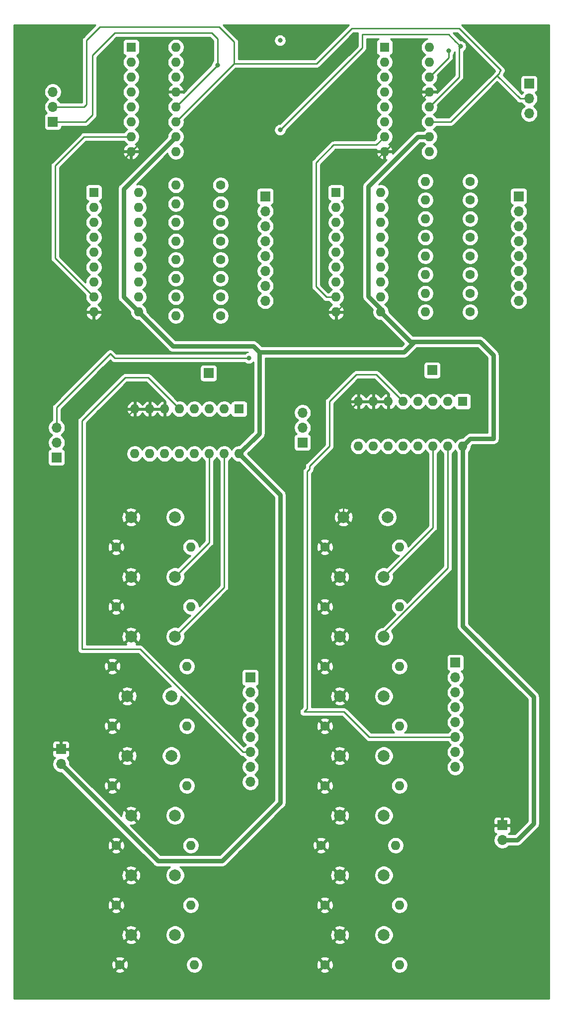
<source format=gbr>
%TF.GenerationSoftware,KiCad,Pcbnew,(5.1.6)-1*%
%TF.CreationDate,2020-10-11T20:34:23-04:00*%
%TF.ProjectId,ir_emitter,69725f65-6d69-4747-9465-722e6b696361,v02*%
%TF.SameCoordinates,Original*%
%TF.FileFunction,Copper,L2,Bot*%
%TF.FilePolarity,Positive*%
%FSLAX46Y46*%
G04 Gerber Fmt 4.6, Leading zero omitted, Abs format (unit mm)*
G04 Created by KiCad (PCBNEW (5.1.6)-1) date 2020-10-11 20:34:23*
%MOMM*%
%LPD*%
G01*
G04 APERTURE LIST*
%TA.AperFunction,ComponentPad*%
%ADD10O,1.700000X1.700000*%
%TD*%
%TA.AperFunction,ComponentPad*%
%ADD11R,1.700000X1.700000*%
%TD*%
%TA.AperFunction,ComponentPad*%
%ADD12C,2.000000*%
%TD*%
%TA.AperFunction,ComponentPad*%
%ADD13O,1.600000X1.600000*%
%TD*%
%TA.AperFunction,ComponentPad*%
%ADD14C,1.600000*%
%TD*%
%TA.AperFunction,ComponentPad*%
%ADD15R,1.600000X1.600000*%
%TD*%
%TA.AperFunction,ViaPad*%
%ADD16C,0.800000*%
%TD*%
%TA.AperFunction,Conductor*%
%ADD17C,0.250000*%
%TD*%
%TA.AperFunction,Conductor*%
%ADD18C,0.750000*%
%TD*%
%TA.AperFunction,Conductor*%
%ADD19C,0.254000*%
%TD*%
G04 APERTURE END LIST*
D10*
%TO.P,J12,2*%
%TO.N,VCC*%
X92202000Y-144272000D03*
D11*
%TO.P,J12,1*%
%TO.N,GND*%
X92202000Y-141732000D03*
%TD*%
D10*
%TO.P,J11,2*%
%TO.N,VCC*%
X167386000Y-157226000D03*
D11*
%TO.P,J11,1*%
%TO.N,GND*%
X167386000Y-154686000D03*
%TD*%
D10*
%TO.P,J10,3*%
%TO.N,Net-(J10-Pad3)*%
X171958000Y-33528000D03*
%TO.P,J10,2*%
%TO.N,Net-(J1-Pad2)*%
X171958000Y-30988000D03*
D11*
%TO.P,J10,1*%
%TO.N,Net-(J1-Pad1)*%
X171958000Y-28448000D03*
%TD*%
D12*
%TO.P,C1,1*%
%TO.N,GND*%
X104140000Y-102235000D03*
%TO.P,C1,2*%
%TO.N,Net-(C1-Pad2)*%
X111640000Y-102235000D03*
%TD*%
%TO.P,C2,2*%
%TO.N,Net-(C2-Pad2)*%
X111640000Y-112395000D03*
%TO.P,C2,1*%
%TO.N,GND*%
X104140000Y-112395000D03*
%TD*%
%TO.P,C3,2*%
%TO.N,Net-(C3-Pad2)*%
X111640000Y-122555000D03*
%TO.P,C3,1*%
%TO.N,GND*%
X104140000Y-122555000D03*
%TD*%
%TO.P,C4,2*%
%TO.N,Net-(C4-Pad2)*%
X111005000Y-132715000D03*
%TO.P,C4,1*%
%TO.N,GND*%
X103505000Y-132715000D03*
%TD*%
%TO.P,C5,1*%
%TO.N,GND*%
X103505000Y-142875000D03*
%TO.P,C5,2*%
%TO.N,Net-(C5-Pad2)*%
X111005000Y-142875000D03*
%TD*%
%TO.P,C6,2*%
%TO.N,Net-(C6-Pad2)*%
X111640000Y-153035000D03*
%TO.P,C6,1*%
%TO.N,GND*%
X104140000Y-153035000D03*
%TD*%
%TO.P,C7,1*%
%TO.N,GND*%
X104140000Y-163195000D03*
%TO.P,C7,2*%
%TO.N,Net-(C7-Pad2)*%
X111640000Y-163195000D03*
%TD*%
%TO.P,C8,2*%
%TO.N,Net-(C8-Pad2)*%
X111640000Y-173355000D03*
%TO.P,C8,1*%
%TO.N,GND*%
X104140000Y-173355000D03*
%TD*%
%TO.P,C9,2*%
%TO.N,Net-(C9-Pad2)*%
X147835000Y-102235000D03*
%TO.P,C9,1*%
%TO.N,GND*%
X140335000Y-102235000D03*
%TD*%
%TO.P,C10,2*%
%TO.N,Net-(C10-Pad2)*%
X147200000Y-112395000D03*
%TO.P,C10,1*%
%TO.N,GND*%
X139700000Y-112395000D03*
%TD*%
%TO.P,C11,2*%
%TO.N,Net-(C11-Pad2)*%
X147200000Y-122555000D03*
%TO.P,C11,1*%
%TO.N,GND*%
X139700000Y-122555000D03*
%TD*%
%TO.P,C12,1*%
%TO.N,GND*%
X139700000Y-132715000D03*
%TO.P,C12,2*%
%TO.N,Net-(C12-Pad2)*%
X147200000Y-132715000D03*
%TD*%
%TO.P,C13,1*%
%TO.N,GND*%
X139700000Y-142875000D03*
%TO.P,C13,2*%
%TO.N,Net-(C13-Pad2)*%
X147200000Y-142875000D03*
%TD*%
%TO.P,C14,1*%
%TO.N,GND*%
X139700000Y-153035000D03*
%TO.P,C14,2*%
%TO.N,Net-(C14-Pad2)*%
X147200000Y-153035000D03*
%TD*%
%TO.P,C15,2*%
%TO.N,Net-(C15-Pad2)*%
X147200000Y-163195000D03*
%TO.P,C15,1*%
%TO.N,GND*%
X139700000Y-163195000D03*
%TD*%
%TO.P,C16,2*%
%TO.N,Net-(C16-Pad2)*%
X147200000Y-173355000D03*
%TO.P,C16,1*%
%TO.N,GND*%
X139700000Y-173355000D03*
%TD*%
D11*
%TO.P,J1,1*%
%TO.N,Net-(J1-Pad1)*%
X90805000Y-34925000D03*
D10*
%TO.P,J1,2*%
%TO.N,Net-(J1-Pad2)*%
X90805000Y-32385000D03*
%TO.P,J1,3*%
%TO.N,Net-(J1-Pad3)*%
X90805000Y-29845000D03*
%TD*%
%TO.P,J2,8*%
%TO.N,Net-(J2-Pad8)*%
X127000000Y-65405000D03*
%TO.P,J2,7*%
%TO.N,Net-(J2-Pad7)*%
X127000000Y-62865000D03*
%TO.P,J2,6*%
%TO.N,Net-(J2-Pad6)*%
X127000000Y-60325000D03*
%TO.P,J2,5*%
%TO.N,Net-(J2-Pad5)*%
X127000000Y-57785000D03*
%TO.P,J2,4*%
%TO.N,Net-(J2-Pad4)*%
X127000000Y-55245000D03*
%TO.P,J2,3*%
%TO.N,Net-(J2-Pad3)*%
X127000000Y-52705000D03*
%TO.P,J2,2*%
%TO.N,Net-(J2-Pad2)*%
X127000000Y-50165000D03*
D11*
%TO.P,J2,1*%
%TO.N,Net-(J2-Pad1)*%
X127000000Y-47625000D03*
%TD*%
%TO.P,J3,1*%
%TO.N,Net-(J3-Pad1)*%
X170180000Y-47625000D03*
D10*
%TO.P,J3,2*%
%TO.N,Net-(J3-Pad2)*%
X170180000Y-50165000D03*
%TO.P,J3,3*%
%TO.N,Net-(J3-Pad3)*%
X170180000Y-52705000D03*
%TO.P,J3,4*%
%TO.N,Net-(J3-Pad4)*%
X170180000Y-55245000D03*
%TO.P,J3,5*%
%TO.N,Net-(J3-Pad5)*%
X170180000Y-57785000D03*
%TO.P,J3,6*%
%TO.N,Net-(J3-Pad6)*%
X170180000Y-60325000D03*
%TO.P,J3,7*%
%TO.N,Net-(J3-Pad7)*%
X170180000Y-62865000D03*
%TO.P,J3,8*%
%TO.N,Net-(J3-Pad8)*%
X170180000Y-65405000D03*
%TD*%
%TO.P,J4,3*%
%TO.N,Net-(J4-Pad3)*%
X91440000Y-86995000D03*
%TO.P,J4,2*%
%TO.N,Net-(J4-Pad2)*%
X91440000Y-89535000D03*
D11*
%TO.P,J4,1*%
%TO.N,Net-(J4-Pad1)*%
X91440000Y-92075000D03*
%TD*%
%TO.P,J5,1*%
%TO.N,Net-(J5-Pad1)*%
X117348000Y-77724000D03*
%TD*%
D10*
%TO.P,J6,3*%
%TO.N,Net-(J4-Pad3)*%
X133350000Y-84455000D03*
%TO.P,J6,2*%
%TO.N,Net-(J4-Pad2)*%
X133350000Y-86995000D03*
D11*
%TO.P,J6,1*%
%TO.N,Net-(J4-Pad1)*%
X133350000Y-89535000D03*
%TD*%
%TO.P,J7,1*%
%TO.N,Net-(J7-Pad1)*%
X155448000Y-77216000D03*
%TD*%
D10*
%TO.P,J8,8*%
%TO.N,Net-(C8-Pad2)*%
X124460000Y-147320000D03*
%TO.P,J8,7*%
%TO.N,Net-(C7-Pad2)*%
X124460000Y-144780000D03*
%TO.P,J8,6*%
%TO.N,Net-(C6-Pad2)*%
X124460000Y-142240000D03*
%TO.P,J8,5*%
%TO.N,Net-(C5-Pad2)*%
X124460000Y-139700000D03*
%TO.P,J8,4*%
%TO.N,Net-(C4-Pad2)*%
X124460000Y-137160000D03*
%TO.P,J8,3*%
%TO.N,Net-(C3-Pad2)*%
X124460000Y-134620000D03*
%TO.P,J8,2*%
%TO.N,Net-(C2-Pad2)*%
X124460000Y-132080000D03*
D11*
%TO.P,J8,1*%
%TO.N,Net-(C1-Pad2)*%
X124460000Y-129540000D03*
%TD*%
D10*
%TO.P,J9,8*%
%TO.N,Net-(C16-Pad2)*%
X159385000Y-144780000D03*
%TO.P,J9,7*%
%TO.N,Net-(C15-Pad2)*%
X159385000Y-142240000D03*
%TO.P,J9,6*%
%TO.N,Net-(C14-Pad2)*%
X159385000Y-139700000D03*
%TO.P,J9,5*%
%TO.N,Net-(C13-Pad2)*%
X159385000Y-137160000D03*
%TO.P,J9,4*%
%TO.N,Net-(C12-Pad2)*%
X159385000Y-134620000D03*
%TO.P,J9,3*%
%TO.N,Net-(C11-Pad2)*%
X159385000Y-132080000D03*
%TO.P,J9,2*%
%TO.N,Net-(C10-Pad2)*%
X159385000Y-129540000D03*
D11*
%TO.P,J9,1*%
%TO.N,Net-(C9-Pad2)*%
X159385000Y-127000000D03*
%TD*%
D13*
%TO.P,R1,2*%
%TO.N,Net-(R1-Pad2)*%
X111760000Y-45720000D03*
D14*
%TO.P,R1,1*%
%TO.N,Net-(J2-Pad1)*%
X119380000Y-45720000D03*
%TD*%
D13*
%TO.P,R2,2*%
%TO.N,Net-(R2-Pad2)*%
X111760000Y-48895000D03*
D14*
%TO.P,R2,1*%
%TO.N,Net-(J2-Pad2)*%
X119380000Y-48895000D03*
%TD*%
%TO.P,R3,1*%
%TO.N,Net-(J2-Pad3)*%
X119380000Y-52070000D03*
D13*
%TO.P,R3,2*%
%TO.N,Net-(R3-Pad2)*%
X111760000Y-52070000D03*
%TD*%
D14*
%TO.P,R4,1*%
%TO.N,Net-(J2-Pad4)*%
X119380000Y-55245000D03*
D13*
%TO.P,R4,2*%
%TO.N,Net-(R4-Pad2)*%
X111760000Y-55245000D03*
%TD*%
%TO.P,R5,2*%
%TO.N,Net-(R5-Pad2)*%
X111760000Y-58420000D03*
D14*
%TO.P,R5,1*%
%TO.N,Net-(J2-Pad5)*%
X119380000Y-58420000D03*
%TD*%
%TO.P,R6,1*%
%TO.N,Net-(J2-Pad6)*%
X119380000Y-61595000D03*
D13*
%TO.P,R6,2*%
%TO.N,Net-(R6-Pad2)*%
X111760000Y-61595000D03*
%TD*%
%TO.P,R7,2*%
%TO.N,Net-(R7-Pad2)*%
X111760000Y-64770000D03*
D14*
%TO.P,R7,1*%
%TO.N,Net-(J2-Pad7)*%
X119380000Y-64770000D03*
%TD*%
%TO.P,R8,1*%
%TO.N,Net-(J2-Pad8)*%
X119380000Y-67945000D03*
D13*
%TO.P,R8,2*%
%TO.N,Net-(R8-Pad2)*%
X111760000Y-67945000D03*
%TD*%
%TO.P,R9,2*%
%TO.N,Net-(R9-Pad2)*%
X154305000Y-45085000D03*
D14*
%TO.P,R9,1*%
%TO.N,Net-(J3-Pad1)*%
X161925000Y-45085000D03*
%TD*%
D13*
%TO.P,R10,2*%
%TO.N,Net-(R10-Pad2)*%
X154305000Y-48260000D03*
D14*
%TO.P,R10,1*%
%TO.N,Net-(J3-Pad2)*%
X161925000Y-48260000D03*
%TD*%
%TO.P,R11,1*%
%TO.N,Net-(J3-Pad3)*%
X161925000Y-51435000D03*
D13*
%TO.P,R11,2*%
%TO.N,Net-(R11-Pad2)*%
X154305000Y-51435000D03*
%TD*%
D14*
%TO.P,R12,1*%
%TO.N,Net-(J3-Pad4)*%
X161925000Y-54610000D03*
D13*
%TO.P,R12,2*%
%TO.N,Net-(R12-Pad2)*%
X154305000Y-54610000D03*
%TD*%
D14*
%TO.P,R13,1*%
%TO.N,Net-(J3-Pad5)*%
X161925000Y-57785000D03*
D13*
%TO.P,R13,2*%
%TO.N,Net-(R13-Pad2)*%
X154305000Y-57785000D03*
%TD*%
%TO.P,R14,2*%
%TO.N,Net-(R14-Pad2)*%
X154305000Y-60960000D03*
D14*
%TO.P,R14,1*%
%TO.N,Net-(J3-Pad6)*%
X161925000Y-60960000D03*
%TD*%
%TO.P,R15,1*%
%TO.N,Net-(J3-Pad7)*%
X161925000Y-64135000D03*
D13*
%TO.P,R15,2*%
%TO.N,Net-(R15-Pad2)*%
X154305000Y-64135000D03*
%TD*%
%TO.P,R16,2*%
%TO.N,Net-(R16-Pad2)*%
X154305000Y-67310000D03*
D14*
%TO.P,R16,1*%
%TO.N,Net-(J3-Pad8)*%
X161925000Y-67310000D03*
%TD*%
%TO.P,R17,1*%
%TO.N,GND*%
X101600000Y-107315000D03*
D13*
%TO.P,R17,2*%
%TO.N,Net-(C1-Pad2)*%
X114300000Y-107315000D03*
%TD*%
D14*
%TO.P,R18,1*%
%TO.N,GND*%
X101600000Y-117475000D03*
D13*
%TO.P,R18,2*%
%TO.N,Net-(C2-Pad2)*%
X114300000Y-117475000D03*
%TD*%
%TO.P,R19,2*%
%TO.N,Net-(C3-Pad2)*%
X113665000Y-127635000D03*
D14*
%TO.P,R19,1*%
%TO.N,GND*%
X100965000Y-127635000D03*
%TD*%
D13*
%TO.P,R20,2*%
%TO.N,Net-(C4-Pad2)*%
X113665000Y-137795000D03*
D14*
%TO.P,R20,1*%
%TO.N,GND*%
X100965000Y-137795000D03*
%TD*%
D13*
%TO.P,R21,2*%
%TO.N,Net-(C5-Pad2)*%
X113665000Y-147955000D03*
D14*
%TO.P,R21,1*%
%TO.N,GND*%
X100965000Y-147955000D03*
%TD*%
%TO.P,R22,1*%
%TO.N,GND*%
X101600000Y-158115000D03*
D13*
%TO.P,R22,2*%
%TO.N,Net-(C6-Pad2)*%
X114300000Y-158115000D03*
%TD*%
%TO.P,R23,2*%
%TO.N,Net-(C7-Pad2)*%
X114300000Y-168275000D03*
D14*
%TO.P,R23,1*%
%TO.N,GND*%
X101600000Y-168275000D03*
%TD*%
%TO.P,R24,1*%
%TO.N,GND*%
X102235000Y-178435000D03*
D13*
%TO.P,R24,2*%
%TO.N,Net-(C8-Pad2)*%
X114935000Y-178435000D03*
%TD*%
D14*
%TO.P,R25,1*%
%TO.N,GND*%
X137160000Y-107315000D03*
D13*
%TO.P,R25,2*%
%TO.N,Net-(C9-Pad2)*%
X149860000Y-107315000D03*
%TD*%
%TO.P,R26,2*%
%TO.N,Net-(C10-Pad2)*%
X149860000Y-117475000D03*
D14*
%TO.P,R26,1*%
%TO.N,GND*%
X137160000Y-117475000D03*
%TD*%
%TO.P,R27,1*%
%TO.N,GND*%
X137160000Y-127635000D03*
D13*
%TO.P,R27,2*%
%TO.N,Net-(C11-Pad2)*%
X149860000Y-127635000D03*
%TD*%
%TO.P,R28,2*%
%TO.N,Net-(C12-Pad2)*%
X149860000Y-137795000D03*
D14*
%TO.P,R28,1*%
%TO.N,GND*%
X137160000Y-137795000D03*
%TD*%
%TO.P,R29,1*%
%TO.N,GND*%
X137160000Y-147955000D03*
D13*
%TO.P,R29,2*%
%TO.N,Net-(C13-Pad2)*%
X149860000Y-147955000D03*
%TD*%
%TO.P,R30,2*%
%TO.N,Net-(C14-Pad2)*%
X149225000Y-158115000D03*
D14*
%TO.P,R30,1*%
%TO.N,GND*%
X136525000Y-158115000D03*
%TD*%
%TO.P,R31,1*%
%TO.N,GND*%
X137160000Y-168275000D03*
D13*
%TO.P,R31,2*%
%TO.N,Net-(C15-Pad2)*%
X149860000Y-168275000D03*
%TD*%
%TO.P,R32,2*%
%TO.N,Net-(C16-Pad2)*%
X149860000Y-178435000D03*
D14*
%TO.P,R32,1*%
%TO.N,GND*%
X137160000Y-178435000D03*
%TD*%
D15*
%TO.P,U1,1*%
%TO.N,Net-(U1-Pad1)*%
X104140000Y-22225000D03*
D13*
%TO.P,U1,9*%
%TO.N,Net-(U1-Pad9)*%
X111760000Y-40005000D03*
%TO.P,U1,2*%
%TO.N,Net-(U1-Pad2)*%
X104140000Y-24765000D03*
%TO.P,U1,10*%
%TO.N,VCC*%
X111760000Y-37465000D03*
%TO.P,U1,3*%
%TO.N,Net-(U1-Pad3)*%
X104140000Y-27305000D03*
%TO.P,U1,11*%
%TO.N,Net-(J1-Pad2)*%
X111760000Y-34925000D03*
%TO.P,U1,4*%
%TO.N,Net-(U1-Pad4)*%
X104140000Y-29845000D03*
%TO.P,U1,12*%
%TO.N,Net-(J1-Pad1)*%
X111760000Y-32385000D03*
%TO.P,U1,5*%
%TO.N,Net-(U1-Pad5)*%
X104140000Y-32385000D03*
%TO.P,U1,13*%
%TO.N,GND*%
X111760000Y-29845000D03*
%TO.P,U1,6*%
%TO.N,Net-(U1-Pad6)*%
X104140000Y-34925000D03*
%TO.P,U1,14*%
%TO.N,Net-(J1-Pad3)*%
X111760000Y-27305000D03*
%TO.P,U1,7*%
%TO.N,Net-(U1-Pad7)*%
X104140000Y-37465000D03*
%TO.P,U1,15*%
%TO.N,Net-(U1-Pad15)*%
X111760000Y-24765000D03*
%TO.P,U1,8*%
%TO.N,GND*%
X104140000Y-40005000D03*
%TO.P,U1,16*%
%TO.N,VCC*%
X111760000Y-22225000D03*
%TD*%
%TO.P,U2,16*%
%TO.N,VCC*%
X154940000Y-22225000D03*
%TO.P,U2,8*%
%TO.N,GND*%
X147320000Y-40005000D03*
%TO.P,U2,15*%
%TO.N,Net-(U2-Pad15)*%
X154940000Y-24765000D03*
%TO.P,U2,7*%
%TO.N,Net-(U2-Pad7)*%
X147320000Y-37465000D03*
%TO.P,U2,14*%
%TO.N,Net-(U1-Pad9)*%
X154940000Y-27305000D03*
%TO.P,U2,6*%
%TO.N,Net-(U2-Pad6)*%
X147320000Y-34925000D03*
%TO.P,U2,13*%
%TO.N,GND*%
X154940000Y-29845000D03*
%TO.P,U2,5*%
%TO.N,Net-(U2-Pad5)*%
X147320000Y-32385000D03*
%TO.P,U2,12*%
%TO.N,Net-(J1-Pad1)*%
X154940000Y-32385000D03*
%TO.P,U2,4*%
%TO.N,Net-(U2-Pad4)*%
X147320000Y-29845000D03*
%TO.P,U2,11*%
%TO.N,Net-(J1-Pad2)*%
X154940000Y-34925000D03*
%TO.P,U2,3*%
%TO.N,Net-(U2-Pad3)*%
X147320000Y-27305000D03*
%TO.P,U2,10*%
%TO.N,VCC*%
X154940000Y-37465000D03*
%TO.P,U2,2*%
%TO.N,Net-(U2-Pad2)*%
X147320000Y-24765000D03*
%TO.P,U2,9*%
%TO.N,Net-(J10-Pad3)*%
X154940000Y-40005000D03*
D15*
%TO.P,U2,1*%
%TO.N,Net-(U2-Pad1)*%
X147320000Y-22225000D03*
%TD*%
%TO.P,U3,1*%
%TO.N,Net-(U1-Pad15)*%
X97790000Y-46990000D03*
D13*
%TO.P,U3,10*%
%TO.N,VCC*%
X105410000Y-67310000D03*
%TO.P,U3,2*%
%TO.N,Net-(U1-Pad1)*%
X97790000Y-49530000D03*
%TO.P,U3,11*%
%TO.N,Net-(R8-Pad2)*%
X105410000Y-64770000D03*
%TO.P,U3,3*%
%TO.N,Net-(U1-Pad2)*%
X97790000Y-52070000D03*
%TO.P,U3,12*%
%TO.N,Net-(R7-Pad2)*%
X105410000Y-62230000D03*
%TO.P,U3,4*%
%TO.N,Net-(U1-Pad3)*%
X97790000Y-54610000D03*
%TO.P,U3,13*%
%TO.N,Net-(R6-Pad2)*%
X105410000Y-59690000D03*
%TO.P,U3,5*%
%TO.N,Net-(U1-Pad4)*%
X97790000Y-57150000D03*
%TO.P,U3,14*%
%TO.N,Net-(R5-Pad2)*%
X105410000Y-57150000D03*
%TO.P,U3,6*%
%TO.N,Net-(U1-Pad5)*%
X97790000Y-59690000D03*
%TO.P,U3,15*%
%TO.N,Net-(R4-Pad2)*%
X105410000Y-54610000D03*
%TO.P,U3,7*%
%TO.N,Net-(U1-Pad6)*%
X97790000Y-62230000D03*
%TO.P,U3,16*%
%TO.N,Net-(R3-Pad2)*%
X105410000Y-52070000D03*
%TO.P,U3,8*%
%TO.N,Net-(U1-Pad7)*%
X97790000Y-64770000D03*
%TO.P,U3,17*%
%TO.N,Net-(R2-Pad2)*%
X105410000Y-49530000D03*
%TO.P,U3,9*%
%TO.N,GND*%
X97790000Y-67310000D03*
%TO.P,U3,18*%
%TO.N,Net-(R1-Pad2)*%
X105410000Y-46990000D03*
%TD*%
%TO.P,U4,18*%
%TO.N,Net-(R9-Pad2)*%
X146685000Y-46990000D03*
%TO.P,U4,9*%
%TO.N,GND*%
X139065000Y-67310000D03*
%TO.P,U4,17*%
%TO.N,Net-(R10-Pad2)*%
X146685000Y-49530000D03*
%TO.P,U4,8*%
%TO.N,Net-(U2-Pad7)*%
X139065000Y-64770000D03*
%TO.P,U4,16*%
%TO.N,Net-(R11-Pad2)*%
X146685000Y-52070000D03*
%TO.P,U4,7*%
%TO.N,Net-(U2-Pad6)*%
X139065000Y-62230000D03*
%TO.P,U4,15*%
%TO.N,Net-(R12-Pad2)*%
X146685000Y-54610000D03*
%TO.P,U4,6*%
%TO.N,Net-(U2-Pad5)*%
X139065000Y-59690000D03*
%TO.P,U4,14*%
%TO.N,Net-(R13-Pad2)*%
X146685000Y-57150000D03*
%TO.P,U4,5*%
%TO.N,Net-(U2-Pad4)*%
X139065000Y-57150000D03*
%TO.P,U4,13*%
%TO.N,Net-(R14-Pad2)*%
X146685000Y-59690000D03*
%TO.P,U4,4*%
%TO.N,Net-(U2-Pad3)*%
X139065000Y-54610000D03*
%TO.P,U4,12*%
%TO.N,Net-(R15-Pad2)*%
X146685000Y-62230000D03*
%TO.P,U4,3*%
%TO.N,Net-(U2-Pad2)*%
X139065000Y-52070000D03*
%TO.P,U4,11*%
%TO.N,Net-(R16-Pad2)*%
X146685000Y-64770000D03*
%TO.P,U4,2*%
%TO.N,Net-(U2-Pad1)*%
X139065000Y-49530000D03*
%TO.P,U4,10*%
%TO.N,VCC*%
X146685000Y-67310000D03*
D15*
%TO.P,U4,1*%
%TO.N,Net-(U2-Pad15)*%
X139065000Y-46990000D03*
%TD*%
%TO.P,U5,1*%
%TO.N,Net-(C13-Pad2)*%
X160655000Y-82550000D03*
D13*
%TO.P,U5,9*%
%TO.N,Net-(J4-Pad1)*%
X142875000Y-90170000D03*
%TO.P,U5,2*%
%TO.N,Net-(C15-Pad2)*%
X158115000Y-82550000D03*
%TO.P,U5,10*%
%TO.N,Net-(J4-Pad2)*%
X145415000Y-90170000D03*
%TO.P,U5,3*%
%TO.N,Net-(J7-Pad1)*%
X155575000Y-82550000D03*
%TO.P,U5,11*%
%TO.N,Net-(J4-Pad3)*%
X147955000Y-90170000D03*
%TO.P,U5,4*%
%TO.N,Net-(C16-Pad2)*%
X153035000Y-82550000D03*
%TO.P,U5,12*%
%TO.N,Net-(C12-Pad2)*%
X150495000Y-90170000D03*
%TO.P,U5,5*%
%TO.N,Net-(C14-Pad2)*%
X150495000Y-82550000D03*
%TO.P,U5,13*%
%TO.N,Net-(C9-Pad2)*%
X153035000Y-90170000D03*
%TO.P,U5,6*%
%TO.N,GND*%
X147955000Y-82550000D03*
%TO.P,U5,14*%
%TO.N,Net-(C10-Pad2)*%
X155575000Y-90170000D03*
%TO.P,U5,7*%
%TO.N,GND*%
X145415000Y-82550000D03*
%TO.P,U5,15*%
%TO.N,Net-(C11-Pad2)*%
X158115000Y-90170000D03*
%TO.P,U5,8*%
%TO.N,GND*%
X142875000Y-82550000D03*
%TO.P,U5,16*%
%TO.N,VCC*%
X160655000Y-90170000D03*
%TD*%
D15*
%TO.P,U6,1*%
%TO.N,Net-(C5-Pad2)*%
X122555000Y-83820000D03*
D13*
%TO.P,U6,9*%
%TO.N,Net-(J4-Pad1)*%
X104775000Y-91440000D03*
%TO.P,U6,2*%
%TO.N,Net-(C7-Pad2)*%
X120015000Y-83820000D03*
%TO.P,U6,10*%
%TO.N,Net-(J4-Pad2)*%
X107315000Y-91440000D03*
%TO.P,U6,3*%
%TO.N,Net-(J5-Pad1)*%
X117475000Y-83820000D03*
%TO.P,U6,11*%
%TO.N,Net-(J4-Pad3)*%
X109855000Y-91440000D03*
%TO.P,U6,4*%
%TO.N,Net-(C8-Pad2)*%
X114935000Y-83820000D03*
%TO.P,U6,12*%
%TO.N,Net-(C4-Pad2)*%
X112395000Y-91440000D03*
%TO.P,U6,5*%
%TO.N,Net-(C6-Pad2)*%
X112395000Y-83820000D03*
%TO.P,U6,13*%
%TO.N,Net-(C1-Pad2)*%
X114935000Y-91440000D03*
%TO.P,U6,6*%
%TO.N,GND*%
X109855000Y-83820000D03*
%TO.P,U6,14*%
%TO.N,Net-(C2-Pad2)*%
X117475000Y-91440000D03*
%TO.P,U6,7*%
%TO.N,GND*%
X107315000Y-83820000D03*
%TO.P,U6,15*%
%TO.N,Net-(C3-Pad2)*%
X120015000Y-91440000D03*
%TO.P,U6,8*%
%TO.N,GND*%
X104775000Y-83820000D03*
%TO.P,U6,16*%
%TO.N,VCC*%
X122555000Y-91440000D03*
%TD*%
D16*
%TO.N,*%
X129540000Y-21082000D03*
%TO.N,GND*%
X128778000Y-27940000D03*
X93472000Y-23114000D03*
X163830000Y-36322000D03*
X167894000Y-93726000D03*
X99314000Y-96012000D03*
X157734000Y-118872000D03*
X118872000Y-132080000D03*
X155194000Y-133604000D03*
X128778000Y-162306000D03*
X151130000Y-112522000D03*
X164084000Y-100076000D03*
X133096000Y-22352000D03*
X163830000Y-24638000D03*
%TO.N,Net-(J1-Pad1)*%
X129540000Y-36322000D03*
X118872000Y-25273000D03*
X160274000Y-22098000D03*
%TO.N,Net-(J4-Pad3)*%
X124206000Y-75184000D03*
%TO.N,Net-(U1-Pad9)*%
X158242000Y-22860000D03*
%TD*%
D17*
%TO.N,GND*%
X104140000Y-102235000D02*
X100838000Y-98933000D01*
X100838000Y-87757000D02*
X104775000Y-83820000D01*
X100838000Y-98933000D02*
X100838000Y-87757000D01*
X140335000Y-85090000D02*
X142875000Y-82550000D01*
X140335000Y-102235000D02*
X140335000Y-85090000D01*
X97790000Y-67310000D02*
X99314000Y-67310000D01*
X99314000Y-67310000D02*
X101346000Y-65278000D01*
X101346000Y-42799000D02*
X104140000Y-40005000D01*
X101346000Y-65278000D02*
X101346000Y-42799000D01*
X111760000Y-29845000D02*
X108585000Y-29845000D01*
X108585000Y-29845000D02*
X108204000Y-30226000D01*
X108204000Y-35941000D02*
X104140000Y-40005000D01*
X108204000Y-30226000D02*
X108204000Y-35941000D01*
X139065000Y-67310000D02*
X142748000Y-63627000D01*
X142748000Y-63627000D02*
X142748000Y-42164000D01*
X145161000Y-42164000D02*
X147320000Y-40005000D01*
X142748000Y-42164000D02*
X145161000Y-42164000D01*
X147320000Y-40005000D02*
X151892000Y-35433000D01*
X151892000Y-35433000D02*
X151892000Y-32766000D01*
X152019000Y-32766000D02*
X154940000Y-29845000D01*
X151892000Y-32766000D02*
X152019000Y-32766000D01*
X102362000Y-141732000D02*
X103505000Y-142875000D01*
X92202000Y-141732000D02*
X102362000Y-141732000D01*
X153924000Y-154686000D02*
X167386000Y-154686000D01*
X150368000Y-151130000D02*
X153924000Y-154686000D01*
X139700000Y-142875000D02*
X147955000Y-151130000D01*
X147955000Y-151130000D02*
X150368000Y-151130000D01*
%TO.N,Net-(C2-Pad2)*%
X117475000Y-106560000D02*
X117475000Y-91440000D01*
X111640000Y-112395000D02*
X117475000Y-106560000D01*
%TO.N,Net-(C3-Pad2)*%
X120015000Y-114180000D02*
X120015000Y-91440000D01*
X111640000Y-122555000D02*
X120015000Y-114180000D01*
%TO.N,Net-(C6-Pad2)*%
X107061000Y-78486000D02*
X112395000Y-83820000D01*
X103124000Y-78486000D02*
X107061000Y-78486000D01*
X123190000Y-142240000D02*
X105664000Y-124714000D01*
X124460000Y-142240000D02*
X123190000Y-142240000D01*
X95758000Y-124714000D02*
X95758000Y-85852000D01*
X105664000Y-124714000D02*
X95758000Y-124714000D01*
X95758000Y-85852000D02*
X103124000Y-78486000D01*
%TO.N,Net-(C10-Pad2)*%
X155575000Y-104020000D02*
X147200000Y-112395000D01*
X155575000Y-90170000D02*
X155575000Y-104020000D01*
%TO.N,Net-(C11-Pad2)*%
X147200000Y-121800002D02*
X147200000Y-122555000D01*
X158115000Y-110885002D02*
X147200000Y-121800002D01*
X158115000Y-90170000D02*
X158115000Y-110885002D01*
%TO.N,Net-(C14-Pad2)*%
X144723998Y-139700000D02*
X140405998Y-135382000D01*
X159385000Y-139700000D02*
X144723998Y-139700000D01*
X140405998Y-135382000D02*
X133604000Y-135382000D01*
X133604000Y-135382000D02*
X134112000Y-134874000D01*
X134112000Y-134874000D02*
X134112000Y-94488000D01*
X134525001Y-94074999D02*
X134525001Y-93566999D01*
X134112000Y-94488000D02*
X134525001Y-94074999D01*
X134525001Y-93566999D02*
X137922000Y-90170000D01*
X137922000Y-90170000D02*
X137922000Y-82550000D01*
X137922000Y-82550000D02*
X142494000Y-77978000D01*
X145923000Y-77978000D02*
X150495000Y-82550000D01*
X142494000Y-77978000D02*
X145923000Y-77978000D01*
%TO.N,Net-(J1-Pad1)*%
X96393000Y-34925000D02*
X90805000Y-34925000D01*
X97536000Y-33782000D02*
X96393000Y-34925000D01*
X97536000Y-23622000D02*
X97536000Y-33782000D01*
X118872000Y-25273000D02*
X118872000Y-20828000D01*
X111760000Y-32385000D02*
X118872000Y-25273000D01*
X118872000Y-20828000D02*
X117856000Y-19812000D01*
X117856000Y-19812000D02*
X101346000Y-19812000D01*
X101346000Y-19812000D02*
X97536000Y-23622000D01*
X154940000Y-32385000D02*
X160020000Y-27305000D01*
X160020000Y-27305000D02*
X160020000Y-21844000D01*
X158242000Y-20066000D02*
X143510000Y-20066000D01*
X143510000Y-20066000D02*
X143510000Y-22352000D01*
X143510000Y-22352000D02*
X129540000Y-36322000D01*
X160274000Y-22098000D02*
X159385000Y-21209000D01*
X160020000Y-21844000D02*
X159385000Y-21209000D01*
X159385000Y-21209000D02*
X158242000Y-20066000D01*
%TO.N,Net-(J1-Pad2)*%
X90805000Y-32385000D02*
X96139000Y-32385000D01*
X96139000Y-32385000D02*
X96520000Y-32004000D01*
X96520000Y-32004000D02*
X96520000Y-21082000D01*
X96520000Y-21082000D02*
X98806000Y-18796000D01*
X98806000Y-18796000D02*
X119126000Y-18796000D01*
X119126000Y-18796000D02*
X121666000Y-21336000D01*
X121666000Y-25019000D02*
X111760000Y-34925000D01*
X121666000Y-21336000D02*
X121666000Y-25019000D01*
X141732000Y-19050000D02*
X135763000Y-25019000D01*
X160020000Y-19050000D02*
X141732000Y-19050000D01*
X135763000Y-25019000D02*
X121666000Y-25019000D01*
X154940000Y-34925000D02*
X158623000Y-34925000D01*
X167132000Y-26162000D02*
X160020000Y-19050000D01*
X166878000Y-26670000D02*
X166878000Y-26416000D01*
X166878000Y-26416000D02*
X167132000Y-26162000D01*
X170434000Y-30988000D02*
X166497000Y-27051000D01*
X171958000Y-30988000D02*
X170434000Y-30988000D01*
X158623000Y-34925000D02*
X166497000Y-27051000D01*
X166497000Y-27051000D02*
X166878000Y-26670000D01*
%TO.N,Net-(J4-Pad3)*%
X91440000Y-86995000D02*
X91440000Y-83566000D01*
X91440000Y-83566000D02*
X100584000Y-74422000D01*
X100584000Y-74422000D02*
X101346000Y-75184000D01*
X101346000Y-75184000D02*
X123952000Y-75184000D01*
X123952000Y-75184000D02*
X124206000Y-75184000D01*
%TO.N,Net-(U1-Pad9)*%
X158242000Y-24003000D02*
X158242000Y-22860000D01*
X154940000Y-27305000D02*
X158242000Y-24003000D01*
D18*
%TO.N,VCC*%
X105410000Y-67310000D02*
X111252000Y-73152000D01*
X111252000Y-73152000D02*
X124968000Y-73152000D01*
X124968000Y-73152000D02*
X125984000Y-74168000D01*
X125984000Y-88011000D02*
X122555000Y-91440000D01*
X125984000Y-74168000D02*
X125984000Y-88011000D01*
X146685000Y-67310000D02*
X151765000Y-72390000D01*
X163576000Y-72390000D02*
X165862000Y-74676000D01*
X165862000Y-74676000D02*
X165862000Y-88900000D01*
X161925000Y-88900000D02*
X160655000Y-90170000D01*
X165862000Y-88900000D02*
X161925000Y-88900000D01*
X111760000Y-37465000D02*
X102870000Y-46355000D01*
X102870000Y-64770000D02*
X105410000Y-67310000D01*
X102870000Y-46355000D02*
X102870000Y-64770000D01*
X154940000Y-37465000D02*
X153035000Y-37465000D01*
X153035000Y-37465000D02*
X144526000Y-45974000D01*
X146685000Y-66805002D02*
X146685000Y-67310000D01*
X144526000Y-64646002D02*
X146685000Y-66805002D01*
X144526000Y-45974000D02*
X144526000Y-64646002D01*
X150622000Y-74168000D02*
X152400000Y-72390000D01*
X125984000Y-74168000D02*
X150622000Y-74168000D01*
X151765000Y-72390000D02*
X152400000Y-72390000D01*
X152400000Y-72390000D02*
X163576000Y-72390000D01*
X160655000Y-90170000D02*
X160655000Y-120777000D01*
X160655000Y-120777000D02*
X172720000Y-132842000D01*
X172720000Y-132842000D02*
X172720000Y-154432000D01*
X169926000Y-157226000D02*
X167386000Y-157226000D01*
X172720000Y-154432000D02*
X169926000Y-157226000D01*
X92202000Y-144272000D02*
X108712000Y-160782000D01*
X108712000Y-160782000D02*
X119634000Y-160782000D01*
X119634000Y-160782000D02*
X129540000Y-150876000D01*
X129540000Y-98425000D02*
X122555000Y-91440000D01*
X129540000Y-150876000D02*
X129540000Y-98425000D01*
D17*
%TO.N,Net-(U1-Pad7)*%
X97790000Y-64770000D02*
X91186000Y-58166000D01*
X91186000Y-58166000D02*
X91186000Y-42418000D01*
X96139000Y-37465000D02*
X104140000Y-37465000D01*
X91186000Y-42418000D02*
X96139000Y-37465000D01*
%TO.N,Net-(U2-Pad7)*%
X139065000Y-64770000D02*
X137414000Y-64770000D01*
X137414000Y-64770000D02*
X135636000Y-62992000D01*
X135636000Y-62992000D02*
X135636000Y-41910000D01*
X138666001Y-38879999D02*
X145905001Y-38879999D01*
X145905001Y-38879999D02*
X147320000Y-37465000D01*
X135636000Y-41910000D02*
X138666001Y-38879999D01*
%TD*%
D19*
%TO.N,GND*%
G36*
X96008998Y-20518201D02*
G01*
X95980000Y-20541999D01*
X95956202Y-20570997D01*
X95956201Y-20570998D01*
X95885026Y-20657724D01*
X95814454Y-20789754D01*
X95784180Y-20889558D01*
X95775931Y-20916754D01*
X95770998Y-20933015D01*
X95756324Y-21082000D01*
X95760001Y-21119332D01*
X95760000Y-31625000D01*
X92083178Y-31625000D01*
X91958475Y-31438368D01*
X91751632Y-31231525D01*
X91577240Y-31115000D01*
X91751632Y-30998475D01*
X91958475Y-30791632D01*
X92120990Y-30548411D01*
X92232932Y-30278158D01*
X92290000Y-29991260D01*
X92290000Y-29698740D01*
X92232932Y-29411842D01*
X92120990Y-29141589D01*
X91958475Y-28898368D01*
X91751632Y-28691525D01*
X91508411Y-28529010D01*
X91238158Y-28417068D01*
X90951260Y-28360000D01*
X90658740Y-28360000D01*
X90371842Y-28417068D01*
X90101589Y-28529010D01*
X89858368Y-28691525D01*
X89651525Y-28898368D01*
X89489010Y-29141589D01*
X89377068Y-29411842D01*
X89320000Y-29698740D01*
X89320000Y-29991260D01*
X89377068Y-30278158D01*
X89489010Y-30548411D01*
X89651525Y-30791632D01*
X89858368Y-30998475D01*
X90032760Y-31115000D01*
X89858368Y-31231525D01*
X89651525Y-31438368D01*
X89489010Y-31681589D01*
X89377068Y-31951842D01*
X89320000Y-32238740D01*
X89320000Y-32531260D01*
X89377068Y-32818158D01*
X89489010Y-33088411D01*
X89651525Y-33331632D01*
X89783380Y-33463487D01*
X89710820Y-33485498D01*
X89600506Y-33544463D01*
X89503815Y-33623815D01*
X89424463Y-33720506D01*
X89365498Y-33830820D01*
X89329188Y-33950518D01*
X89316928Y-34075000D01*
X89316928Y-35775000D01*
X89329188Y-35899482D01*
X89365498Y-36019180D01*
X89424463Y-36129494D01*
X89503815Y-36226185D01*
X89600506Y-36305537D01*
X89710820Y-36364502D01*
X89830518Y-36400812D01*
X89955000Y-36413072D01*
X91655000Y-36413072D01*
X91779482Y-36400812D01*
X91899180Y-36364502D01*
X92009494Y-36305537D01*
X92106185Y-36226185D01*
X92185537Y-36129494D01*
X92244502Y-36019180D01*
X92280812Y-35899482D01*
X92293072Y-35775000D01*
X92293072Y-35685000D01*
X96355678Y-35685000D01*
X96393000Y-35688676D01*
X96430322Y-35685000D01*
X96430333Y-35685000D01*
X96541986Y-35674003D01*
X96685247Y-35630546D01*
X96817276Y-35559974D01*
X96933001Y-35465001D01*
X96956804Y-35435998D01*
X98047003Y-34345799D01*
X98076001Y-34322001D01*
X98138970Y-34245273D01*
X98170974Y-34206277D01*
X98241546Y-34074247D01*
X98285003Y-33930986D01*
X98296000Y-33819333D01*
X98296000Y-33819324D01*
X98299676Y-33782001D01*
X98296000Y-33744678D01*
X98296000Y-23936801D01*
X101660802Y-20572000D01*
X117541199Y-20572000D01*
X118112001Y-21142803D01*
X118112000Y-24569289D01*
X118068063Y-24613226D01*
X117954795Y-24782744D01*
X117876774Y-24971102D01*
X117837000Y-25171061D01*
X117837000Y-25233198D01*
X113054128Y-30016071D01*
X113029915Y-29972000D01*
X111887000Y-29972000D01*
X111887000Y-29992000D01*
X111633000Y-29992000D01*
X111633000Y-29972000D01*
X110490085Y-29972000D01*
X110368096Y-30194039D01*
X110408754Y-30328087D01*
X110528963Y-30582420D01*
X110696481Y-30808414D01*
X110904869Y-30997385D01*
X111090865Y-31108933D01*
X111080273Y-31113320D01*
X110845241Y-31270363D01*
X110645363Y-31470241D01*
X110488320Y-31705273D01*
X110380147Y-31966426D01*
X110325000Y-32243665D01*
X110325000Y-32526335D01*
X110380147Y-32803574D01*
X110488320Y-33064727D01*
X110645363Y-33299759D01*
X110845241Y-33499637D01*
X111077759Y-33655000D01*
X110845241Y-33810363D01*
X110645363Y-34010241D01*
X110488320Y-34245273D01*
X110380147Y-34506426D01*
X110325000Y-34783665D01*
X110325000Y-35066335D01*
X110380147Y-35343574D01*
X110488320Y-35604727D01*
X110645363Y-35839759D01*
X110845241Y-36039637D01*
X111077759Y-36195000D01*
X110845241Y-36350363D01*
X110645363Y-36550241D01*
X110488320Y-36785273D01*
X110380147Y-37046426D01*
X110325000Y-37323665D01*
X110325000Y-37471644D01*
X102190906Y-45605739D01*
X102152367Y-45637367D01*
X102026153Y-45791160D01*
X101981146Y-45875363D01*
X101932368Y-45966621D01*
X101874615Y-46157006D01*
X101855114Y-46355000D01*
X101860000Y-46404608D01*
X101860001Y-64720382D01*
X101855114Y-64770000D01*
X101874615Y-64967994D01*
X101932368Y-65158379D01*
X101986012Y-65258740D01*
X102026154Y-65333840D01*
X102152368Y-65487633D01*
X102190901Y-65519256D01*
X103975000Y-67303356D01*
X103975000Y-67451335D01*
X104030147Y-67728574D01*
X104138320Y-67989727D01*
X104295363Y-68224759D01*
X104495241Y-68424637D01*
X104730273Y-68581680D01*
X104991426Y-68689853D01*
X105268665Y-68745000D01*
X105416645Y-68745000D01*
X110502743Y-73831099D01*
X110534367Y-73869633D01*
X110688160Y-73995847D01*
X110691672Y-73997724D01*
X110863620Y-74089632D01*
X111054005Y-74147385D01*
X111252000Y-74166886D01*
X111301608Y-74162000D01*
X124038705Y-74162000D01*
X123904102Y-74188774D01*
X123715744Y-74266795D01*
X123546226Y-74380063D01*
X123502289Y-74424000D01*
X101660802Y-74424000D01*
X101147803Y-73911002D01*
X101124001Y-73881999D01*
X101008276Y-73787026D01*
X100876246Y-73716454D01*
X100732986Y-73672998D01*
X100584000Y-73658324D01*
X100435014Y-73672998D01*
X100291753Y-73716454D01*
X100173578Y-73779621D01*
X100159724Y-73787026D01*
X100043999Y-73881999D01*
X100020201Y-73910997D01*
X90928998Y-83002201D01*
X90900000Y-83025999D01*
X90876202Y-83054997D01*
X90876201Y-83054998D01*
X90805026Y-83141724D01*
X90734454Y-83273754D01*
X90711326Y-83350000D01*
X90690998Y-83417014D01*
X90685685Y-83470960D01*
X90676324Y-83566000D01*
X90680001Y-83603332D01*
X90680000Y-85716821D01*
X90493368Y-85841525D01*
X90286525Y-86048368D01*
X90124010Y-86291589D01*
X90012068Y-86561842D01*
X89955000Y-86848740D01*
X89955000Y-87141260D01*
X90012068Y-87428158D01*
X90124010Y-87698411D01*
X90286525Y-87941632D01*
X90493368Y-88148475D01*
X90667760Y-88265000D01*
X90493368Y-88381525D01*
X90286525Y-88588368D01*
X90124010Y-88831589D01*
X90012068Y-89101842D01*
X89955000Y-89388740D01*
X89955000Y-89681260D01*
X90012068Y-89968158D01*
X90124010Y-90238411D01*
X90286525Y-90481632D01*
X90418380Y-90613487D01*
X90345820Y-90635498D01*
X90235506Y-90694463D01*
X90138815Y-90773815D01*
X90059463Y-90870506D01*
X90000498Y-90980820D01*
X89964188Y-91100518D01*
X89951928Y-91225000D01*
X89951928Y-92925000D01*
X89964188Y-93049482D01*
X90000498Y-93169180D01*
X90059463Y-93279494D01*
X90138815Y-93376185D01*
X90235506Y-93455537D01*
X90345820Y-93514502D01*
X90465518Y-93550812D01*
X90590000Y-93563072D01*
X92290000Y-93563072D01*
X92414482Y-93550812D01*
X92534180Y-93514502D01*
X92644494Y-93455537D01*
X92741185Y-93376185D01*
X92820537Y-93279494D01*
X92879502Y-93169180D01*
X92915812Y-93049482D01*
X92928072Y-92925000D01*
X92928072Y-91225000D01*
X92915812Y-91100518D01*
X92879502Y-90980820D01*
X92820537Y-90870506D01*
X92741185Y-90773815D01*
X92644494Y-90694463D01*
X92534180Y-90635498D01*
X92461620Y-90613487D01*
X92593475Y-90481632D01*
X92755990Y-90238411D01*
X92867932Y-89968158D01*
X92925000Y-89681260D01*
X92925000Y-89388740D01*
X92867932Y-89101842D01*
X92755990Y-88831589D01*
X92593475Y-88588368D01*
X92386632Y-88381525D01*
X92212240Y-88265000D01*
X92386632Y-88148475D01*
X92593475Y-87941632D01*
X92755990Y-87698411D01*
X92867932Y-87428158D01*
X92925000Y-87141260D01*
X92925000Y-86848740D01*
X92867932Y-86561842D01*
X92755990Y-86291589D01*
X92593475Y-86048368D01*
X92386632Y-85841525D01*
X92200000Y-85716822D01*
X92200000Y-83880801D01*
X99206801Y-76874000D01*
X115859928Y-76874000D01*
X115859928Y-78574000D01*
X115872188Y-78698482D01*
X115908498Y-78818180D01*
X115967463Y-78928494D01*
X116046815Y-79025185D01*
X116143506Y-79104537D01*
X116253820Y-79163502D01*
X116373518Y-79199812D01*
X116498000Y-79212072D01*
X118198000Y-79212072D01*
X118322482Y-79199812D01*
X118442180Y-79163502D01*
X118552494Y-79104537D01*
X118649185Y-79025185D01*
X118728537Y-78928494D01*
X118787502Y-78818180D01*
X118823812Y-78698482D01*
X118836072Y-78574000D01*
X118836072Y-76874000D01*
X118823812Y-76749518D01*
X118787502Y-76629820D01*
X118728537Y-76519506D01*
X118649185Y-76422815D01*
X118552494Y-76343463D01*
X118442180Y-76284498D01*
X118322482Y-76248188D01*
X118198000Y-76235928D01*
X116498000Y-76235928D01*
X116373518Y-76248188D01*
X116253820Y-76284498D01*
X116143506Y-76343463D01*
X116046815Y-76422815D01*
X115967463Y-76519506D01*
X115908498Y-76629820D01*
X115872188Y-76749518D01*
X115859928Y-76874000D01*
X99206801Y-76874000D01*
X100584000Y-75496802D01*
X100782201Y-75695002D01*
X100805999Y-75724001D01*
X100921724Y-75818974D01*
X101053753Y-75889546D01*
X101197014Y-75933003D01*
X101308667Y-75944000D01*
X101308675Y-75944000D01*
X101346000Y-75947676D01*
X101383325Y-75944000D01*
X123502289Y-75944000D01*
X123546226Y-75987937D01*
X123715744Y-76101205D01*
X123904102Y-76179226D01*
X124104061Y-76219000D01*
X124307939Y-76219000D01*
X124507898Y-76179226D01*
X124696256Y-76101205D01*
X124865774Y-75987937D01*
X124974000Y-75879711D01*
X124974001Y-87592644D01*
X122561645Y-90005000D01*
X122413665Y-90005000D01*
X122136426Y-90060147D01*
X121875273Y-90168320D01*
X121640241Y-90325363D01*
X121440363Y-90525241D01*
X121285000Y-90757759D01*
X121129637Y-90525241D01*
X120929759Y-90325363D01*
X120694727Y-90168320D01*
X120433574Y-90060147D01*
X120156335Y-90005000D01*
X119873665Y-90005000D01*
X119596426Y-90060147D01*
X119335273Y-90168320D01*
X119100241Y-90325363D01*
X118900363Y-90525241D01*
X118745000Y-90757759D01*
X118589637Y-90525241D01*
X118389759Y-90325363D01*
X118154727Y-90168320D01*
X117893574Y-90060147D01*
X117616335Y-90005000D01*
X117333665Y-90005000D01*
X117056426Y-90060147D01*
X116795273Y-90168320D01*
X116560241Y-90325363D01*
X116360363Y-90525241D01*
X116205000Y-90757759D01*
X116049637Y-90525241D01*
X115849759Y-90325363D01*
X115614727Y-90168320D01*
X115353574Y-90060147D01*
X115076335Y-90005000D01*
X114793665Y-90005000D01*
X114516426Y-90060147D01*
X114255273Y-90168320D01*
X114020241Y-90325363D01*
X113820363Y-90525241D01*
X113665000Y-90757759D01*
X113509637Y-90525241D01*
X113309759Y-90325363D01*
X113074727Y-90168320D01*
X112813574Y-90060147D01*
X112536335Y-90005000D01*
X112253665Y-90005000D01*
X111976426Y-90060147D01*
X111715273Y-90168320D01*
X111480241Y-90325363D01*
X111280363Y-90525241D01*
X111125000Y-90757759D01*
X110969637Y-90525241D01*
X110769759Y-90325363D01*
X110534727Y-90168320D01*
X110273574Y-90060147D01*
X109996335Y-90005000D01*
X109713665Y-90005000D01*
X109436426Y-90060147D01*
X109175273Y-90168320D01*
X108940241Y-90325363D01*
X108740363Y-90525241D01*
X108585000Y-90757759D01*
X108429637Y-90525241D01*
X108229759Y-90325363D01*
X107994727Y-90168320D01*
X107733574Y-90060147D01*
X107456335Y-90005000D01*
X107173665Y-90005000D01*
X106896426Y-90060147D01*
X106635273Y-90168320D01*
X106400241Y-90325363D01*
X106200363Y-90525241D01*
X106045000Y-90757759D01*
X105889637Y-90525241D01*
X105689759Y-90325363D01*
X105454727Y-90168320D01*
X105193574Y-90060147D01*
X104916335Y-90005000D01*
X104633665Y-90005000D01*
X104356426Y-90060147D01*
X104095273Y-90168320D01*
X103860241Y-90325363D01*
X103660363Y-90525241D01*
X103503320Y-90760273D01*
X103395147Y-91021426D01*
X103340000Y-91298665D01*
X103340000Y-91581335D01*
X103395147Y-91858574D01*
X103503320Y-92119727D01*
X103660363Y-92354759D01*
X103860241Y-92554637D01*
X104095273Y-92711680D01*
X104356426Y-92819853D01*
X104633665Y-92875000D01*
X104916335Y-92875000D01*
X105193574Y-92819853D01*
X105454727Y-92711680D01*
X105689759Y-92554637D01*
X105889637Y-92354759D01*
X106045000Y-92122241D01*
X106200363Y-92354759D01*
X106400241Y-92554637D01*
X106635273Y-92711680D01*
X106896426Y-92819853D01*
X107173665Y-92875000D01*
X107456335Y-92875000D01*
X107733574Y-92819853D01*
X107994727Y-92711680D01*
X108229759Y-92554637D01*
X108429637Y-92354759D01*
X108585000Y-92122241D01*
X108740363Y-92354759D01*
X108940241Y-92554637D01*
X109175273Y-92711680D01*
X109436426Y-92819853D01*
X109713665Y-92875000D01*
X109996335Y-92875000D01*
X110273574Y-92819853D01*
X110534727Y-92711680D01*
X110769759Y-92554637D01*
X110969637Y-92354759D01*
X111125000Y-92122241D01*
X111280363Y-92354759D01*
X111480241Y-92554637D01*
X111715273Y-92711680D01*
X111976426Y-92819853D01*
X112253665Y-92875000D01*
X112536335Y-92875000D01*
X112813574Y-92819853D01*
X113074727Y-92711680D01*
X113309759Y-92554637D01*
X113509637Y-92354759D01*
X113665000Y-92122241D01*
X113820363Y-92354759D01*
X114020241Y-92554637D01*
X114255273Y-92711680D01*
X114516426Y-92819853D01*
X114793665Y-92875000D01*
X115076335Y-92875000D01*
X115353574Y-92819853D01*
X115614727Y-92711680D01*
X115849759Y-92554637D01*
X116049637Y-92354759D01*
X116205000Y-92122241D01*
X116360363Y-92354759D01*
X116560241Y-92554637D01*
X116715001Y-92658044D01*
X116715000Y-106245198D01*
X115735000Y-107225198D01*
X115735000Y-107173665D01*
X115679853Y-106896426D01*
X115571680Y-106635273D01*
X115414637Y-106400241D01*
X115214759Y-106200363D01*
X114979727Y-106043320D01*
X114718574Y-105935147D01*
X114441335Y-105880000D01*
X114158665Y-105880000D01*
X113881426Y-105935147D01*
X113620273Y-106043320D01*
X113385241Y-106200363D01*
X113185363Y-106400241D01*
X113028320Y-106635273D01*
X112920147Y-106896426D01*
X112865000Y-107173665D01*
X112865000Y-107456335D01*
X112920147Y-107733574D01*
X113028320Y-107994727D01*
X113185363Y-108229759D01*
X113385241Y-108429637D01*
X113620273Y-108586680D01*
X113881426Y-108694853D01*
X114158665Y-108750000D01*
X114210198Y-108750000D01*
X112131376Y-110828823D01*
X112116912Y-110822832D01*
X111801033Y-110760000D01*
X111478967Y-110760000D01*
X111163088Y-110822832D01*
X110865537Y-110946082D01*
X110597748Y-111125013D01*
X110370013Y-111352748D01*
X110191082Y-111620537D01*
X110067832Y-111918088D01*
X110005000Y-112233967D01*
X110005000Y-112556033D01*
X110067832Y-112871912D01*
X110191082Y-113169463D01*
X110370013Y-113437252D01*
X110597748Y-113664987D01*
X110865537Y-113843918D01*
X111163088Y-113967168D01*
X111478967Y-114030000D01*
X111801033Y-114030000D01*
X112116912Y-113967168D01*
X112414463Y-113843918D01*
X112682252Y-113664987D01*
X112909987Y-113437252D01*
X113088918Y-113169463D01*
X113212168Y-112871912D01*
X113275000Y-112556033D01*
X113275000Y-112233967D01*
X113212168Y-111918088D01*
X113206177Y-111903624D01*
X117986004Y-107123798D01*
X118015001Y-107100001D01*
X118041332Y-107067917D01*
X118109974Y-106984277D01*
X118180546Y-106852247D01*
X118187599Y-106828996D01*
X118224003Y-106708986D01*
X118235000Y-106597333D01*
X118235000Y-106597324D01*
X118238676Y-106560001D01*
X118235000Y-106522678D01*
X118235000Y-92658043D01*
X118389759Y-92554637D01*
X118589637Y-92354759D01*
X118745000Y-92122241D01*
X118900363Y-92354759D01*
X119100241Y-92554637D01*
X119255001Y-92658044D01*
X119255000Y-113865198D01*
X115735000Y-117385198D01*
X115735000Y-117333665D01*
X115679853Y-117056426D01*
X115571680Y-116795273D01*
X115414637Y-116560241D01*
X115214759Y-116360363D01*
X114979727Y-116203320D01*
X114718574Y-116095147D01*
X114441335Y-116040000D01*
X114158665Y-116040000D01*
X113881426Y-116095147D01*
X113620273Y-116203320D01*
X113385241Y-116360363D01*
X113185363Y-116560241D01*
X113028320Y-116795273D01*
X112920147Y-117056426D01*
X112865000Y-117333665D01*
X112865000Y-117616335D01*
X112920147Y-117893574D01*
X113028320Y-118154727D01*
X113185363Y-118389759D01*
X113385241Y-118589637D01*
X113620273Y-118746680D01*
X113881426Y-118854853D01*
X114158665Y-118910000D01*
X114210199Y-118910000D01*
X112131376Y-120988823D01*
X112116912Y-120982832D01*
X111801033Y-120920000D01*
X111478967Y-120920000D01*
X111163088Y-120982832D01*
X110865537Y-121106082D01*
X110597748Y-121285013D01*
X110370013Y-121512748D01*
X110191082Y-121780537D01*
X110067832Y-122078088D01*
X110005000Y-122393967D01*
X110005000Y-122716033D01*
X110067832Y-123031912D01*
X110191082Y-123329463D01*
X110370013Y-123597252D01*
X110597748Y-123824987D01*
X110865537Y-124003918D01*
X111163088Y-124127168D01*
X111478967Y-124190000D01*
X111801033Y-124190000D01*
X112116912Y-124127168D01*
X112414463Y-124003918D01*
X112682252Y-123824987D01*
X112909987Y-123597252D01*
X113088918Y-123329463D01*
X113212168Y-123031912D01*
X113275000Y-122716033D01*
X113275000Y-122393967D01*
X113212168Y-122078088D01*
X113206177Y-122063624D01*
X120526004Y-114743798D01*
X120555001Y-114720001D01*
X120649974Y-114604276D01*
X120720546Y-114472247D01*
X120764003Y-114328986D01*
X120775000Y-114217333D01*
X120775000Y-114217332D01*
X120778677Y-114180000D01*
X120775000Y-114142667D01*
X120775000Y-92658043D01*
X120929759Y-92554637D01*
X121129637Y-92354759D01*
X121285000Y-92122241D01*
X121440363Y-92354759D01*
X121640241Y-92554637D01*
X121875273Y-92711680D01*
X122136426Y-92819853D01*
X122413665Y-92875000D01*
X122561645Y-92875000D01*
X128530001Y-98843357D01*
X128530000Y-150457644D01*
X119215645Y-159772000D01*
X109130356Y-159772000D01*
X107332021Y-157973665D01*
X112865000Y-157973665D01*
X112865000Y-158256335D01*
X112920147Y-158533574D01*
X113028320Y-158794727D01*
X113185363Y-159029759D01*
X113385241Y-159229637D01*
X113620273Y-159386680D01*
X113881426Y-159494853D01*
X114158665Y-159550000D01*
X114441335Y-159550000D01*
X114718574Y-159494853D01*
X114979727Y-159386680D01*
X115214759Y-159229637D01*
X115414637Y-159029759D01*
X115571680Y-158794727D01*
X115679853Y-158533574D01*
X115735000Y-158256335D01*
X115735000Y-157973665D01*
X115679853Y-157696426D01*
X115571680Y-157435273D01*
X115414637Y-157200241D01*
X115214759Y-157000363D01*
X114979727Y-156843320D01*
X114718574Y-156735147D01*
X114441335Y-156680000D01*
X114158665Y-156680000D01*
X113881426Y-156735147D01*
X113620273Y-156843320D01*
X113385241Y-157000363D01*
X113185363Y-157200241D01*
X113028320Y-157435273D01*
X112920147Y-157696426D01*
X112865000Y-157973665D01*
X107332021Y-157973665D01*
X104024354Y-154665999D01*
X104202595Y-154676718D01*
X104521675Y-154632961D01*
X104826088Y-154527795D01*
X105000044Y-154434814D01*
X105095808Y-154170413D01*
X104140000Y-153214605D01*
X104125858Y-153228748D01*
X103946253Y-153049143D01*
X103960395Y-153035000D01*
X104319605Y-153035000D01*
X105275413Y-153990808D01*
X105539814Y-153895044D01*
X105680704Y-153605429D01*
X105762384Y-153293892D01*
X105781718Y-152972405D01*
X105768219Y-152873967D01*
X110005000Y-152873967D01*
X110005000Y-153196033D01*
X110067832Y-153511912D01*
X110191082Y-153809463D01*
X110370013Y-154077252D01*
X110597748Y-154304987D01*
X110865537Y-154483918D01*
X111163088Y-154607168D01*
X111478967Y-154670000D01*
X111801033Y-154670000D01*
X112116912Y-154607168D01*
X112414463Y-154483918D01*
X112682252Y-154304987D01*
X112909987Y-154077252D01*
X113088918Y-153809463D01*
X113212168Y-153511912D01*
X113275000Y-153196033D01*
X113275000Y-152873967D01*
X113212168Y-152558088D01*
X113088918Y-152260537D01*
X112909987Y-151992748D01*
X112682252Y-151765013D01*
X112414463Y-151586082D01*
X112116912Y-151462832D01*
X111801033Y-151400000D01*
X111478967Y-151400000D01*
X111163088Y-151462832D01*
X110865537Y-151586082D01*
X110597748Y-151765013D01*
X110370013Y-151992748D01*
X110191082Y-152260537D01*
X110067832Y-152558088D01*
X110005000Y-152873967D01*
X105768219Y-152873967D01*
X105737961Y-152653325D01*
X105632795Y-152348912D01*
X105539814Y-152174956D01*
X105275413Y-152079192D01*
X104319605Y-153035000D01*
X103960395Y-153035000D01*
X103004587Y-152079192D01*
X102740186Y-152174956D01*
X102599296Y-152464571D01*
X102517616Y-152776108D01*
X102498282Y-153097595D01*
X102505010Y-153146654D01*
X101257943Y-151899587D01*
X103184192Y-151899587D01*
X104140000Y-152855395D01*
X105095808Y-151899587D01*
X105000044Y-151635186D01*
X104710429Y-151494296D01*
X104398892Y-151412616D01*
X104077405Y-151393282D01*
X103758325Y-151437039D01*
X103453912Y-151542205D01*
X103279956Y-151635186D01*
X103184192Y-151899587D01*
X101257943Y-151899587D01*
X98306058Y-148947702D01*
X100151903Y-148947702D01*
X100223486Y-149191671D01*
X100478996Y-149312571D01*
X100753184Y-149381300D01*
X101035512Y-149395217D01*
X101315130Y-149353787D01*
X101581292Y-149258603D01*
X101706514Y-149191671D01*
X101778097Y-148947702D01*
X100965000Y-148134605D01*
X100151903Y-148947702D01*
X98306058Y-148947702D01*
X97383868Y-148025512D01*
X99524783Y-148025512D01*
X99566213Y-148305130D01*
X99661397Y-148571292D01*
X99728329Y-148696514D01*
X99972298Y-148768097D01*
X100785395Y-147955000D01*
X101144605Y-147955000D01*
X101957702Y-148768097D01*
X102201671Y-148696514D01*
X102322571Y-148441004D01*
X102391300Y-148166816D01*
X102405217Y-147884488D01*
X102394724Y-147813665D01*
X112230000Y-147813665D01*
X112230000Y-148096335D01*
X112285147Y-148373574D01*
X112393320Y-148634727D01*
X112550363Y-148869759D01*
X112750241Y-149069637D01*
X112985273Y-149226680D01*
X113246426Y-149334853D01*
X113523665Y-149390000D01*
X113806335Y-149390000D01*
X114083574Y-149334853D01*
X114344727Y-149226680D01*
X114579759Y-149069637D01*
X114779637Y-148869759D01*
X114936680Y-148634727D01*
X115044853Y-148373574D01*
X115100000Y-148096335D01*
X115100000Y-147813665D01*
X115044853Y-147536426D01*
X114936680Y-147275273D01*
X114779637Y-147040241D01*
X114579759Y-146840363D01*
X114344727Y-146683320D01*
X114083574Y-146575147D01*
X113806335Y-146520000D01*
X113523665Y-146520000D01*
X113246426Y-146575147D01*
X112985273Y-146683320D01*
X112750241Y-146840363D01*
X112550363Y-147040241D01*
X112393320Y-147275273D01*
X112285147Y-147536426D01*
X112230000Y-147813665D01*
X102394724Y-147813665D01*
X102363787Y-147604870D01*
X102268603Y-147338708D01*
X102201671Y-147213486D01*
X101957702Y-147141903D01*
X101144605Y-147955000D01*
X100785395Y-147955000D01*
X99972298Y-147141903D01*
X99728329Y-147213486D01*
X99607429Y-147468996D01*
X99538700Y-147743184D01*
X99524783Y-148025512D01*
X97383868Y-148025512D01*
X96320654Y-146962298D01*
X100151903Y-146962298D01*
X100965000Y-147775395D01*
X101778097Y-146962298D01*
X101706514Y-146718329D01*
X101451004Y-146597429D01*
X101176816Y-146528700D01*
X100894488Y-146514783D01*
X100614870Y-146556213D01*
X100348708Y-146651397D01*
X100223486Y-146718329D01*
X100151903Y-146962298D01*
X96320654Y-146962298D01*
X93687000Y-144328645D01*
X93687000Y-144125740D01*
X93664060Y-144010413D01*
X102549192Y-144010413D01*
X102644956Y-144274814D01*
X102934571Y-144415704D01*
X103246108Y-144497384D01*
X103567595Y-144516718D01*
X103886675Y-144472961D01*
X104191088Y-144367795D01*
X104365044Y-144274814D01*
X104460808Y-144010413D01*
X103505000Y-143054605D01*
X102549192Y-144010413D01*
X93664060Y-144010413D01*
X93629932Y-143838842D01*
X93517990Y-143568589D01*
X93355475Y-143325368D01*
X93223620Y-143193513D01*
X93296180Y-143171502D01*
X93406494Y-143112537D01*
X93503185Y-143033185D01*
X93581633Y-142937595D01*
X101863282Y-142937595D01*
X101907039Y-143256675D01*
X102012205Y-143561088D01*
X102105186Y-143735044D01*
X102369587Y-143830808D01*
X103325395Y-142875000D01*
X103684605Y-142875000D01*
X104640413Y-143830808D01*
X104904814Y-143735044D01*
X105045704Y-143445429D01*
X105127384Y-143133892D01*
X105146718Y-142812405D01*
X105133219Y-142713967D01*
X109370000Y-142713967D01*
X109370000Y-143036033D01*
X109432832Y-143351912D01*
X109556082Y-143649463D01*
X109735013Y-143917252D01*
X109962748Y-144144987D01*
X110230537Y-144323918D01*
X110528088Y-144447168D01*
X110843967Y-144510000D01*
X111166033Y-144510000D01*
X111481912Y-144447168D01*
X111779463Y-144323918D01*
X112047252Y-144144987D01*
X112274987Y-143917252D01*
X112453918Y-143649463D01*
X112577168Y-143351912D01*
X112640000Y-143036033D01*
X112640000Y-142713967D01*
X112577168Y-142398088D01*
X112453918Y-142100537D01*
X112274987Y-141832748D01*
X112047252Y-141605013D01*
X111779463Y-141426082D01*
X111481912Y-141302832D01*
X111166033Y-141240000D01*
X110843967Y-141240000D01*
X110528088Y-141302832D01*
X110230537Y-141426082D01*
X109962748Y-141605013D01*
X109735013Y-141832748D01*
X109556082Y-142100537D01*
X109432832Y-142398088D01*
X109370000Y-142713967D01*
X105133219Y-142713967D01*
X105102961Y-142493325D01*
X104997795Y-142188912D01*
X104904814Y-142014956D01*
X104640413Y-141919192D01*
X103684605Y-142875000D01*
X103325395Y-142875000D01*
X102369587Y-141919192D01*
X102105186Y-142014956D01*
X101964296Y-142304571D01*
X101882616Y-142616108D01*
X101863282Y-142937595D01*
X93581633Y-142937595D01*
X93582537Y-142936494D01*
X93641502Y-142826180D01*
X93677812Y-142706482D01*
X93690072Y-142582000D01*
X93687000Y-142017750D01*
X93528250Y-141859000D01*
X92329000Y-141859000D01*
X92329000Y-141879000D01*
X92075000Y-141879000D01*
X92075000Y-141859000D01*
X90875750Y-141859000D01*
X90717000Y-142017750D01*
X90713928Y-142582000D01*
X90726188Y-142706482D01*
X90762498Y-142826180D01*
X90821463Y-142936494D01*
X90900815Y-143033185D01*
X90997506Y-143112537D01*
X91107820Y-143171502D01*
X91180380Y-143193513D01*
X91048525Y-143325368D01*
X90886010Y-143568589D01*
X90774068Y-143838842D01*
X90717000Y-144125740D01*
X90717000Y-144418260D01*
X90774068Y-144705158D01*
X90886010Y-144975411D01*
X91048525Y-145218632D01*
X91255368Y-145425475D01*
X91498589Y-145587990D01*
X91768842Y-145699932D01*
X92055740Y-145757000D01*
X92258645Y-145757000D01*
X107962744Y-161461100D01*
X107994367Y-161499633D01*
X108148160Y-161625847D01*
X108201385Y-161654296D01*
X108323620Y-161719632D01*
X108514005Y-161777385D01*
X108712000Y-161796886D01*
X108761608Y-161792000D01*
X110796816Y-161792000D01*
X110597748Y-161925013D01*
X110370013Y-162152748D01*
X110191082Y-162420537D01*
X110067832Y-162718088D01*
X110005000Y-163033967D01*
X110005000Y-163356033D01*
X110067832Y-163671912D01*
X110191082Y-163969463D01*
X110370013Y-164237252D01*
X110597748Y-164464987D01*
X110865537Y-164643918D01*
X111163088Y-164767168D01*
X111478967Y-164830000D01*
X111801033Y-164830000D01*
X112116912Y-164767168D01*
X112414463Y-164643918D01*
X112682252Y-164464987D01*
X112816826Y-164330413D01*
X138744192Y-164330413D01*
X138839956Y-164594814D01*
X139129571Y-164735704D01*
X139441108Y-164817384D01*
X139762595Y-164836718D01*
X140081675Y-164792961D01*
X140386088Y-164687795D01*
X140560044Y-164594814D01*
X140655808Y-164330413D01*
X139700000Y-163374605D01*
X138744192Y-164330413D01*
X112816826Y-164330413D01*
X112909987Y-164237252D01*
X113088918Y-163969463D01*
X113212168Y-163671912D01*
X113275000Y-163356033D01*
X113275000Y-163257595D01*
X138058282Y-163257595D01*
X138102039Y-163576675D01*
X138207205Y-163881088D01*
X138300186Y-164055044D01*
X138564587Y-164150808D01*
X139520395Y-163195000D01*
X139879605Y-163195000D01*
X140835413Y-164150808D01*
X141099814Y-164055044D01*
X141240704Y-163765429D01*
X141322384Y-163453892D01*
X141341718Y-163132405D01*
X141328219Y-163033967D01*
X145565000Y-163033967D01*
X145565000Y-163356033D01*
X145627832Y-163671912D01*
X145751082Y-163969463D01*
X145930013Y-164237252D01*
X146157748Y-164464987D01*
X146425537Y-164643918D01*
X146723088Y-164767168D01*
X147038967Y-164830000D01*
X147361033Y-164830000D01*
X147676912Y-164767168D01*
X147974463Y-164643918D01*
X148242252Y-164464987D01*
X148469987Y-164237252D01*
X148648918Y-163969463D01*
X148772168Y-163671912D01*
X148835000Y-163356033D01*
X148835000Y-163033967D01*
X148772168Y-162718088D01*
X148648918Y-162420537D01*
X148469987Y-162152748D01*
X148242252Y-161925013D01*
X147974463Y-161746082D01*
X147676912Y-161622832D01*
X147361033Y-161560000D01*
X147038967Y-161560000D01*
X146723088Y-161622832D01*
X146425537Y-161746082D01*
X146157748Y-161925013D01*
X145930013Y-162152748D01*
X145751082Y-162420537D01*
X145627832Y-162718088D01*
X145565000Y-163033967D01*
X141328219Y-163033967D01*
X141297961Y-162813325D01*
X141192795Y-162508912D01*
X141099814Y-162334956D01*
X140835413Y-162239192D01*
X139879605Y-163195000D01*
X139520395Y-163195000D01*
X138564587Y-162239192D01*
X138300186Y-162334956D01*
X138159296Y-162624571D01*
X138077616Y-162936108D01*
X138058282Y-163257595D01*
X113275000Y-163257595D01*
X113275000Y-163033967D01*
X113212168Y-162718088D01*
X113088918Y-162420537D01*
X112909987Y-162152748D01*
X112816826Y-162059587D01*
X138744192Y-162059587D01*
X139700000Y-163015395D01*
X140655808Y-162059587D01*
X140560044Y-161795186D01*
X140270429Y-161654296D01*
X139958892Y-161572616D01*
X139637405Y-161553282D01*
X139318325Y-161597039D01*
X139013912Y-161702205D01*
X138839956Y-161795186D01*
X138744192Y-162059587D01*
X112816826Y-162059587D01*
X112682252Y-161925013D01*
X112483184Y-161792000D01*
X119584392Y-161792000D01*
X119634000Y-161796886D01*
X119831994Y-161777385D01*
X119935186Y-161746082D01*
X120022380Y-161719632D01*
X120197840Y-161625847D01*
X120351633Y-161499633D01*
X120383261Y-161461094D01*
X122736653Y-159107702D01*
X135711903Y-159107702D01*
X135783486Y-159351671D01*
X136038996Y-159472571D01*
X136313184Y-159541300D01*
X136595512Y-159555217D01*
X136875130Y-159513787D01*
X137141292Y-159418603D01*
X137266514Y-159351671D01*
X137338097Y-159107702D01*
X136525000Y-158294605D01*
X135711903Y-159107702D01*
X122736653Y-159107702D01*
X123658843Y-158185512D01*
X135084783Y-158185512D01*
X135126213Y-158465130D01*
X135221397Y-158731292D01*
X135288329Y-158856514D01*
X135532298Y-158928097D01*
X136345395Y-158115000D01*
X136704605Y-158115000D01*
X137517702Y-158928097D01*
X137761671Y-158856514D01*
X137882571Y-158601004D01*
X137951300Y-158326816D01*
X137965217Y-158044488D01*
X137954724Y-157973665D01*
X147790000Y-157973665D01*
X147790000Y-158256335D01*
X147845147Y-158533574D01*
X147953320Y-158794727D01*
X148110363Y-159029759D01*
X148310241Y-159229637D01*
X148545273Y-159386680D01*
X148806426Y-159494853D01*
X149083665Y-159550000D01*
X149366335Y-159550000D01*
X149643574Y-159494853D01*
X149904727Y-159386680D01*
X150139759Y-159229637D01*
X150339637Y-159029759D01*
X150496680Y-158794727D01*
X150604853Y-158533574D01*
X150660000Y-158256335D01*
X150660000Y-157973665D01*
X150604853Y-157696426D01*
X150496680Y-157435273D01*
X150339637Y-157200241D01*
X150139759Y-157000363D01*
X149904727Y-156843320D01*
X149643574Y-156735147D01*
X149366335Y-156680000D01*
X149083665Y-156680000D01*
X148806426Y-156735147D01*
X148545273Y-156843320D01*
X148310241Y-157000363D01*
X148110363Y-157200241D01*
X147953320Y-157435273D01*
X147845147Y-157696426D01*
X147790000Y-157973665D01*
X137954724Y-157973665D01*
X137923787Y-157764870D01*
X137828603Y-157498708D01*
X137761671Y-157373486D01*
X137517702Y-157301903D01*
X136704605Y-158115000D01*
X136345395Y-158115000D01*
X135532298Y-157301903D01*
X135288329Y-157373486D01*
X135167429Y-157628996D01*
X135098700Y-157903184D01*
X135084783Y-158185512D01*
X123658843Y-158185512D01*
X124722057Y-157122298D01*
X135711903Y-157122298D01*
X136525000Y-157935395D01*
X137338097Y-157122298D01*
X137266514Y-156878329D01*
X137011004Y-156757429D01*
X136736816Y-156688700D01*
X136454488Y-156674783D01*
X136174870Y-156716213D01*
X135908708Y-156811397D01*
X135783486Y-156878329D01*
X135711903Y-157122298D01*
X124722057Y-157122298D01*
X127673942Y-154170413D01*
X138744192Y-154170413D01*
X138839956Y-154434814D01*
X139129571Y-154575704D01*
X139441108Y-154657384D01*
X139762595Y-154676718D01*
X140081675Y-154632961D01*
X140386088Y-154527795D01*
X140560044Y-154434814D01*
X140655808Y-154170413D01*
X139700000Y-153214605D01*
X138744192Y-154170413D01*
X127673942Y-154170413D01*
X128746760Y-153097595D01*
X138058282Y-153097595D01*
X138102039Y-153416675D01*
X138207205Y-153721088D01*
X138300186Y-153895044D01*
X138564587Y-153990808D01*
X139520395Y-153035000D01*
X139879605Y-153035000D01*
X140835413Y-153990808D01*
X141099814Y-153895044D01*
X141240704Y-153605429D01*
X141322384Y-153293892D01*
X141341718Y-152972405D01*
X141328219Y-152873967D01*
X145565000Y-152873967D01*
X145565000Y-153196033D01*
X145627832Y-153511912D01*
X145751082Y-153809463D01*
X145930013Y-154077252D01*
X146157748Y-154304987D01*
X146425537Y-154483918D01*
X146723088Y-154607168D01*
X147038967Y-154670000D01*
X147361033Y-154670000D01*
X147676912Y-154607168D01*
X147974463Y-154483918D01*
X148242252Y-154304987D01*
X148469987Y-154077252D01*
X148631186Y-153836000D01*
X165897928Y-153836000D01*
X165901000Y-154400250D01*
X166059750Y-154559000D01*
X167259000Y-154559000D01*
X167259000Y-153359750D01*
X167513000Y-153359750D01*
X167513000Y-154559000D01*
X168712250Y-154559000D01*
X168871000Y-154400250D01*
X168874072Y-153836000D01*
X168861812Y-153711518D01*
X168825502Y-153591820D01*
X168766537Y-153481506D01*
X168687185Y-153384815D01*
X168590494Y-153305463D01*
X168480180Y-153246498D01*
X168360482Y-153210188D01*
X168236000Y-153197928D01*
X167671750Y-153201000D01*
X167513000Y-153359750D01*
X167259000Y-153359750D01*
X167100250Y-153201000D01*
X166536000Y-153197928D01*
X166411518Y-153210188D01*
X166291820Y-153246498D01*
X166181506Y-153305463D01*
X166084815Y-153384815D01*
X166005463Y-153481506D01*
X165946498Y-153591820D01*
X165910188Y-153711518D01*
X165897928Y-153836000D01*
X148631186Y-153836000D01*
X148648918Y-153809463D01*
X148772168Y-153511912D01*
X148835000Y-153196033D01*
X148835000Y-152873967D01*
X148772168Y-152558088D01*
X148648918Y-152260537D01*
X148469987Y-151992748D01*
X148242252Y-151765013D01*
X147974463Y-151586082D01*
X147676912Y-151462832D01*
X147361033Y-151400000D01*
X147038967Y-151400000D01*
X146723088Y-151462832D01*
X146425537Y-151586082D01*
X146157748Y-151765013D01*
X145930013Y-151992748D01*
X145751082Y-152260537D01*
X145627832Y-152558088D01*
X145565000Y-152873967D01*
X141328219Y-152873967D01*
X141297961Y-152653325D01*
X141192795Y-152348912D01*
X141099814Y-152174956D01*
X140835413Y-152079192D01*
X139879605Y-153035000D01*
X139520395Y-153035000D01*
X138564587Y-152079192D01*
X138300186Y-152174956D01*
X138159296Y-152464571D01*
X138077616Y-152776108D01*
X138058282Y-153097595D01*
X128746760Y-153097595D01*
X129944768Y-151899587D01*
X138744192Y-151899587D01*
X139700000Y-152855395D01*
X140655808Y-151899587D01*
X140560044Y-151635186D01*
X140270429Y-151494296D01*
X139958892Y-151412616D01*
X139637405Y-151393282D01*
X139318325Y-151437039D01*
X139013912Y-151542205D01*
X138839956Y-151635186D01*
X138744192Y-151899587D01*
X129944768Y-151899587D01*
X130219100Y-151625256D01*
X130257633Y-151593633D01*
X130383847Y-151439840D01*
X130477632Y-151264380D01*
X130535385Y-151073994D01*
X130550000Y-150925608D01*
X130550000Y-150925607D01*
X130554886Y-150876000D01*
X130550000Y-150826392D01*
X130550000Y-148947702D01*
X136346903Y-148947702D01*
X136418486Y-149191671D01*
X136673996Y-149312571D01*
X136948184Y-149381300D01*
X137230512Y-149395217D01*
X137510130Y-149353787D01*
X137776292Y-149258603D01*
X137901514Y-149191671D01*
X137973097Y-148947702D01*
X137160000Y-148134605D01*
X136346903Y-148947702D01*
X130550000Y-148947702D01*
X130550000Y-148025512D01*
X135719783Y-148025512D01*
X135761213Y-148305130D01*
X135856397Y-148571292D01*
X135923329Y-148696514D01*
X136167298Y-148768097D01*
X136980395Y-147955000D01*
X137339605Y-147955000D01*
X138152702Y-148768097D01*
X138396671Y-148696514D01*
X138517571Y-148441004D01*
X138586300Y-148166816D01*
X138600217Y-147884488D01*
X138589724Y-147813665D01*
X148425000Y-147813665D01*
X148425000Y-148096335D01*
X148480147Y-148373574D01*
X148588320Y-148634727D01*
X148745363Y-148869759D01*
X148945241Y-149069637D01*
X149180273Y-149226680D01*
X149441426Y-149334853D01*
X149718665Y-149390000D01*
X150001335Y-149390000D01*
X150278574Y-149334853D01*
X150539727Y-149226680D01*
X150774759Y-149069637D01*
X150974637Y-148869759D01*
X151131680Y-148634727D01*
X151239853Y-148373574D01*
X151295000Y-148096335D01*
X151295000Y-147813665D01*
X151239853Y-147536426D01*
X151131680Y-147275273D01*
X150974637Y-147040241D01*
X150774759Y-146840363D01*
X150539727Y-146683320D01*
X150278574Y-146575147D01*
X150001335Y-146520000D01*
X149718665Y-146520000D01*
X149441426Y-146575147D01*
X149180273Y-146683320D01*
X148945241Y-146840363D01*
X148745363Y-147040241D01*
X148588320Y-147275273D01*
X148480147Y-147536426D01*
X148425000Y-147813665D01*
X138589724Y-147813665D01*
X138558787Y-147604870D01*
X138463603Y-147338708D01*
X138396671Y-147213486D01*
X138152702Y-147141903D01*
X137339605Y-147955000D01*
X136980395Y-147955000D01*
X136167298Y-147141903D01*
X135923329Y-147213486D01*
X135802429Y-147468996D01*
X135733700Y-147743184D01*
X135719783Y-148025512D01*
X130550000Y-148025512D01*
X130550000Y-146962298D01*
X136346903Y-146962298D01*
X137160000Y-147775395D01*
X137973097Y-146962298D01*
X137901514Y-146718329D01*
X137646004Y-146597429D01*
X137371816Y-146528700D01*
X137089488Y-146514783D01*
X136809870Y-146556213D01*
X136543708Y-146651397D01*
X136418486Y-146718329D01*
X136346903Y-146962298D01*
X130550000Y-146962298D01*
X130550000Y-144010413D01*
X138744192Y-144010413D01*
X138839956Y-144274814D01*
X139129571Y-144415704D01*
X139441108Y-144497384D01*
X139762595Y-144516718D01*
X140081675Y-144472961D01*
X140386088Y-144367795D01*
X140560044Y-144274814D01*
X140655808Y-144010413D01*
X139700000Y-143054605D01*
X138744192Y-144010413D01*
X130550000Y-144010413D01*
X130550000Y-142937595D01*
X138058282Y-142937595D01*
X138102039Y-143256675D01*
X138207205Y-143561088D01*
X138300186Y-143735044D01*
X138564587Y-143830808D01*
X139520395Y-142875000D01*
X139879605Y-142875000D01*
X140835413Y-143830808D01*
X141099814Y-143735044D01*
X141240704Y-143445429D01*
X141322384Y-143133892D01*
X141341718Y-142812405D01*
X141328219Y-142713967D01*
X145565000Y-142713967D01*
X145565000Y-143036033D01*
X145627832Y-143351912D01*
X145751082Y-143649463D01*
X145930013Y-143917252D01*
X146157748Y-144144987D01*
X146425537Y-144323918D01*
X146723088Y-144447168D01*
X147038967Y-144510000D01*
X147361033Y-144510000D01*
X147676912Y-144447168D01*
X147974463Y-144323918D01*
X148242252Y-144144987D01*
X148469987Y-143917252D01*
X148648918Y-143649463D01*
X148772168Y-143351912D01*
X148835000Y-143036033D01*
X148835000Y-142713967D01*
X148772168Y-142398088D01*
X148648918Y-142100537D01*
X148469987Y-141832748D01*
X148242252Y-141605013D01*
X147974463Y-141426082D01*
X147676912Y-141302832D01*
X147361033Y-141240000D01*
X147038967Y-141240000D01*
X146723088Y-141302832D01*
X146425537Y-141426082D01*
X146157748Y-141605013D01*
X145930013Y-141832748D01*
X145751082Y-142100537D01*
X145627832Y-142398088D01*
X145565000Y-142713967D01*
X141328219Y-142713967D01*
X141297961Y-142493325D01*
X141192795Y-142188912D01*
X141099814Y-142014956D01*
X140835413Y-141919192D01*
X139879605Y-142875000D01*
X139520395Y-142875000D01*
X138564587Y-141919192D01*
X138300186Y-142014956D01*
X138159296Y-142304571D01*
X138077616Y-142616108D01*
X138058282Y-142937595D01*
X130550000Y-142937595D01*
X130550000Y-141739587D01*
X138744192Y-141739587D01*
X139700000Y-142695395D01*
X140655808Y-141739587D01*
X140560044Y-141475186D01*
X140270429Y-141334296D01*
X139958892Y-141252616D01*
X139637405Y-141233282D01*
X139318325Y-141277039D01*
X139013912Y-141382205D01*
X138839956Y-141475186D01*
X138744192Y-141739587D01*
X130550000Y-141739587D01*
X130550000Y-138787702D01*
X136346903Y-138787702D01*
X136418486Y-139031671D01*
X136673996Y-139152571D01*
X136948184Y-139221300D01*
X137230512Y-139235217D01*
X137510130Y-139193787D01*
X137776292Y-139098603D01*
X137901514Y-139031671D01*
X137973097Y-138787702D01*
X137160000Y-137974605D01*
X136346903Y-138787702D01*
X130550000Y-138787702D01*
X130550000Y-137865512D01*
X135719783Y-137865512D01*
X135761213Y-138145130D01*
X135856397Y-138411292D01*
X135923329Y-138536514D01*
X136167298Y-138608097D01*
X136980395Y-137795000D01*
X137339605Y-137795000D01*
X138152702Y-138608097D01*
X138396671Y-138536514D01*
X138517571Y-138281004D01*
X138586300Y-138006816D01*
X138600217Y-137724488D01*
X138558787Y-137444870D01*
X138463603Y-137178708D01*
X138396671Y-137053486D01*
X138152702Y-136981903D01*
X137339605Y-137795000D01*
X136980395Y-137795000D01*
X136167298Y-136981903D01*
X135923329Y-137053486D01*
X135802429Y-137308996D01*
X135733700Y-137583184D01*
X135719783Y-137865512D01*
X130550000Y-137865512D01*
X130550000Y-136802298D01*
X136346903Y-136802298D01*
X137160000Y-137615395D01*
X137973097Y-136802298D01*
X137901514Y-136558329D01*
X137646004Y-136437429D01*
X137371816Y-136368700D01*
X137089488Y-136354783D01*
X136809870Y-136396213D01*
X136543708Y-136491397D01*
X136418486Y-136558329D01*
X136346903Y-136802298D01*
X130550000Y-136802298D01*
X130550000Y-135382000D01*
X132840323Y-135382000D01*
X132854997Y-135530986D01*
X132898454Y-135674247D01*
X132969026Y-135806276D01*
X133063999Y-135922001D01*
X133179724Y-136016974D01*
X133311753Y-136087546D01*
X133455014Y-136131003D01*
X133566667Y-136142000D01*
X133566678Y-136142000D01*
X133604000Y-136145676D01*
X133641322Y-136142000D01*
X140091197Y-136142000D01*
X144160199Y-140211003D01*
X144183997Y-140240001D01*
X144299722Y-140334974D01*
X144431751Y-140405546D01*
X144575012Y-140449003D01*
X144686665Y-140460000D01*
X144686674Y-140460000D01*
X144723997Y-140463676D01*
X144761320Y-140460000D01*
X158106822Y-140460000D01*
X158231525Y-140646632D01*
X158438368Y-140853475D01*
X158612760Y-140970000D01*
X158438368Y-141086525D01*
X158231525Y-141293368D01*
X158069010Y-141536589D01*
X157957068Y-141806842D01*
X157900000Y-142093740D01*
X157900000Y-142386260D01*
X157957068Y-142673158D01*
X158069010Y-142943411D01*
X158231525Y-143186632D01*
X158438368Y-143393475D01*
X158612760Y-143510000D01*
X158438368Y-143626525D01*
X158231525Y-143833368D01*
X158069010Y-144076589D01*
X157957068Y-144346842D01*
X157900000Y-144633740D01*
X157900000Y-144926260D01*
X157957068Y-145213158D01*
X158069010Y-145483411D01*
X158231525Y-145726632D01*
X158438368Y-145933475D01*
X158681589Y-146095990D01*
X158951842Y-146207932D01*
X159238740Y-146265000D01*
X159531260Y-146265000D01*
X159818158Y-146207932D01*
X160088411Y-146095990D01*
X160331632Y-145933475D01*
X160538475Y-145726632D01*
X160700990Y-145483411D01*
X160812932Y-145213158D01*
X160870000Y-144926260D01*
X160870000Y-144633740D01*
X160812932Y-144346842D01*
X160700990Y-144076589D01*
X160538475Y-143833368D01*
X160331632Y-143626525D01*
X160157240Y-143510000D01*
X160331632Y-143393475D01*
X160538475Y-143186632D01*
X160700990Y-142943411D01*
X160812932Y-142673158D01*
X160870000Y-142386260D01*
X160870000Y-142093740D01*
X160812932Y-141806842D01*
X160700990Y-141536589D01*
X160538475Y-141293368D01*
X160331632Y-141086525D01*
X160157240Y-140970000D01*
X160331632Y-140853475D01*
X160538475Y-140646632D01*
X160700990Y-140403411D01*
X160812932Y-140133158D01*
X160870000Y-139846260D01*
X160870000Y-139553740D01*
X160812932Y-139266842D01*
X160700990Y-138996589D01*
X160538475Y-138753368D01*
X160331632Y-138546525D01*
X160157240Y-138430000D01*
X160331632Y-138313475D01*
X160538475Y-138106632D01*
X160700990Y-137863411D01*
X160812932Y-137593158D01*
X160870000Y-137306260D01*
X160870000Y-137013740D01*
X160812932Y-136726842D01*
X160700990Y-136456589D01*
X160538475Y-136213368D01*
X160331632Y-136006525D01*
X160157240Y-135890000D01*
X160331632Y-135773475D01*
X160538475Y-135566632D01*
X160700990Y-135323411D01*
X160812932Y-135053158D01*
X160870000Y-134766260D01*
X160870000Y-134473740D01*
X160812932Y-134186842D01*
X160700990Y-133916589D01*
X160538475Y-133673368D01*
X160331632Y-133466525D01*
X160157240Y-133350000D01*
X160331632Y-133233475D01*
X160538475Y-133026632D01*
X160700990Y-132783411D01*
X160812932Y-132513158D01*
X160870000Y-132226260D01*
X160870000Y-131933740D01*
X160812932Y-131646842D01*
X160700990Y-131376589D01*
X160538475Y-131133368D01*
X160331632Y-130926525D01*
X160157240Y-130810000D01*
X160331632Y-130693475D01*
X160538475Y-130486632D01*
X160700990Y-130243411D01*
X160812932Y-129973158D01*
X160870000Y-129686260D01*
X160870000Y-129393740D01*
X160812932Y-129106842D01*
X160700990Y-128836589D01*
X160538475Y-128593368D01*
X160406620Y-128461513D01*
X160479180Y-128439502D01*
X160589494Y-128380537D01*
X160686185Y-128301185D01*
X160765537Y-128204494D01*
X160824502Y-128094180D01*
X160860812Y-127974482D01*
X160873072Y-127850000D01*
X160873072Y-126150000D01*
X160860812Y-126025518D01*
X160824502Y-125905820D01*
X160765537Y-125795506D01*
X160686185Y-125698815D01*
X160589494Y-125619463D01*
X160479180Y-125560498D01*
X160359482Y-125524188D01*
X160235000Y-125511928D01*
X158535000Y-125511928D01*
X158410518Y-125524188D01*
X158290820Y-125560498D01*
X158180506Y-125619463D01*
X158083815Y-125698815D01*
X158004463Y-125795506D01*
X157945498Y-125905820D01*
X157909188Y-126025518D01*
X157896928Y-126150000D01*
X157896928Y-127850000D01*
X157909188Y-127974482D01*
X157945498Y-128094180D01*
X158004463Y-128204494D01*
X158083815Y-128301185D01*
X158180506Y-128380537D01*
X158290820Y-128439502D01*
X158363380Y-128461513D01*
X158231525Y-128593368D01*
X158069010Y-128836589D01*
X157957068Y-129106842D01*
X157900000Y-129393740D01*
X157900000Y-129686260D01*
X157957068Y-129973158D01*
X158069010Y-130243411D01*
X158231525Y-130486632D01*
X158438368Y-130693475D01*
X158612760Y-130810000D01*
X158438368Y-130926525D01*
X158231525Y-131133368D01*
X158069010Y-131376589D01*
X157957068Y-131646842D01*
X157900000Y-131933740D01*
X157900000Y-132226260D01*
X157957068Y-132513158D01*
X158069010Y-132783411D01*
X158231525Y-133026632D01*
X158438368Y-133233475D01*
X158612760Y-133350000D01*
X158438368Y-133466525D01*
X158231525Y-133673368D01*
X158069010Y-133916589D01*
X157957068Y-134186842D01*
X157900000Y-134473740D01*
X157900000Y-134766260D01*
X157957068Y-135053158D01*
X158069010Y-135323411D01*
X158231525Y-135566632D01*
X158438368Y-135773475D01*
X158612760Y-135890000D01*
X158438368Y-136006525D01*
X158231525Y-136213368D01*
X158069010Y-136456589D01*
X157957068Y-136726842D01*
X157900000Y-137013740D01*
X157900000Y-137306260D01*
X157957068Y-137593158D01*
X158069010Y-137863411D01*
X158231525Y-138106632D01*
X158438368Y-138313475D01*
X158612760Y-138430000D01*
X158438368Y-138546525D01*
X158231525Y-138753368D01*
X158106822Y-138940000D01*
X150729317Y-138940000D01*
X150774759Y-138909637D01*
X150974637Y-138709759D01*
X151131680Y-138474727D01*
X151239853Y-138213574D01*
X151295000Y-137936335D01*
X151295000Y-137653665D01*
X151239853Y-137376426D01*
X151131680Y-137115273D01*
X150974637Y-136880241D01*
X150774759Y-136680363D01*
X150539727Y-136523320D01*
X150278574Y-136415147D01*
X150001335Y-136360000D01*
X149718665Y-136360000D01*
X149441426Y-136415147D01*
X149180273Y-136523320D01*
X148945241Y-136680363D01*
X148745363Y-136880241D01*
X148588320Y-137115273D01*
X148480147Y-137376426D01*
X148425000Y-137653665D01*
X148425000Y-137936335D01*
X148480147Y-138213574D01*
X148588320Y-138474727D01*
X148745363Y-138709759D01*
X148945241Y-138909637D01*
X148990683Y-138940000D01*
X145038800Y-138940000D01*
X140969802Y-134871003D01*
X140945999Y-134841999D01*
X140830274Y-134747026D01*
X140698245Y-134676454D01*
X140554984Y-134632997D01*
X140443331Y-134622000D01*
X140443320Y-134622000D01*
X140405998Y-134618324D01*
X140368676Y-134622000D01*
X134872000Y-134622000D01*
X134872000Y-133850413D01*
X138744192Y-133850413D01*
X138839956Y-134114814D01*
X139129571Y-134255704D01*
X139441108Y-134337384D01*
X139762595Y-134356718D01*
X140081675Y-134312961D01*
X140386088Y-134207795D01*
X140560044Y-134114814D01*
X140655808Y-133850413D01*
X139700000Y-132894605D01*
X138744192Y-133850413D01*
X134872000Y-133850413D01*
X134872000Y-132777595D01*
X138058282Y-132777595D01*
X138102039Y-133096675D01*
X138207205Y-133401088D01*
X138300186Y-133575044D01*
X138564587Y-133670808D01*
X139520395Y-132715000D01*
X139879605Y-132715000D01*
X140835413Y-133670808D01*
X141099814Y-133575044D01*
X141240704Y-133285429D01*
X141322384Y-132973892D01*
X141341718Y-132652405D01*
X141328219Y-132553967D01*
X145565000Y-132553967D01*
X145565000Y-132876033D01*
X145627832Y-133191912D01*
X145751082Y-133489463D01*
X145930013Y-133757252D01*
X146157748Y-133984987D01*
X146425537Y-134163918D01*
X146723088Y-134287168D01*
X147038967Y-134350000D01*
X147361033Y-134350000D01*
X147676912Y-134287168D01*
X147974463Y-134163918D01*
X148242252Y-133984987D01*
X148469987Y-133757252D01*
X148648918Y-133489463D01*
X148772168Y-133191912D01*
X148835000Y-132876033D01*
X148835000Y-132553967D01*
X148772168Y-132238088D01*
X148648918Y-131940537D01*
X148469987Y-131672748D01*
X148242252Y-131445013D01*
X147974463Y-131266082D01*
X147676912Y-131142832D01*
X147361033Y-131080000D01*
X147038967Y-131080000D01*
X146723088Y-131142832D01*
X146425537Y-131266082D01*
X146157748Y-131445013D01*
X145930013Y-131672748D01*
X145751082Y-131940537D01*
X145627832Y-132238088D01*
X145565000Y-132553967D01*
X141328219Y-132553967D01*
X141297961Y-132333325D01*
X141192795Y-132028912D01*
X141099814Y-131854956D01*
X140835413Y-131759192D01*
X139879605Y-132715000D01*
X139520395Y-132715000D01*
X138564587Y-131759192D01*
X138300186Y-131854956D01*
X138159296Y-132144571D01*
X138077616Y-132456108D01*
X138058282Y-132777595D01*
X134872000Y-132777595D01*
X134872000Y-131579587D01*
X138744192Y-131579587D01*
X139700000Y-132535395D01*
X140655808Y-131579587D01*
X140560044Y-131315186D01*
X140270429Y-131174296D01*
X139958892Y-131092616D01*
X139637405Y-131073282D01*
X139318325Y-131117039D01*
X139013912Y-131222205D01*
X138839956Y-131315186D01*
X138744192Y-131579587D01*
X134872000Y-131579587D01*
X134872000Y-128627702D01*
X136346903Y-128627702D01*
X136418486Y-128871671D01*
X136673996Y-128992571D01*
X136948184Y-129061300D01*
X137230512Y-129075217D01*
X137510130Y-129033787D01*
X137776292Y-128938603D01*
X137901514Y-128871671D01*
X137973097Y-128627702D01*
X137160000Y-127814605D01*
X136346903Y-128627702D01*
X134872000Y-128627702D01*
X134872000Y-127705512D01*
X135719783Y-127705512D01*
X135761213Y-127985130D01*
X135856397Y-128251292D01*
X135923329Y-128376514D01*
X136167298Y-128448097D01*
X136980395Y-127635000D01*
X137339605Y-127635000D01*
X138152702Y-128448097D01*
X138396671Y-128376514D01*
X138517571Y-128121004D01*
X138586300Y-127846816D01*
X138600217Y-127564488D01*
X138589724Y-127493665D01*
X148425000Y-127493665D01*
X148425000Y-127776335D01*
X148480147Y-128053574D01*
X148588320Y-128314727D01*
X148745363Y-128549759D01*
X148945241Y-128749637D01*
X149180273Y-128906680D01*
X149441426Y-129014853D01*
X149718665Y-129070000D01*
X150001335Y-129070000D01*
X150278574Y-129014853D01*
X150539727Y-128906680D01*
X150774759Y-128749637D01*
X150974637Y-128549759D01*
X151131680Y-128314727D01*
X151239853Y-128053574D01*
X151295000Y-127776335D01*
X151295000Y-127493665D01*
X151239853Y-127216426D01*
X151131680Y-126955273D01*
X150974637Y-126720241D01*
X150774759Y-126520363D01*
X150539727Y-126363320D01*
X150278574Y-126255147D01*
X150001335Y-126200000D01*
X149718665Y-126200000D01*
X149441426Y-126255147D01*
X149180273Y-126363320D01*
X148945241Y-126520363D01*
X148745363Y-126720241D01*
X148588320Y-126955273D01*
X148480147Y-127216426D01*
X148425000Y-127493665D01*
X138589724Y-127493665D01*
X138558787Y-127284870D01*
X138463603Y-127018708D01*
X138396671Y-126893486D01*
X138152702Y-126821903D01*
X137339605Y-127635000D01*
X136980395Y-127635000D01*
X136167298Y-126821903D01*
X135923329Y-126893486D01*
X135802429Y-127148996D01*
X135733700Y-127423184D01*
X135719783Y-127705512D01*
X134872000Y-127705512D01*
X134872000Y-126642298D01*
X136346903Y-126642298D01*
X137160000Y-127455395D01*
X137973097Y-126642298D01*
X137901514Y-126398329D01*
X137646004Y-126277429D01*
X137371816Y-126208700D01*
X137089488Y-126194783D01*
X136809870Y-126236213D01*
X136543708Y-126331397D01*
X136418486Y-126398329D01*
X136346903Y-126642298D01*
X134872000Y-126642298D01*
X134872000Y-123690413D01*
X138744192Y-123690413D01*
X138839956Y-123954814D01*
X139129571Y-124095704D01*
X139441108Y-124177384D01*
X139762595Y-124196718D01*
X140081675Y-124152961D01*
X140386088Y-124047795D01*
X140560044Y-123954814D01*
X140655808Y-123690413D01*
X139700000Y-122734605D01*
X138744192Y-123690413D01*
X134872000Y-123690413D01*
X134872000Y-122617595D01*
X138058282Y-122617595D01*
X138102039Y-122936675D01*
X138207205Y-123241088D01*
X138300186Y-123415044D01*
X138564587Y-123510808D01*
X139520395Y-122555000D01*
X139879605Y-122555000D01*
X140835413Y-123510808D01*
X141099814Y-123415044D01*
X141240704Y-123125429D01*
X141322384Y-122813892D01*
X141341718Y-122492405D01*
X141297961Y-122173325D01*
X141192795Y-121868912D01*
X141099814Y-121694956D01*
X140835413Y-121599192D01*
X139879605Y-122555000D01*
X139520395Y-122555000D01*
X138564587Y-121599192D01*
X138300186Y-121694956D01*
X138159296Y-121984571D01*
X138077616Y-122296108D01*
X138058282Y-122617595D01*
X134872000Y-122617595D01*
X134872000Y-121419587D01*
X138744192Y-121419587D01*
X139700000Y-122375395D01*
X140655808Y-121419587D01*
X140560044Y-121155186D01*
X140270429Y-121014296D01*
X139958892Y-120932616D01*
X139637405Y-120913282D01*
X139318325Y-120957039D01*
X139013912Y-121062205D01*
X138839956Y-121155186D01*
X138744192Y-121419587D01*
X134872000Y-121419587D01*
X134872000Y-118467702D01*
X136346903Y-118467702D01*
X136418486Y-118711671D01*
X136673996Y-118832571D01*
X136948184Y-118901300D01*
X137230512Y-118915217D01*
X137510130Y-118873787D01*
X137776292Y-118778603D01*
X137901514Y-118711671D01*
X137973097Y-118467702D01*
X137160000Y-117654605D01*
X136346903Y-118467702D01*
X134872000Y-118467702D01*
X134872000Y-117545512D01*
X135719783Y-117545512D01*
X135761213Y-117825130D01*
X135856397Y-118091292D01*
X135923329Y-118216514D01*
X136167298Y-118288097D01*
X136980395Y-117475000D01*
X137339605Y-117475000D01*
X138152702Y-118288097D01*
X138396671Y-118216514D01*
X138517571Y-117961004D01*
X138586300Y-117686816D01*
X138600217Y-117404488D01*
X138558787Y-117124870D01*
X138463603Y-116858708D01*
X138396671Y-116733486D01*
X138152702Y-116661903D01*
X137339605Y-117475000D01*
X136980395Y-117475000D01*
X136167298Y-116661903D01*
X135923329Y-116733486D01*
X135802429Y-116988996D01*
X135733700Y-117263184D01*
X135719783Y-117545512D01*
X134872000Y-117545512D01*
X134872000Y-116482298D01*
X136346903Y-116482298D01*
X137160000Y-117295395D01*
X137973097Y-116482298D01*
X137901514Y-116238329D01*
X137646004Y-116117429D01*
X137371816Y-116048700D01*
X137089488Y-116034783D01*
X136809870Y-116076213D01*
X136543708Y-116171397D01*
X136418486Y-116238329D01*
X136346903Y-116482298D01*
X134872000Y-116482298D01*
X134872000Y-113530413D01*
X138744192Y-113530413D01*
X138839956Y-113794814D01*
X139129571Y-113935704D01*
X139441108Y-114017384D01*
X139762595Y-114036718D01*
X140081675Y-113992961D01*
X140386088Y-113887795D01*
X140560044Y-113794814D01*
X140655808Y-113530413D01*
X139700000Y-112574605D01*
X138744192Y-113530413D01*
X134872000Y-113530413D01*
X134872000Y-112457595D01*
X138058282Y-112457595D01*
X138102039Y-112776675D01*
X138207205Y-113081088D01*
X138300186Y-113255044D01*
X138564587Y-113350808D01*
X139520395Y-112395000D01*
X139879605Y-112395000D01*
X140835413Y-113350808D01*
X141099814Y-113255044D01*
X141240704Y-112965429D01*
X141322384Y-112653892D01*
X141341718Y-112332405D01*
X141297961Y-112013325D01*
X141192795Y-111708912D01*
X141099814Y-111534956D01*
X140835413Y-111439192D01*
X139879605Y-112395000D01*
X139520395Y-112395000D01*
X138564587Y-111439192D01*
X138300186Y-111534956D01*
X138159296Y-111824571D01*
X138077616Y-112136108D01*
X138058282Y-112457595D01*
X134872000Y-112457595D01*
X134872000Y-111259587D01*
X138744192Y-111259587D01*
X139700000Y-112215395D01*
X140655808Y-111259587D01*
X140560044Y-110995186D01*
X140270429Y-110854296D01*
X139958892Y-110772616D01*
X139637405Y-110753282D01*
X139318325Y-110797039D01*
X139013912Y-110902205D01*
X138839956Y-110995186D01*
X138744192Y-111259587D01*
X134872000Y-111259587D01*
X134872000Y-108307702D01*
X136346903Y-108307702D01*
X136418486Y-108551671D01*
X136673996Y-108672571D01*
X136948184Y-108741300D01*
X137230512Y-108755217D01*
X137510130Y-108713787D01*
X137776292Y-108618603D01*
X137901514Y-108551671D01*
X137973097Y-108307702D01*
X137160000Y-107494605D01*
X136346903Y-108307702D01*
X134872000Y-108307702D01*
X134872000Y-107385512D01*
X135719783Y-107385512D01*
X135761213Y-107665130D01*
X135856397Y-107931292D01*
X135923329Y-108056514D01*
X136167298Y-108128097D01*
X136980395Y-107315000D01*
X137339605Y-107315000D01*
X138152702Y-108128097D01*
X138396671Y-108056514D01*
X138517571Y-107801004D01*
X138586300Y-107526816D01*
X138600217Y-107244488D01*
X138558787Y-106964870D01*
X138463603Y-106698708D01*
X138396671Y-106573486D01*
X138152702Y-106501903D01*
X137339605Y-107315000D01*
X136980395Y-107315000D01*
X136167298Y-106501903D01*
X135923329Y-106573486D01*
X135802429Y-106828996D01*
X135733700Y-107103184D01*
X135719783Y-107385512D01*
X134872000Y-107385512D01*
X134872000Y-106322298D01*
X136346903Y-106322298D01*
X137160000Y-107135395D01*
X137973097Y-106322298D01*
X137901514Y-106078329D01*
X137646004Y-105957429D01*
X137371816Y-105888700D01*
X137089488Y-105874783D01*
X136809870Y-105916213D01*
X136543708Y-106011397D01*
X136418486Y-106078329D01*
X136346903Y-106322298D01*
X134872000Y-106322298D01*
X134872000Y-103370413D01*
X139379192Y-103370413D01*
X139474956Y-103634814D01*
X139764571Y-103775704D01*
X140076108Y-103857384D01*
X140397595Y-103876718D01*
X140716675Y-103832961D01*
X141021088Y-103727795D01*
X141195044Y-103634814D01*
X141290808Y-103370413D01*
X140335000Y-102414605D01*
X139379192Y-103370413D01*
X134872000Y-103370413D01*
X134872000Y-102297595D01*
X138693282Y-102297595D01*
X138737039Y-102616675D01*
X138842205Y-102921088D01*
X138935186Y-103095044D01*
X139199587Y-103190808D01*
X140155395Y-102235000D01*
X140514605Y-102235000D01*
X141470413Y-103190808D01*
X141734814Y-103095044D01*
X141875704Y-102805429D01*
X141957384Y-102493892D01*
X141976718Y-102172405D01*
X141963219Y-102073967D01*
X146200000Y-102073967D01*
X146200000Y-102396033D01*
X146262832Y-102711912D01*
X146386082Y-103009463D01*
X146565013Y-103277252D01*
X146792748Y-103504987D01*
X147060537Y-103683918D01*
X147358088Y-103807168D01*
X147673967Y-103870000D01*
X147996033Y-103870000D01*
X148311912Y-103807168D01*
X148609463Y-103683918D01*
X148877252Y-103504987D01*
X149104987Y-103277252D01*
X149283918Y-103009463D01*
X149407168Y-102711912D01*
X149470000Y-102396033D01*
X149470000Y-102073967D01*
X149407168Y-101758088D01*
X149283918Y-101460537D01*
X149104987Y-101192748D01*
X148877252Y-100965013D01*
X148609463Y-100786082D01*
X148311912Y-100662832D01*
X147996033Y-100600000D01*
X147673967Y-100600000D01*
X147358088Y-100662832D01*
X147060537Y-100786082D01*
X146792748Y-100965013D01*
X146565013Y-101192748D01*
X146386082Y-101460537D01*
X146262832Y-101758088D01*
X146200000Y-102073967D01*
X141963219Y-102073967D01*
X141932961Y-101853325D01*
X141827795Y-101548912D01*
X141734814Y-101374956D01*
X141470413Y-101279192D01*
X140514605Y-102235000D01*
X140155395Y-102235000D01*
X139199587Y-101279192D01*
X138935186Y-101374956D01*
X138794296Y-101664571D01*
X138712616Y-101976108D01*
X138693282Y-102297595D01*
X134872000Y-102297595D01*
X134872000Y-101099587D01*
X139379192Y-101099587D01*
X140335000Y-102055395D01*
X141290808Y-101099587D01*
X141195044Y-100835186D01*
X140905429Y-100694296D01*
X140593892Y-100612616D01*
X140272405Y-100593282D01*
X139953325Y-100637039D01*
X139648912Y-100742205D01*
X139474956Y-100835186D01*
X139379192Y-101099587D01*
X134872000Y-101099587D01*
X134872000Y-94802801D01*
X135035999Y-94638802D01*
X135065002Y-94615000D01*
X135159975Y-94499275D01*
X135230547Y-94367246D01*
X135274004Y-94223985D01*
X135285001Y-94112332D01*
X135285001Y-94112331D01*
X135288678Y-94074999D01*
X135285001Y-94037666D01*
X135285001Y-93881800D01*
X138433004Y-90733798D01*
X138462001Y-90710001D01*
X138523144Y-90635498D01*
X138556974Y-90594277D01*
X138627546Y-90462247D01*
X138627546Y-90462246D01*
X138671003Y-90318986D01*
X138682000Y-90207333D01*
X138682000Y-90207324D01*
X138685676Y-90170001D01*
X138682000Y-90132678D01*
X138682000Y-82899040D01*
X141483091Y-82899040D01*
X141577930Y-83163881D01*
X141722615Y-83405131D01*
X141911586Y-83613519D01*
X142137580Y-83781037D01*
X142391913Y-83901246D01*
X142525961Y-83941904D01*
X142748000Y-83819915D01*
X142748000Y-82677000D01*
X143002000Y-82677000D01*
X143002000Y-83819915D01*
X143224039Y-83941904D01*
X143358087Y-83901246D01*
X143612420Y-83781037D01*
X143838414Y-83613519D01*
X144027385Y-83405131D01*
X144145000Y-83209018D01*
X144262615Y-83405131D01*
X144451586Y-83613519D01*
X144677580Y-83781037D01*
X144931913Y-83901246D01*
X145065961Y-83941904D01*
X145288000Y-83819915D01*
X145288000Y-82677000D01*
X145542000Y-82677000D01*
X145542000Y-83819915D01*
X145764039Y-83941904D01*
X145898087Y-83901246D01*
X146152420Y-83781037D01*
X146378414Y-83613519D01*
X146567385Y-83405131D01*
X146685000Y-83209018D01*
X146802615Y-83405131D01*
X146991586Y-83613519D01*
X147217580Y-83781037D01*
X147471913Y-83901246D01*
X147605961Y-83941904D01*
X147828000Y-83819915D01*
X147828000Y-82677000D01*
X145542000Y-82677000D01*
X145288000Y-82677000D01*
X143002000Y-82677000D01*
X142748000Y-82677000D01*
X141604376Y-82677000D01*
X141483091Y-82899040D01*
X138682000Y-82899040D01*
X138682000Y-82864801D01*
X139345841Y-82200960D01*
X141483091Y-82200960D01*
X141604376Y-82423000D01*
X142748000Y-82423000D01*
X142748000Y-81280085D01*
X143002000Y-81280085D01*
X143002000Y-82423000D01*
X145288000Y-82423000D01*
X145288000Y-81280085D01*
X145542000Y-81280085D01*
X145542000Y-82423000D01*
X147828000Y-82423000D01*
X147828000Y-81280085D01*
X147605961Y-81158096D01*
X147471913Y-81198754D01*
X147217580Y-81318963D01*
X146991586Y-81486481D01*
X146802615Y-81694869D01*
X146685000Y-81890982D01*
X146567385Y-81694869D01*
X146378414Y-81486481D01*
X146152420Y-81318963D01*
X145898087Y-81198754D01*
X145764039Y-81158096D01*
X145542000Y-81280085D01*
X145288000Y-81280085D01*
X145065961Y-81158096D01*
X144931913Y-81198754D01*
X144677580Y-81318963D01*
X144451586Y-81486481D01*
X144262615Y-81694869D01*
X144145000Y-81890982D01*
X144027385Y-81694869D01*
X143838414Y-81486481D01*
X143612420Y-81318963D01*
X143358087Y-81198754D01*
X143224039Y-81158096D01*
X143002000Y-81280085D01*
X142748000Y-81280085D01*
X142525961Y-81158096D01*
X142391913Y-81198754D01*
X142137580Y-81318963D01*
X141911586Y-81486481D01*
X141722615Y-81694869D01*
X141577930Y-81936119D01*
X141483091Y-82200960D01*
X139345841Y-82200960D01*
X142808803Y-78738000D01*
X145608199Y-78738000D01*
X148126070Y-81255873D01*
X148082000Y-81280085D01*
X148082000Y-82423000D01*
X148102000Y-82423000D01*
X148102000Y-82677000D01*
X148082000Y-82677000D01*
X148082000Y-83819915D01*
X148304039Y-83941904D01*
X148438087Y-83901246D01*
X148692420Y-83781037D01*
X148918414Y-83613519D01*
X149107385Y-83405131D01*
X149218933Y-83219135D01*
X149223320Y-83229727D01*
X149380363Y-83464759D01*
X149580241Y-83664637D01*
X149815273Y-83821680D01*
X150076426Y-83929853D01*
X150353665Y-83985000D01*
X150636335Y-83985000D01*
X150913574Y-83929853D01*
X151174727Y-83821680D01*
X151409759Y-83664637D01*
X151609637Y-83464759D01*
X151765000Y-83232241D01*
X151920363Y-83464759D01*
X152120241Y-83664637D01*
X152355273Y-83821680D01*
X152616426Y-83929853D01*
X152893665Y-83985000D01*
X153176335Y-83985000D01*
X153453574Y-83929853D01*
X153714727Y-83821680D01*
X153949759Y-83664637D01*
X154149637Y-83464759D01*
X154305000Y-83232241D01*
X154460363Y-83464759D01*
X154660241Y-83664637D01*
X154895273Y-83821680D01*
X155156426Y-83929853D01*
X155433665Y-83985000D01*
X155716335Y-83985000D01*
X155993574Y-83929853D01*
X156254727Y-83821680D01*
X156489759Y-83664637D01*
X156689637Y-83464759D01*
X156845000Y-83232241D01*
X157000363Y-83464759D01*
X157200241Y-83664637D01*
X157435273Y-83821680D01*
X157696426Y-83929853D01*
X157973665Y-83985000D01*
X158256335Y-83985000D01*
X158533574Y-83929853D01*
X158794727Y-83821680D01*
X159029759Y-83664637D01*
X159228357Y-83466039D01*
X159229188Y-83474482D01*
X159265498Y-83594180D01*
X159324463Y-83704494D01*
X159403815Y-83801185D01*
X159500506Y-83880537D01*
X159610820Y-83939502D01*
X159730518Y-83975812D01*
X159855000Y-83988072D01*
X161455000Y-83988072D01*
X161579482Y-83975812D01*
X161699180Y-83939502D01*
X161809494Y-83880537D01*
X161906185Y-83801185D01*
X161985537Y-83704494D01*
X162044502Y-83594180D01*
X162080812Y-83474482D01*
X162093072Y-83350000D01*
X162093072Y-81750000D01*
X162080812Y-81625518D01*
X162044502Y-81505820D01*
X161985537Y-81395506D01*
X161906185Y-81298815D01*
X161809494Y-81219463D01*
X161699180Y-81160498D01*
X161579482Y-81124188D01*
X161455000Y-81111928D01*
X159855000Y-81111928D01*
X159730518Y-81124188D01*
X159610820Y-81160498D01*
X159500506Y-81219463D01*
X159403815Y-81298815D01*
X159324463Y-81395506D01*
X159265498Y-81505820D01*
X159229188Y-81625518D01*
X159228357Y-81633961D01*
X159029759Y-81435363D01*
X158794727Y-81278320D01*
X158533574Y-81170147D01*
X158256335Y-81115000D01*
X157973665Y-81115000D01*
X157696426Y-81170147D01*
X157435273Y-81278320D01*
X157200241Y-81435363D01*
X157000363Y-81635241D01*
X156845000Y-81867759D01*
X156689637Y-81635241D01*
X156489759Y-81435363D01*
X156254727Y-81278320D01*
X155993574Y-81170147D01*
X155716335Y-81115000D01*
X155433665Y-81115000D01*
X155156426Y-81170147D01*
X154895273Y-81278320D01*
X154660241Y-81435363D01*
X154460363Y-81635241D01*
X154305000Y-81867759D01*
X154149637Y-81635241D01*
X153949759Y-81435363D01*
X153714727Y-81278320D01*
X153453574Y-81170147D01*
X153176335Y-81115000D01*
X152893665Y-81115000D01*
X152616426Y-81170147D01*
X152355273Y-81278320D01*
X152120241Y-81435363D01*
X151920363Y-81635241D01*
X151765000Y-81867759D01*
X151609637Y-81635241D01*
X151409759Y-81435363D01*
X151174727Y-81278320D01*
X150913574Y-81170147D01*
X150636335Y-81115000D01*
X150353665Y-81115000D01*
X150171115Y-81151312D01*
X146486804Y-77467003D01*
X146463001Y-77437999D01*
X146347276Y-77343026D01*
X146215247Y-77272454D01*
X146071986Y-77228997D01*
X145960333Y-77218000D01*
X145960322Y-77218000D01*
X145923000Y-77214324D01*
X145885678Y-77218000D01*
X142531322Y-77218000D01*
X142493999Y-77214324D01*
X142456676Y-77218000D01*
X142456667Y-77218000D01*
X142345014Y-77228997D01*
X142201753Y-77272454D01*
X142069724Y-77343026D01*
X142069722Y-77343027D01*
X142069723Y-77343027D01*
X141982996Y-77414201D01*
X141982992Y-77414205D01*
X141953999Y-77437999D01*
X141930205Y-77466992D01*
X137410998Y-81986201D01*
X137382000Y-82009999D01*
X137358203Y-82038996D01*
X137358201Y-82038998D01*
X137287026Y-82125724D01*
X137216454Y-82257754D01*
X137186180Y-82357558D01*
X137172998Y-82401014D01*
X137170833Y-82423000D01*
X137158324Y-82550000D01*
X137162001Y-82587332D01*
X137162000Y-89855198D01*
X134013999Y-93003200D01*
X133985001Y-93026998D01*
X133890027Y-93142723D01*
X133819455Y-93274752D01*
X133775998Y-93418013D01*
X133765001Y-93529666D01*
X133765001Y-93529677D01*
X133761325Y-93566999D01*
X133765001Y-93604321D01*
X133765001Y-93760198D01*
X133600998Y-93924201D01*
X133572000Y-93947999D01*
X133548202Y-93976997D01*
X133548201Y-93976998D01*
X133477026Y-94063724D01*
X133406454Y-94195754D01*
X133404568Y-94201973D01*
X133362998Y-94339014D01*
X133360217Y-94367246D01*
X133348324Y-94488000D01*
X133352001Y-94525333D01*
X133352000Y-134559198D01*
X133093002Y-134818197D01*
X133063999Y-134841999D01*
X132969026Y-134957724D01*
X132898454Y-135089753D01*
X132854997Y-135233014D01*
X132840323Y-135382000D01*
X130550000Y-135382000D01*
X130550000Y-98474608D01*
X130554886Y-98425000D01*
X130535385Y-98227005D01*
X130477632Y-98036620D01*
X130383846Y-97861159D01*
X130289256Y-97745900D01*
X130257633Y-97707367D01*
X130219100Y-97675744D01*
X123990000Y-91446645D01*
X123990000Y-91433355D01*
X126663094Y-88760261D01*
X126701633Y-88728633D01*
X126737441Y-88685000D01*
X131861928Y-88685000D01*
X131861928Y-90385000D01*
X131874188Y-90509482D01*
X131910498Y-90629180D01*
X131969463Y-90739494D01*
X132048815Y-90836185D01*
X132145506Y-90915537D01*
X132255820Y-90974502D01*
X132375518Y-91010812D01*
X132500000Y-91023072D01*
X134200000Y-91023072D01*
X134324482Y-91010812D01*
X134444180Y-90974502D01*
X134554494Y-90915537D01*
X134651185Y-90836185D01*
X134730537Y-90739494D01*
X134789502Y-90629180D01*
X134825812Y-90509482D01*
X134838072Y-90385000D01*
X134838072Y-88685000D01*
X134825812Y-88560518D01*
X134789502Y-88440820D01*
X134730537Y-88330506D01*
X134651185Y-88233815D01*
X134554494Y-88154463D01*
X134444180Y-88095498D01*
X134371620Y-88073487D01*
X134503475Y-87941632D01*
X134665990Y-87698411D01*
X134777932Y-87428158D01*
X134835000Y-87141260D01*
X134835000Y-86848740D01*
X134777932Y-86561842D01*
X134665990Y-86291589D01*
X134503475Y-86048368D01*
X134296632Y-85841525D01*
X134122240Y-85725000D01*
X134296632Y-85608475D01*
X134503475Y-85401632D01*
X134665990Y-85158411D01*
X134777932Y-84888158D01*
X134835000Y-84601260D01*
X134835000Y-84308740D01*
X134777932Y-84021842D01*
X134665990Y-83751589D01*
X134503475Y-83508368D01*
X134296632Y-83301525D01*
X134053411Y-83139010D01*
X133783158Y-83027068D01*
X133496260Y-82970000D01*
X133203740Y-82970000D01*
X132916842Y-83027068D01*
X132646589Y-83139010D01*
X132403368Y-83301525D01*
X132196525Y-83508368D01*
X132034010Y-83751589D01*
X131922068Y-84021842D01*
X131865000Y-84308740D01*
X131865000Y-84601260D01*
X131922068Y-84888158D01*
X132034010Y-85158411D01*
X132196525Y-85401632D01*
X132403368Y-85608475D01*
X132577760Y-85725000D01*
X132403368Y-85841525D01*
X132196525Y-86048368D01*
X132034010Y-86291589D01*
X131922068Y-86561842D01*
X131865000Y-86848740D01*
X131865000Y-87141260D01*
X131922068Y-87428158D01*
X132034010Y-87698411D01*
X132196525Y-87941632D01*
X132328380Y-88073487D01*
X132255820Y-88095498D01*
X132145506Y-88154463D01*
X132048815Y-88233815D01*
X131969463Y-88330506D01*
X131910498Y-88440820D01*
X131874188Y-88560518D01*
X131861928Y-88685000D01*
X126737441Y-88685000D01*
X126827847Y-88574840D01*
X126921632Y-88399380D01*
X126979385Y-88208994D01*
X126994000Y-88060608D01*
X126994000Y-88060606D01*
X126998886Y-88011001D01*
X126994000Y-87961396D01*
X126994000Y-76366000D01*
X153959928Y-76366000D01*
X153959928Y-78066000D01*
X153972188Y-78190482D01*
X154008498Y-78310180D01*
X154067463Y-78420494D01*
X154146815Y-78517185D01*
X154243506Y-78596537D01*
X154353820Y-78655502D01*
X154473518Y-78691812D01*
X154598000Y-78704072D01*
X156298000Y-78704072D01*
X156422482Y-78691812D01*
X156542180Y-78655502D01*
X156652494Y-78596537D01*
X156749185Y-78517185D01*
X156828537Y-78420494D01*
X156887502Y-78310180D01*
X156923812Y-78190482D01*
X156936072Y-78066000D01*
X156936072Y-76366000D01*
X156923812Y-76241518D01*
X156887502Y-76121820D01*
X156828537Y-76011506D01*
X156749185Y-75914815D01*
X156652494Y-75835463D01*
X156542180Y-75776498D01*
X156422482Y-75740188D01*
X156298000Y-75727928D01*
X154598000Y-75727928D01*
X154473518Y-75740188D01*
X154353820Y-75776498D01*
X154243506Y-75835463D01*
X154146815Y-75914815D01*
X154067463Y-76011506D01*
X154008498Y-76121820D01*
X153972188Y-76241518D01*
X153959928Y-76366000D01*
X126994000Y-76366000D01*
X126994000Y-75178000D01*
X150572392Y-75178000D01*
X150622000Y-75182886D01*
X150819994Y-75163385D01*
X151010380Y-75105632D01*
X151185840Y-75011847D01*
X151339633Y-74885633D01*
X151371261Y-74847094D01*
X152818356Y-73400000D01*
X163157645Y-73400000D01*
X164852000Y-75094355D01*
X164852001Y-87890000D01*
X161974604Y-87890000D01*
X161924999Y-87885114D01*
X161875394Y-87890000D01*
X161875392Y-87890000D01*
X161727006Y-87904615D01*
X161536620Y-87962368D01*
X161361160Y-88056153D01*
X161207367Y-88182367D01*
X161175739Y-88220906D01*
X160661645Y-88735000D01*
X160513665Y-88735000D01*
X160236426Y-88790147D01*
X159975273Y-88898320D01*
X159740241Y-89055363D01*
X159540363Y-89255241D01*
X159385000Y-89487759D01*
X159229637Y-89255241D01*
X159029759Y-89055363D01*
X158794727Y-88898320D01*
X158533574Y-88790147D01*
X158256335Y-88735000D01*
X157973665Y-88735000D01*
X157696426Y-88790147D01*
X157435273Y-88898320D01*
X157200241Y-89055363D01*
X157000363Y-89255241D01*
X156845000Y-89487759D01*
X156689637Y-89255241D01*
X156489759Y-89055363D01*
X156254727Y-88898320D01*
X155993574Y-88790147D01*
X155716335Y-88735000D01*
X155433665Y-88735000D01*
X155156426Y-88790147D01*
X154895273Y-88898320D01*
X154660241Y-89055363D01*
X154460363Y-89255241D01*
X154305000Y-89487759D01*
X154149637Y-89255241D01*
X153949759Y-89055363D01*
X153714727Y-88898320D01*
X153453574Y-88790147D01*
X153176335Y-88735000D01*
X152893665Y-88735000D01*
X152616426Y-88790147D01*
X152355273Y-88898320D01*
X152120241Y-89055363D01*
X151920363Y-89255241D01*
X151765000Y-89487759D01*
X151609637Y-89255241D01*
X151409759Y-89055363D01*
X151174727Y-88898320D01*
X150913574Y-88790147D01*
X150636335Y-88735000D01*
X150353665Y-88735000D01*
X150076426Y-88790147D01*
X149815273Y-88898320D01*
X149580241Y-89055363D01*
X149380363Y-89255241D01*
X149225000Y-89487759D01*
X149069637Y-89255241D01*
X148869759Y-89055363D01*
X148634727Y-88898320D01*
X148373574Y-88790147D01*
X148096335Y-88735000D01*
X147813665Y-88735000D01*
X147536426Y-88790147D01*
X147275273Y-88898320D01*
X147040241Y-89055363D01*
X146840363Y-89255241D01*
X146685000Y-89487759D01*
X146529637Y-89255241D01*
X146329759Y-89055363D01*
X146094727Y-88898320D01*
X145833574Y-88790147D01*
X145556335Y-88735000D01*
X145273665Y-88735000D01*
X144996426Y-88790147D01*
X144735273Y-88898320D01*
X144500241Y-89055363D01*
X144300363Y-89255241D01*
X144145000Y-89487759D01*
X143989637Y-89255241D01*
X143789759Y-89055363D01*
X143554727Y-88898320D01*
X143293574Y-88790147D01*
X143016335Y-88735000D01*
X142733665Y-88735000D01*
X142456426Y-88790147D01*
X142195273Y-88898320D01*
X141960241Y-89055363D01*
X141760363Y-89255241D01*
X141603320Y-89490273D01*
X141495147Y-89751426D01*
X141440000Y-90028665D01*
X141440000Y-90311335D01*
X141495147Y-90588574D01*
X141603320Y-90849727D01*
X141760363Y-91084759D01*
X141960241Y-91284637D01*
X142195273Y-91441680D01*
X142456426Y-91549853D01*
X142733665Y-91605000D01*
X143016335Y-91605000D01*
X143293574Y-91549853D01*
X143554727Y-91441680D01*
X143789759Y-91284637D01*
X143989637Y-91084759D01*
X144145000Y-90852241D01*
X144300363Y-91084759D01*
X144500241Y-91284637D01*
X144735273Y-91441680D01*
X144996426Y-91549853D01*
X145273665Y-91605000D01*
X145556335Y-91605000D01*
X145833574Y-91549853D01*
X146094727Y-91441680D01*
X146329759Y-91284637D01*
X146529637Y-91084759D01*
X146685000Y-90852241D01*
X146840363Y-91084759D01*
X147040241Y-91284637D01*
X147275273Y-91441680D01*
X147536426Y-91549853D01*
X147813665Y-91605000D01*
X148096335Y-91605000D01*
X148373574Y-91549853D01*
X148634727Y-91441680D01*
X148869759Y-91284637D01*
X149069637Y-91084759D01*
X149225000Y-90852241D01*
X149380363Y-91084759D01*
X149580241Y-91284637D01*
X149815273Y-91441680D01*
X150076426Y-91549853D01*
X150353665Y-91605000D01*
X150636335Y-91605000D01*
X150913574Y-91549853D01*
X151174727Y-91441680D01*
X151409759Y-91284637D01*
X151609637Y-91084759D01*
X151765000Y-90852241D01*
X151920363Y-91084759D01*
X152120241Y-91284637D01*
X152355273Y-91441680D01*
X152616426Y-91549853D01*
X152893665Y-91605000D01*
X153176335Y-91605000D01*
X153453574Y-91549853D01*
X153714727Y-91441680D01*
X153949759Y-91284637D01*
X154149637Y-91084759D01*
X154305000Y-90852241D01*
X154460363Y-91084759D01*
X154660241Y-91284637D01*
X154815000Y-91388043D01*
X154815001Y-103705197D01*
X151295000Y-107225198D01*
X151295000Y-107173665D01*
X151239853Y-106896426D01*
X151131680Y-106635273D01*
X150974637Y-106400241D01*
X150774759Y-106200363D01*
X150539727Y-106043320D01*
X150278574Y-105935147D01*
X150001335Y-105880000D01*
X149718665Y-105880000D01*
X149441426Y-105935147D01*
X149180273Y-106043320D01*
X148945241Y-106200363D01*
X148745363Y-106400241D01*
X148588320Y-106635273D01*
X148480147Y-106896426D01*
X148425000Y-107173665D01*
X148425000Y-107456335D01*
X148480147Y-107733574D01*
X148588320Y-107994727D01*
X148745363Y-108229759D01*
X148945241Y-108429637D01*
X149180273Y-108586680D01*
X149441426Y-108694853D01*
X149718665Y-108750000D01*
X149770199Y-108750000D01*
X147691376Y-110828823D01*
X147676912Y-110822832D01*
X147361033Y-110760000D01*
X147038967Y-110760000D01*
X146723088Y-110822832D01*
X146425537Y-110946082D01*
X146157748Y-111125013D01*
X145930013Y-111352748D01*
X145751082Y-111620537D01*
X145627832Y-111918088D01*
X145565000Y-112233967D01*
X145565000Y-112556033D01*
X145627832Y-112871912D01*
X145751082Y-113169463D01*
X145930013Y-113437252D01*
X146157748Y-113664987D01*
X146425537Y-113843918D01*
X146723088Y-113967168D01*
X147038967Y-114030000D01*
X147361033Y-114030000D01*
X147676912Y-113967168D01*
X147974463Y-113843918D01*
X148242252Y-113664987D01*
X148469987Y-113437252D01*
X148648918Y-113169463D01*
X148772168Y-112871912D01*
X148835000Y-112556033D01*
X148835000Y-112233967D01*
X148772168Y-111918088D01*
X148766177Y-111903624D01*
X156086003Y-104583799D01*
X156115001Y-104560001D01*
X156209974Y-104444276D01*
X156280546Y-104312247D01*
X156324003Y-104168986D01*
X156335000Y-104057333D01*
X156338677Y-104020000D01*
X156335000Y-103982667D01*
X156335000Y-91388043D01*
X156489759Y-91284637D01*
X156689637Y-91084759D01*
X156845000Y-90852241D01*
X157000363Y-91084759D01*
X157200241Y-91284637D01*
X157355000Y-91388043D01*
X157355001Y-110570199D01*
X151130978Y-116794223D01*
X150974637Y-116560241D01*
X150774759Y-116360363D01*
X150539727Y-116203320D01*
X150278574Y-116095147D01*
X150001335Y-116040000D01*
X149718665Y-116040000D01*
X149441426Y-116095147D01*
X149180273Y-116203320D01*
X148945241Y-116360363D01*
X148745363Y-116560241D01*
X148588320Y-116795273D01*
X148480147Y-117056426D01*
X148425000Y-117333665D01*
X148425000Y-117616335D01*
X148480147Y-117893574D01*
X148588320Y-118154727D01*
X148745363Y-118389759D01*
X148945241Y-118589637D01*
X149179223Y-118745978D01*
X146996817Y-120928384D01*
X146723088Y-120982832D01*
X146425537Y-121106082D01*
X146157748Y-121285013D01*
X145930013Y-121512748D01*
X145751082Y-121780537D01*
X145627832Y-122078088D01*
X145565000Y-122393967D01*
X145565000Y-122716033D01*
X145627832Y-123031912D01*
X145751082Y-123329463D01*
X145930013Y-123597252D01*
X146157748Y-123824987D01*
X146425537Y-124003918D01*
X146723088Y-124127168D01*
X147038967Y-124190000D01*
X147361033Y-124190000D01*
X147676912Y-124127168D01*
X147974463Y-124003918D01*
X148242252Y-123824987D01*
X148469987Y-123597252D01*
X148648918Y-123329463D01*
X148772168Y-123031912D01*
X148835000Y-122716033D01*
X148835000Y-122393967D01*
X148772168Y-122078088D01*
X148648918Y-121780537D01*
X148506864Y-121567939D01*
X158626003Y-111448801D01*
X158655001Y-111425003D01*
X158681332Y-111392919D01*
X158749974Y-111309279D01*
X158820546Y-111177249D01*
X158836391Y-111125013D01*
X158864003Y-111033988D01*
X158875000Y-110922335D01*
X158875000Y-110922326D01*
X158878676Y-110885003D01*
X158875000Y-110847680D01*
X158875000Y-91388043D01*
X159029759Y-91284637D01*
X159229637Y-91084759D01*
X159385000Y-90852241D01*
X159540363Y-91084759D01*
X159645000Y-91189396D01*
X159645001Y-120727382D01*
X159640114Y-120777000D01*
X159659615Y-120974994D01*
X159717368Y-121165379D01*
X159717369Y-121165380D01*
X159811154Y-121340840D01*
X159937368Y-121494633D01*
X159975901Y-121526256D01*
X171710000Y-133260356D01*
X171710001Y-154013643D01*
X169507645Y-156216000D01*
X168476107Y-156216000D01*
X168407620Y-156147513D01*
X168480180Y-156125502D01*
X168590494Y-156066537D01*
X168687185Y-155987185D01*
X168766537Y-155890494D01*
X168825502Y-155780180D01*
X168861812Y-155660482D01*
X168874072Y-155536000D01*
X168871000Y-154971750D01*
X168712250Y-154813000D01*
X167513000Y-154813000D01*
X167513000Y-154833000D01*
X167259000Y-154833000D01*
X167259000Y-154813000D01*
X166059750Y-154813000D01*
X165901000Y-154971750D01*
X165897928Y-155536000D01*
X165910188Y-155660482D01*
X165946498Y-155780180D01*
X166005463Y-155890494D01*
X166084815Y-155987185D01*
X166181506Y-156066537D01*
X166291820Y-156125502D01*
X166364380Y-156147513D01*
X166232525Y-156279368D01*
X166070010Y-156522589D01*
X165958068Y-156792842D01*
X165901000Y-157079740D01*
X165901000Y-157372260D01*
X165958068Y-157659158D01*
X166070010Y-157929411D01*
X166232525Y-158172632D01*
X166439368Y-158379475D01*
X166682589Y-158541990D01*
X166952842Y-158653932D01*
X167239740Y-158711000D01*
X167532260Y-158711000D01*
X167819158Y-158653932D01*
X168089411Y-158541990D01*
X168332632Y-158379475D01*
X168476107Y-158236000D01*
X169876392Y-158236000D01*
X169926000Y-158240886D01*
X170123994Y-158221385D01*
X170242251Y-158185512D01*
X170314380Y-158163632D01*
X170489840Y-158069847D01*
X170643633Y-157943633D01*
X170675261Y-157905094D01*
X173399100Y-155181256D01*
X173437633Y-155149633D01*
X173563847Y-154995840D01*
X173657632Y-154820380D01*
X173659871Y-154813000D01*
X173715385Y-154629995D01*
X173734886Y-154432000D01*
X173730000Y-154382392D01*
X173730000Y-132891608D01*
X173734886Y-132842000D01*
X173715385Y-132644005D01*
X173657632Y-132453620D01*
X173563846Y-132278159D01*
X173469256Y-132162900D01*
X173437633Y-132124367D01*
X173399100Y-132092744D01*
X161665000Y-120358645D01*
X161665000Y-91189396D01*
X161769637Y-91084759D01*
X161926680Y-90849727D01*
X162034853Y-90588574D01*
X162090000Y-90311335D01*
X162090000Y-90163355D01*
X162343355Y-89910000D01*
X165812393Y-89910000D01*
X165862000Y-89914886D01*
X166059994Y-89895385D01*
X166250380Y-89837632D01*
X166425840Y-89743847D01*
X166579633Y-89617633D01*
X166705847Y-89463840D01*
X166799632Y-89288380D01*
X166857385Y-89097994D01*
X166872000Y-88949608D01*
X166876886Y-88900000D01*
X166872000Y-88850392D01*
X166872000Y-74725604D01*
X166876886Y-74675999D01*
X166872000Y-74626392D01*
X166857385Y-74478006D01*
X166799632Y-74287620D01*
X166705847Y-74112160D01*
X166579633Y-73958367D01*
X166541094Y-73926739D01*
X164325261Y-71710906D01*
X164293633Y-71672367D01*
X164139840Y-71546153D01*
X163964380Y-71452368D01*
X163773994Y-71394615D01*
X163625608Y-71380000D01*
X163576000Y-71375114D01*
X163526392Y-71380000D01*
X152449608Y-71380000D01*
X152400000Y-71375114D01*
X152350392Y-71380000D01*
X152183356Y-71380000D01*
X148120000Y-67316645D01*
X148120000Y-67168665D01*
X152870000Y-67168665D01*
X152870000Y-67451335D01*
X152925147Y-67728574D01*
X153033320Y-67989727D01*
X153190363Y-68224759D01*
X153390241Y-68424637D01*
X153625273Y-68581680D01*
X153886426Y-68689853D01*
X154163665Y-68745000D01*
X154446335Y-68745000D01*
X154723574Y-68689853D01*
X154984727Y-68581680D01*
X155219759Y-68424637D01*
X155419637Y-68224759D01*
X155576680Y-67989727D01*
X155684853Y-67728574D01*
X155740000Y-67451335D01*
X155740000Y-67168665D01*
X160490000Y-67168665D01*
X160490000Y-67451335D01*
X160545147Y-67728574D01*
X160653320Y-67989727D01*
X160810363Y-68224759D01*
X161010241Y-68424637D01*
X161245273Y-68581680D01*
X161506426Y-68689853D01*
X161783665Y-68745000D01*
X162066335Y-68745000D01*
X162343574Y-68689853D01*
X162604727Y-68581680D01*
X162839759Y-68424637D01*
X163039637Y-68224759D01*
X163196680Y-67989727D01*
X163304853Y-67728574D01*
X163360000Y-67451335D01*
X163360000Y-67168665D01*
X163304853Y-66891426D01*
X163196680Y-66630273D01*
X163039637Y-66395241D01*
X162839759Y-66195363D01*
X162604727Y-66038320D01*
X162343574Y-65930147D01*
X162066335Y-65875000D01*
X161783665Y-65875000D01*
X161506426Y-65930147D01*
X161245273Y-66038320D01*
X161010241Y-66195363D01*
X160810363Y-66395241D01*
X160653320Y-66630273D01*
X160545147Y-66891426D01*
X160490000Y-67168665D01*
X155740000Y-67168665D01*
X155684853Y-66891426D01*
X155576680Y-66630273D01*
X155419637Y-66395241D01*
X155219759Y-66195363D01*
X154984727Y-66038320D01*
X154723574Y-65930147D01*
X154446335Y-65875000D01*
X154163665Y-65875000D01*
X153886426Y-65930147D01*
X153625273Y-66038320D01*
X153390241Y-66195363D01*
X153190363Y-66395241D01*
X153033320Y-66630273D01*
X152925147Y-66891426D01*
X152870000Y-67168665D01*
X148120000Y-67168665D01*
X148064853Y-66891426D01*
X147956680Y-66630273D01*
X147799637Y-66395241D01*
X147599759Y-66195363D01*
X147367241Y-66040000D01*
X147599759Y-65884637D01*
X147799637Y-65684759D01*
X147956680Y-65449727D01*
X148064853Y-65188574D01*
X148120000Y-64911335D01*
X148120000Y-64628665D01*
X148064853Y-64351426D01*
X147956680Y-64090273D01*
X147892129Y-63993665D01*
X152870000Y-63993665D01*
X152870000Y-64276335D01*
X152925147Y-64553574D01*
X153033320Y-64814727D01*
X153190363Y-65049759D01*
X153390241Y-65249637D01*
X153625273Y-65406680D01*
X153886426Y-65514853D01*
X154163665Y-65570000D01*
X154446335Y-65570000D01*
X154723574Y-65514853D01*
X154984727Y-65406680D01*
X155219759Y-65249637D01*
X155419637Y-65049759D01*
X155576680Y-64814727D01*
X155684853Y-64553574D01*
X155740000Y-64276335D01*
X155740000Y-63993665D01*
X160490000Y-63993665D01*
X160490000Y-64276335D01*
X160545147Y-64553574D01*
X160653320Y-64814727D01*
X160810363Y-65049759D01*
X161010241Y-65249637D01*
X161245273Y-65406680D01*
X161506426Y-65514853D01*
X161783665Y-65570000D01*
X162066335Y-65570000D01*
X162343574Y-65514853D01*
X162604727Y-65406680D01*
X162839759Y-65249637D01*
X163039637Y-65049759D01*
X163196680Y-64814727D01*
X163304853Y-64553574D01*
X163360000Y-64276335D01*
X163360000Y-63993665D01*
X163304853Y-63716426D01*
X163196680Y-63455273D01*
X163039637Y-63220241D01*
X162839759Y-63020363D01*
X162604727Y-62863320D01*
X162343574Y-62755147D01*
X162066335Y-62700000D01*
X161783665Y-62700000D01*
X161506426Y-62755147D01*
X161245273Y-62863320D01*
X161010241Y-63020363D01*
X160810363Y-63220241D01*
X160653320Y-63455273D01*
X160545147Y-63716426D01*
X160490000Y-63993665D01*
X155740000Y-63993665D01*
X155684853Y-63716426D01*
X155576680Y-63455273D01*
X155419637Y-63220241D01*
X155219759Y-63020363D01*
X154984727Y-62863320D01*
X154723574Y-62755147D01*
X154446335Y-62700000D01*
X154163665Y-62700000D01*
X153886426Y-62755147D01*
X153625273Y-62863320D01*
X153390241Y-63020363D01*
X153190363Y-63220241D01*
X153033320Y-63455273D01*
X152925147Y-63716426D01*
X152870000Y-63993665D01*
X147892129Y-63993665D01*
X147799637Y-63855241D01*
X147599759Y-63655363D01*
X147367241Y-63500000D01*
X147599759Y-63344637D01*
X147799637Y-63144759D01*
X147956680Y-62909727D01*
X148064853Y-62648574D01*
X148120000Y-62371335D01*
X148120000Y-62088665D01*
X148064853Y-61811426D01*
X147956680Y-61550273D01*
X147799637Y-61315241D01*
X147599759Y-61115363D01*
X147367241Y-60960000D01*
X147578764Y-60818665D01*
X152870000Y-60818665D01*
X152870000Y-61101335D01*
X152925147Y-61378574D01*
X153033320Y-61639727D01*
X153190363Y-61874759D01*
X153390241Y-62074637D01*
X153625273Y-62231680D01*
X153886426Y-62339853D01*
X154163665Y-62395000D01*
X154446335Y-62395000D01*
X154723574Y-62339853D01*
X154984727Y-62231680D01*
X155219759Y-62074637D01*
X155419637Y-61874759D01*
X155576680Y-61639727D01*
X155684853Y-61378574D01*
X155740000Y-61101335D01*
X155740000Y-60818665D01*
X160490000Y-60818665D01*
X160490000Y-61101335D01*
X160545147Y-61378574D01*
X160653320Y-61639727D01*
X160810363Y-61874759D01*
X161010241Y-62074637D01*
X161245273Y-62231680D01*
X161506426Y-62339853D01*
X161783665Y-62395000D01*
X162066335Y-62395000D01*
X162343574Y-62339853D01*
X162604727Y-62231680D01*
X162839759Y-62074637D01*
X163039637Y-61874759D01*
X163196680Y-61639727D01*
X163304853Y-61378574D01*
X163360000Y-61101335D01*
X163360000Y-60818665D01*
X163304853Y-60541426D01*
X163196680Y-60280273D01*
X163039637Y-60045241D01*
X162839759Y-59845363D01*
X162604727Y-59688320D01*
X162343574Y-59580147D01*
X162066335Y-59525000D01*
X161783665Y-59525000D01*
X161506426Y-59580147D01*
X161245273Y-59688320D01*
X161010241Y-59845363D01*
X160810363Y-60045241D01*
X160653320Y-60280273D01*
X160545147Y-60541426D01*
X160490000Y-60818665D01*
X155740000Y-60818665D01*
X155684853Y-60541426D01*
X155576680Y-60280273D01*
X155419637Y-60045241D01*
X155219759Y-59845363D01*
X154984727Y-59688320D01*
X154723574Y-59580147D01*
X154446335Y-59525000D01*
X154163665Y-59525000D01*
X153886426Y-59580147D01*
X153625273Y-59688320D01*
X153390241Y-59845363D01*
X153190363Y-60045241D01*
X153033320Y-60280273D01*
X152925147Y-60541426D01*
X152870000Y-60818665D01*
X147578764Y-60818665D01*
X147599759Y-60804637D01*
X147799637Y-60604759D01*
X147956680Y-60369727D01*
X148064853Y-60108574D01*
X148120000Y-59831335D01*
X148120000Y-59548665D01*
X148064853Y-59271426D01*
X147956680Y-59010273D01*
X147799637Y-58775241D01*
X147599759Y-58575363D01*
X147367241Y-58420000D01*
X147599759Y-58264637D01*
X147799637Y-58064759D01*
X147956680Y-57829727D01*
X148033749Y-57643665D01*
X152870000Y-57643665D01*
X152870000Y-57926335D01*
X152925147Y-58203574D01*
X153033320Y-58464727D01*
X153190363Y-58699759D01*
X153390241Y-58899637D01*
X153625273Y-59056680D01*
X153886426Y-59164853D01*
X154163665Y-59220000D01*
X154446335Y-59220000D01*
X154723574Y-59164853D01*
X154984727Y-59056680D01*
X155219759Y-58899637D01*
X155419637Y-58699759D01*
X155576680Y-58464727D01*
X155684853Y-58203574D01*
X155740000Y-57926335D01*
X155740000Y-57643665D01*
X160490000Y-57643665D01*
X160490000Y-57926335D01*
X160545147Y-58203574D01*
X160653320Y-58464727D01*
X160810363Y-58699759D01*
X161010241Y-58899637D01*
X161245273Y-59056680D01*
X161506426Y-59164853D01*
X161783665Y-59220000D01*
X162066335Y-59220000D01*
X162343574Y-59164853D01*
X162604727Y-59056680D01*
X162839759Y-58899637D01*
X163039637Y-58699759D01*
X163196680Y-58464727D01*
X163304853Y-58203574D01*
X163360000Y-57926335D01*
X163360000Y-57643665D01*
X163304853Y-57366426D01*
X163196680Y-57105273D01*
X163039637Y-56870241D01*
X162839759Y-56670363D01*
X162604727Y-56513320D01*
X162343574Y-56405147D01*
X162066335Y-56350000D01*
X161783665Y-56350000D01*
X161506426Y-56405147D01*
X161245273Y-56513320D01*
X161010241Y-56670363D01*
X160810363Y-56870241D01*
X160653320Y-57105273D01*
X160545147Y-57366426D01*
X160490000Y-57643665D01*
X155740000Y-57643665D01*
X155684853Y-57366426D01*
X155576680Y-57105273D01*
X155419637Y-56870241D01*
X155219759Y-56670363D01*
X154984727Y-56513320D01*
X154723574Y-56405147D01*
X154446335Y-56350000D01*
X154163665Y-56350000D01*
X153886426Y-56405147D01*
X153625273Y-56513320D01*
X153390241Y-56670363D01*
X153190363Y-56870241D01*
X153033320Y-57105273D01*
X152925147Y-57366426D01*
X152870000Y-57643665D01*
X148033749Y-57643665D01*
X148064853Y-57568574D01*
X148120000Y-57291335D01*
X148120000Y-57008665D01*
X148064853Y-56731426D01*
X147956680Y-56470273D01*
X147799637Y-56235241D01*
X147599759Y-56035363D01*
X147367241Y-55880000D01*
X147599759Y-55724637D01*
X147799637Y-55524759D01*
X147956680Y-55289727D01*
X148064853Y-55028574D01*
X148120000Y-54751335D01*
X148120000Y-54468665D01*
X152870000Y-54468665D01*
X152870000Y-54751335D01*
X152925147Y-55028574D01*
X153033320Y-55289727D01*
X153190363Y-55524759D01*
X153390241Y-55724637D01*
X153625273Y-55881680D01*
X153886426Y-55989853D01*
X154163665Y-56045000D01*
X154446335Y-56045000D01*
X154723574Y-55989853D01*
X154984727Y-55881680D01*
X155219759Y-55724637D01*
X155419637Y-55524759D01*
X155576680Y-55289727D01*
X155684853Y-55028574D01*
X155740000Y-54751335D01*
X155740000Y-54468665D01*
X160490000Y-54468665D01*
X160490000Y-54751335D01*
X160545147Y-55028574D01*
X160653320Y-55289727D01*
X160810363Y-55524759D01*
X161010241Y-55724637D01*
X161245273Y-55881680D01*
X161506426Y-55989853D01*
X161783665Y-56045000D01*
X162066335Y-56045000D01*
X162343574Y-55989853D01*
X162604727Y-55881680D01*
X162839759Y-55724637D01*
X163039637Y-55524759D01*
X163196680Y-55289727D01*
X163304853Y-55028574D01*
X163360000Y-54751335D01*
X163360000Y-54468665D01*
X163304853Y-54191426D01*
X163196680Y-53930273D01*
X163039637Y-53695241D01*
X162839759Y-53495363D01*
X162604727Y-53338320D01*
X162343574Y-53230147D01*
X162066335Y-53175000D01*
X161783665Y-53175000D01*
X161506426Y-53230147D01*
X161245273Y-53338320D01*
X161010241Y-53495363D01*
X160810363Y-53695241D01*
X160653320Y-53930273D01*
X160545147Y-54191426D01*
X160490000Y-54468665D01*
X155740000Y-54468665D01*
X155684853Y-54191426D01*
X155576680Y-53930273D01*
X155419637Y-53695241D01*
X155219759Y-53495363D01*
X154984727Y-53338320D01*
X154723574Y-53230147D01*
X154446335Y-53175000D01*
X154163665Y-53175000D01*
X153886426Y-53230147D01*
X153625273Y-53338320D01*
X153390241Y-53495363D01*
X153190363Y-53695241D01*
X153033320Y-53930273D01*
X152925147Y-54191426D01*
X152870000Y-54468665D01*
X148120000Y-54468665D01*
X148064853Y-54191426D01*
X147956680Y-53930273D01*
X147799637Y-53695241D01*
X147599759Y-53495363D01*
X147367241Y-53340000D01*
X147599759Y-53184637D01*
X147799637Y-52984759D01*
X147956680Y-52749727D01*
X148064853Y-52488574D01*
X148120000Y-52211335D01*
X148120000Y-51928665D01*
X148064853Y-51651426D01*
X147956680Y-51390273D01*
X147892129Y-51293665D01*
X152870000Y-51293665D01*
X152870000Y-51576335D01*
X152925147Y-51853574D01*
X153033320Y-52114727D01*
X153190363Y-52349759D01*
X153390241Y-52549637D01*
X153625273Y-52706680D01*
X153886426Y-52814853D01*
X154163665Y-52870000D01*
X154446335Y-52870000D01*
X154723574Y-52814853D01*
X154984727Y-52706680D01*
X155219759Y-52549637D01*
X155419637Y-52349759D01*
X155576680Y-52114727D01*
X155684853Y-51853574D01*
X155740000Y-51576335D01*
X155740000Y-51293665D01*
X160490000Y-51293665D01*
X160490000Y-51576335D01*
X160545147Y-51853574D01*
X160653320Y-52114727D01*
X160810363Y-52349759D01*
X161010241Y-52549637D01*
X161245273Y-52706680D01*
X161506426Y-52814853D01*
X161783665Y-52870000D01*
X162066335Y-52870000D01*
X162343574Y-52814853D01*
X162604727Y-52706680D01*
X162839759Y-52549637D01*
X163039637Y-52349759D01*
X163196680Y-52114727D01*
X163304853Y-51853574D01*
X163360000Y-51576335D01*
X163360000Y-51293665D01*
X163304853Y-51016426D01*
X163196680Y-50755273D01*
X163039637Y-50520241D01*
X162839759Y-50320363D01*
X162604727Y-50163320D01*
X162343574Y-50055147D01*
X162066335Y-50000000D01*
X161783665Y-50000000D01*
X161506426Y-50055147D01*
X161245273Y-50163320D01*
X161010241Y-50320363D01*
X160810363Y-50520241D01*
X160653320Y-50755273D01*
X160545147Y-51016426D01*
X160490000Y-51293665D01*
X155740000Y-51293665D01*
X155684853Y-51016426D01*
X155576680Y-50755273D01*
X155419637Y-50520241D01*
X155219759Y-50320363D01*
X154984727Y-50163320D01*
X154723574Y-50055147D01*
X154446335Y-50000000D01*
X154163665Y-50000000D01*
X153886426Y-50055147D01*
X153625273Y-50163320D01*
X153390241Y-50320363D01*
X153190363Y-50520241D01*
X153033320Y-50755273D01*
X152925147Y-51016426D01*
X152870000Y-51293665D01*
X147892129Y-51293665D01*
X147799637Y-51155241D01*
X147599759Y-50955363D01*
X147367241Y-50800000D01*
X147599759Y-50644637D01*
X147799637Y-50444759D01*
X147956680Y-50209727D01*
X148064853Y-49948574D01*
X148120000Y-49671335D01*
X148120000Y-49388665D01*
X148064853Y-49111426D01*
X147956680Y-48850273D01*
X147799637Y-48615241D01*
X147599759Y-48415363D01*
X147367241Y-48260000D01*
X147578764Y-48118665D01*
X152870000Y-48118665D01*
X152870000Y-48401335D01*
X152925147Y-48678574D01*
X153033320Y-48939727D01*
X153190363Y-49174759D01*
X153390241Y-49374637D01*
X153625273Y-49531680D01*
X153886426Y-49639853D01*
X154163665Y-49695000D01*
X154446335Y-49695000D01*
X154723574Y-49639853D01*
X154984727Y-49531680D01*
X155219759Y-49374637D01*
X155419637Y-49174759D01*
X155576680Y-48939727D01*
X155684853Y-48678574D01*
X155740000Y-48401335D01*
X155740000Y-48118665D01*
X160490000Y-48118665D01*
X160490000Y-48401335D01*
X160545147Y-48678574D01*
X160653320Y-48939727D01*
X160810363Y-49174759D01*
X161010241Y-49374637D01*
X161245273Y-49531680D01*
X161506426Y-49639853D01*
X161783665Y-49695000D01*
X162066335Y-49695000D01*
X162343574Y-49639853D01*
X162604727Y-49531680D01*
X162839759Y-49374637D01*
X163039637Y-49174759D01*
X163196680Y-48939727D01*
X163304853Y-48678574D01*
X163360000Y-48401335D01*
X163360000Y-48118665D01*
X163304853Y-47841426D01*
X163196680Y-47580273D01*
X163039637Y-47345241D01*
X162839759Y-47145363D01*
X162604727Y-46988320D01*
X162343574Y-46880147D01*
X162066335Y-46825000D01*
X161783665Y-46825000D01*
X161506426Y-46880147D01*
X161245273Y-46988320D01*
X161010241Y-47145363D01*
X160810363Y-47345241D01*
X160653320Y-47580273D01*
X160545147Y-47841426D01*
X160490000Y-48118665D01*
X155740000Y-48118665D01*
X155684853Y-47841426D01*
X155576680Y-47580273D01*
X155419637Y-47345241D01*
X155219759Y-47145363D01*
X154984727Y-46988320D01*
X154723574Y-46880147D01*
X154446335Y-46825000D01*
X154163665Y-46825000D01*
X153886426Y-46880147D01*
X153625273Y-46988320D01*
X153390241Y-47145363D01*
X153190363Y-47345241D01*
X153033320Y-47580273D01*
X152925147Y-47841426D01*
X152870000Y-48118665D01*
X147578764Y-48118665D01*
X147599759Y-48104637D01*
X147799637Y-47904759D01*
X147956680Y-47669727D01*
X148064853Y-47408574D01*
X148120000Y-47131335D01*
X148120000Y-46848665D01*
X148105347Y-46775000D01*
X168691928Y-46775000D01*
X168691928Y-48475000D01*
X168704188Y-48599482D01*
X168740498Y-48719180D01*
X168799463Y-48829494D01*
X168878815Y-48926185D01*
X168975506Y-49005537D01*
X169085820Y-49064502D01*
X169158380Y-49086513D01*
X169026525Y-49218368D01*
X168864010Y-49461589D01*
X168752068Y-49731842D01*
X168695000Y-50018740D01*
X168695000Y-50311260D01*
X168752068Y-50598158D01*
X168864010Y-50868411D01*
X169026525Y-51111632D01*
X169233368Y-51318475D01*
X169407760Y-51435000D01*
X169233368Y-51551525D01*
X169026525Y-51758368D01*
X168864010Y-52001589D01*
X168752068Y-52271842D01*
X168695000Y-52558740D01*
X168695000Y-52851260D01*
X168752068Y-53138158D01*
X168864010Y-53408411D01*
X169026525Y-53651632D01*
X169233368Y-53858475D01*
X169407760Y-53975000D01*
X169233368Y-54091525D01*
X169026525Y-54298368D01*
X168864010Y-54541589D01*
X168752068Y-54811842D01*
X168695000Y-55098740D01*
X168695000Y-55391260D01*
X168752068Y-55678158D01*
X168864010Y-55948411D01*
X169026525Y-56191632D01*
X169233368Y-56398475D01*
X169407760Y-56515000D01*
X169233368Y-56631525D01*
X169026525Y-56838368D01*
X168864010Y-57081589D01*
X168752068Y-57351842D01*
X168695000Y-57638740D01*
X168695000Y-57931260D01*
X168752068Y-58218158D01*
X168864010Y-58488411D01*
X169026525Y-58731632D01*
X169233368Y-58938475D01*
X169407760Y-59055000D01*
X169233368Y-59171525D01*
X169026525Y-59378368D01*
X168864010Y-59621589D01*
X168752068Y-59891842D01*
X168695000Y-60178740D01*
X168695000Y-60471260D01*
X168752068Y-60758158D01*
X168864010Y-61028411D01*
X169026525Y-61271632D01*
X169233368Y-61478475D01*
X169407760Y-61595000D01*
X169233368Y-61711525D01*
X169026525Y-61918368D01*
X168864010Y-62161589D01*
X168752068Y-62431842D01*
X168695000Y-62718740D01*
X168695000Y-63011260D01*
X168752068Y-63298158D01*
X168864010Y-63568411D01*
X169026525Y-63811632D01*
X169233368Y-64018475D01*
X169407760Y-64135000D01*
X169233368Y-64251525D01*
X169026525Y-64458368D01*
X168864010Y-64701589D01*
X168752068Y-64971842D01*
X168695000Y-65258740D01*
X168695000Y-65551260D01*
X168752068Y-65838158D01*
X168864010Y-66108411D01*
X169026525Y-66351632D01*
X169233368Y-66558475D01*
X169476589Y-66720990D01*
X169746842Y-66832932D01*
X170033740Y-66890000D01*
X170326260Y-66890000D01*
X170613158Y-66832932D01*
X170883411Y-66720990D01*
X171126632Y-66558475D01*
X171333475Y-66351632D01*
X171495990Y-66108411D01*
X171607932Y-65838158D01*
X171665000Y-65551260D01*
X171665000Y-65258740D01*
X171607932Y-64971842D01*
X171495990Y-64701589D01*
X171333475Y-64458368D01*
X171126632Y-64251525D01*
X170952240Y-64135000D01*
X171126632Y-64018475D01*
X171333475Y-63811632D01*
X171495990Y-63568411D01*
X171607932Y-63298158D01*
X171665000Y-63011260D01*
X171665000Y-62718740D01*
X171607932Y-62431842D01*
X171495990Y-62161589D01*
X171333475Y-61918368D01*
X171126632Y-61711525D01*
X170952240Y-61595000D01*
X171126632Y-61478475D01*
X171333475Y-61271632D01*
X171495990Y-61028411D01*
X171607932Y-60758158D01*
X171665000Y-60471260D01*
X171665000Y-60178740D01*
X171607932Y-59891842D01*
X171495990Y-59621589D01*
X171333475Y-59378368D01*
X171126632Y-59171525D01*
X170952240Y-59055000D01*
X171126632Y-58938475D01*
X171333475Y-58731632D01*
X171495990Y-58488411D01*
X171607932Y-58218158D01*
X171665000Y-57931260D01*
X171665000Y-57638740D01*
X171607932Y-57351842D01*
X171495990Y-57081589D01*
X171333475Y-56838368D01*
X171126632Y-56631525D01*
X170952240Y-56515000D01*
X171126632Y-56398475D01*
X171333475Y-56191632D01*
X171495990Y-55948411D01*
X171607932Y-55678158D01*
X171665000Y-55391260D01*
X171665000Y-55098740D01*
X171607932Y-54811842D01*
X171495990Y-54541589D01*
X171333475Y-54298368D01*
X171126632Y-54091525D01*
X170952240Y-53975000D01*
X171126632Y-53858475D01*
X171333475Y-53651632D01*
X171495990Y-53408411D01*
X171607932Y-53138158D01*
X171665000Y-52851260D01*
X171665000Y-52558740D01*
X171607932Y-52271842D01*
X171495990Y-52001589D01*
X171333475Y-51758368D01*
X171126632Y-51551525D01*
X170952240Y-51435000D01*
X171126632Y-51318475D01*
X171333475Y-51111632D01*
X171495990Y-50868411D01*
X171607932Y-50598158D01*
X171665000Y-50311260D01*
X171665000Y-50018740D01*
X171607932Y-49731842D01*
X171495990Y-49461589D01*
X171333475Y-49218368D01*
X171201620Y-49086513D01*
X171274180Y-49064502D01*
X171384494Y-49005537D01*
X171481185Y-48926185D01*
X171560537Y-48829494D01*
X171619502Y-48719180D01*
X171655812Y-48599482D01*
X171668072Y-48475000D01*
X171668072Y-46775000D01*
X171655812Y-46650518D01*
X171619502Y-46530820D01*
X171560537Y-46420506D01*
X171481185Y-46323815D01*
X171384494Y-46244463D01*
X171274180Y-46185498D01*
X171154482Y-46149188D01*
X171030000Y-46136928D01*
X169330000Y-46136928D01*
X169205518Y-46149188D01*
X169085820Y-46185498D01*
X168975506Y-46244463D01*
X168878815Y-46323815D01*
X168799463Y-46420506D01*
X168740498Y-46530820D01*
X168704188Y-46650518D01*
X168691928Y-46775000D01*
X148105347Y-46775000D01*
X148064853Y-46571426D01*
X147956680Y-46310273D01*
X147799637Y-46075241D01*
X147599759Y-45875363D01*
X147364727Y-45718320D01*
X147103574Y-45610147D01*
X146826335Y-45555000D01*
X146543665Y-45555000D01*
X146331066Y-45597289D01*
X146984690Y-44943665D01*
X152870000Y-44943665D01*
X152870000Y-45226335D01*
X152925147Y-45503574D01*
X153033320Y-45764727D01*
X153190363Y-45999759D01*
X153390241Y-46199637D01*
X153625273Y-46356680D01*
X153886426Y-46464853D01*
X154163665Y-46520000D01*
X154446335Y-46520000D01*
X154723574Y-46464853D01*
X154984727Y-46356680D01*
X155219759Y-46199637D01*
X155419637Y-45999759D01*
X155576680Y-45764727D01*
X155684853Y-45503574D01*
X155740000Y-45226335D01*
X155740000Y-44943665D01*
X160490000Y-44943665D01*
X160490000Y-45226335D01*
X160545147Y-45503574D01*
X160653320Y-45764727D01*
X160810363Y-45999759D01*
X161010241Y-46199637D01*
X161245273Y-46356680D01*
X161506426Y-46464853D01*
X161783665Y-46520000D01*
X162066335Y-46520000D01*
X162343574Y-46464853D01*
X162604727Y-46356680D01*
X162839759Y-46199637D01*
X163039637Y-45999759D01*
X163196680Y-45764727D01*
X163304853Y-45503574D01*
X163360000Y-45226335D01*
X163360000Y-44943665D01*
X163304853Y-44666426D01*
X163196680Y-44405273D01*
X163039637Y-44170241D01*
X162839759Y-43970363D01*
X162604727Y-43813320D01*
X162343574Y-43705147D01*
X162066335Y-43650000D01*
X161783665Y-43650000D01*
X161506426Y-43705147D01*
X161245273Y-43813320D01*
X161010241Y-43970363D01*
X160810363Y-44170241D01*
X160653320Y-44405273D01*
X160545147Y-44666426D01*
X160490000Y-44943665D01*
X155740000Y-44943665D01*
X155684853Y-44666426D01*
X155576680Y-44405273D01*
X155419637Y-44170241D01*
X155219759Y-43970363D01*
X154984727Y-43813320D01*
X154723574Y-43705147D01*
X154446335Y-43650000D01*
X154163665Y-43650000D01*
X153886426Y-43705147D01*
X153625273Y-43813320D01*
X153390241Y-43970363D01*
X153190363Y-44170241D01*
X153033320Y-44405273D01*
X152925147Y-44666426D01*
X152870000Y-44943665D01*
X146984690Y-44943665D01*
X153453355Y-38475000D01*
X153920604Y-38475000D01*
X154025241Y-38579637D01*
X154257759Y-38735000D01*
X154025241Y-38890363D01*
X153825363Y-39090241D01*
X153668320Y-39325273D01*
X153560147Y-39586426D01*
X153505000Y-39863665D01*
X153505000Y-40146335D01*
X153560147Y-40423574D01*
X153668320Y-40684727D01*
X153825363Y-40919759D01*
X154025241Y-41119637D01*
X154260273Y-41276680D01*
X154521426Y-41384853D01*
X154798665Y-41440000D01*
X155081335Y-41440000D01*
X155358574Y-41384853D01*
X155619727Y-41276680D01*
X155854759Y-41119637D01*
X156054637Y-40919759D01*
X156211680Y-40684727D01*
X156319853Y-40423574D01*
X156375000Y-40146335D01*
X156375000Y-39863665D01*
X156319853Y-39586426D01*
X156211680Y-39325273D01*
X156054637Y-39090241D01*
X155854759Y-38890363D01*
X155622241Y-38735000D01*
X155854759Y-38579637D01*
X156054637Y-38379759D01*
X156211680Y-38144727D01*
X156319853Y-37883574D01*
X156375000Y-37606335D01*
X156375000Y-37323665D01*
X156319853Y-37046426D01*
X156211680Y-36785273D01*
X156054637Y-36550241D01*
X155854759Y-36350363D01*
X155622241Y-36195000D01*
X155854759Y-36039637D01*
X156054637Y-35839759D01*
X156158043Y-35685000D01*
X158585678Y-35685000D01*
X158623000Y-35688676D01*
X158660322Y-35685000D01*
X158660333Y-35685000D01*
X158771986Y-35674003D01*
X158915247Y-35630546D01*
X159047276Y-35559974D01*
X159163001Y-35465001D01*
X159186804Y-35435997D01*
X166497000Y-28125802D01*
X169870201Y-31499003D01*
X169893999Y-31528001D01*
X170009724Y-31622974D01*
X170141753Y-31693546D01*
X170285014Y-31737003D01*
X170396667Y-31748000D01*
X170396675Y-31748000D01*
X170434000Y-31751676D01*
X170471325Y-31748000D01*
X170679822Y-31748000D01*
X170804525Y-31934632D01*
X171011368Y-32141475D01*
X171185760Y-32258000D01*
X171011368Y-32374525D01*
X170804525Y-32581368D01*
X170642010Y-32824589D01*
X170530068Y-33094842D01*
X170473000Y-33381740D01*
X170473000Y-33674260D01*
X170530068Y-33961158D01*
X170642010Y-34231411D01*
X170804525Y-34474632D01*
X171011368Y-34681475D01*
X171254589Y-34843990D01*
X171524842Y-34955932D01*
X171811740Y-35013000D01*
X172104260Y-35013000D01*
X172391158Y-34955932D01*
X172661411Y-34843990D01*
X172904632Y-34681475D01*
X173111475Y-34474632D01*
X173273990Y-34231411D01*
X173385932Y-33961158D01*
X173443000Y-33674260D01*
X173443000Y-33381740D01*
X173385932Y-33094842D01*
X173273990Y-32824589D01*
X173111475Y-32581368D01*
X172904632Y-32374525D01*
X172730240Y-32258000D01*
X172904632Y-32141475D01*
X173111475Y-31934632D01*
X173273990Y-31691411D01*
X173385932Y-31421158D01*
X173443000Y-31134260D01*
X173443000Y-30841740D01*
X173385932Y-30554842D01*
X173273990Y-30284589D01*
X173111475Y-30041368D01*
X172979620Y-29909513D01*
X173052180Y-29887502D01*
X173162494Y-29828537D01*
X173259185Y-29749185D01*
X173338537Y-29652494D01*
X173397502Y-29542180D01*
X173433812Y-29422482D01*
X173446072Y-29298000D01*
X173446072Y-27598000D01*
X173433812Y-27473518D01*
X173397502Y-27353820D01*
X173338537Y-27243506D01*
X173259185Y-27146815D01*
X173162494Y-27067463D01*
X173052180Y-27008498D01*
X172932482Y-26972188D01*
X172808000Y-26959928D01*
X171108000Y-26959928D01*
X170983518Y-26972188D01*
X170863820Y-27008498D01*
X170753506Y-27067463D01*
X170656815Y-27146815D01*
X170577463Y-27243506D01*
X170518498Y-27353820D01*
X170482188Y-27473518D01*
X170469928Y-27598000D01*
X170469928Y-29298000D01*
X170482188Y-29422482D01*
X170518498Y-29542180D01*
X170577463Y-29652494D01*
X170656815Y-29749185D01*
X170753506Y-29828537D01*
X170863820Y-29887502D01*
X170936380Y-29909513D01*
X170804525Y-30041368D01*
X170707451Y-30186649D01*
X167548540Y-27027738D01*
X167583546Y-26962247D01*
X167627003Y-26818986D01*
X167635436Y-26733365D01*
X167642997Y-26725804D01*
X167672001Y-26702001D01*
X167766974Y-26586276D01*
X167837546Y-26454246D01*
X167881002Y-26310986D01*
X167891933Y-26200000D01*
X167895676Y-26162001D01*
X167881002Y-26013015D01*
X167874544Y-25991724D01*
X167837546Y-25869753D01*
X167766974Y-25737724D01*
X167695799Y-25650997D01*
X167695797Y-25650995D01*
X167672001Y-25621999D01*
X167643005Y-25598203D01*
X160583804Y-18539003D01*
X160560001Y-18509999D01*
X160474707Y-18440000D01*
X175362000Y-18440000D01*
X175362001Y-184252000D01*
X84226000Y-184252000D01*
X84226000Y-179427702D01*
X101421903Y-179427702D01*
X101493486Y-179671671D01*
X101748996Y-179792571D01*
X102023184Y-179861300D01*
X102305512Y-179875217D01*
X102585130Y-179833787D01*
X102851292Y-179738603D01*
X102976514Y-179671671D01*
X103048097Y-179427702D01*
X102235000Y-178614605D01*
X101421903Y-179427702D01*
X84226000Y-179427702D01*
X84226000Y-178505512D01*
X100794783Y-178505512D01*
X100836213Y-178785130D01*
X100931397Y-179051292D01*
X100998329Y-179176514D01*
X101242298Y-179248097D01*
X102055395Y-178435000D01*
X102414605Y-178435000D01*
X103227702Y-179248097D01*
X103471671Y-179176514D01*
X103592571Y-178921004D01*
X103661300Y-178646816D01*
X103675217Y-178364488D01*
X103664724Y-178293665D01*
X113500000Y-178293665D01*
X113500000Y-178576335D01*
X113555147Y-178853574D01*
X113663320Y-179114727D01*
X113820363Y-179349759D01*
X114020241Y-179549637D01*
X114255273Y-179706680D01*
X114516426Y-179814853D01*
X114793665Y-179870000D01*
X115076335Y-179870000D01*
X115353574Y-179814853D01*
X115614727Y-179706680D01*
X115849759Y-179549637D01*
X115971694Y-179427702D01*
X136346903Y-179427702D01*
X136418486Y-179671671D01*
X136673996Y-179792571D01*
X136948184Y-179861300D01*
X137230512Y-179875217D01*
X137510130Y-179833787D01*
X137776292Y-179738603D01*
X137901514Y-179671671D01*
X137973097Y-179427702D01*
X137160000Y-178614605D01*
X136346903Y-179427702D01*
X115971694Y-179427702D01*
X116049637Y-179349759D01*
X116206680Y-179114727D01*
X116314853Y-178853574D01*
X116370000Y-178576335D01*
X116370000Y-178505512D01*
X135719783Y-178505512D01*
X135761213Y-178785130D01*
X135856397Y-179051292D01*
X135923329Y-179176514D01*
X136167298Y-179248097D01*
X136980395Y-178435000D01*
X137339605Y-178435000D01*
X138152702Y-179248097D01*
X138396671Y-179176514D01*
X138517571Y-178921004D01*
X138586300Y-178646816D01*
X138600217Y-178364488D01*
X138589724Y-178293665D01*
X148425000Y-178293665D01*
X148425000Y-178576335D01*
X148480147Y-178853574D01*
X148588320Y-179114727D01*
X148745363Y-179349759D01*
X148945241Y-179549637D01*
X149180273Y-179706680D01*
X149441426Y-179814853D01*
X149718665Y-179870000D01*
X150001335Y-179870000D01*
X150278574Y-179814853D01*
X150539727Y-179706680D01*
X150774759Y-179549637D01*
X150974637Y-179349759D01*
X151131680Y-179114727D01*
X151239853Y-178853574D01*
X151295000Y-178576335D01*
X151295000Y-178293665D01*
X151239853Y-178016426D01*
X151131680Y-177755273D01*
X150974637Y-177520241D01*
X150774759Y-177320363D01*
X150539727Y-177163320D01*
X150278574Y-177055147D01*
X150001335Y-177000000D01*
X149718665Y-177000000D01*
X149441426Y-177055147D01*
X149180273Y-177163320D01*
X148945241Y-177320363D01*
X148745363Y-177520241D01*
X148588320Y-177755273D01*
X148480147Y-178016426D01*
X148425000Y-178293665D01*
X138589724Y-178293665D01*
X138558787Y-178084870D01*
X138463603Y-177818708D01*
X138396671Y-177693486D01*
X138152702Y-177621903D01*
X137339605Y-178435000D01*
X136980395Y-178435000D01*
X136167298Y-177621903D01*
X135923329Y-177693486D01*
X135802429Y-177948996D01*
X135733700Y-178223184D01*
X135719783Y-178505512D01*
X116370000Y-178505512D01*
X116370000Y-178293665D01*
X116314853Y-178016426D01*
X116206680Y-177755273D01*
X116049637Y-177520241D01*
X115971694Y-177442298D01*
X136346903Y-177442298D01*
X137160000Y-178255395D01*
X137973097Y-177442298D01*
X137901514Y-177198329D01*
X137646004Y-177077429D01*
X137371816Y-177008700D01*
X137089488Y-176994783D01*
X136809870Y-177036213D01*
X136543708Y-177131397D01*
X136418486Y-177198329D01*
X136346903Y-177442298D01*
X115971694Y-177442298D01*
X115849759Y-177320363D01*
X115614727Y-177163320D01*
X115353574Y-177055147D01*
X115076335Y-177000000D01*
X114793665Y-177000000D01*
X114516426Y-177055147D01*
X114255273Y-177163320D01*
X114020241Y-177320363D01*
X113820363Y-177520241D01*
X113663320Y-177755273D01*
X113555147Y-178016426D01*
X113500000Y-178293665D01*
X103664724Y-178293665D01*
X103633787Y-178084870D01*
X103538603Y-177818708D01*
X103471671Y-177693486D01*
X103227702Y-177621903D01*
X102414605Y-178435000D01*
X102055395Y-178435000D01*
X101242298Y-177621903D01*
X100998329Y-177693486D01*
X100877429Y-177948996D01*
X100808700Y-178223184D01*
X100794783Y-178505512D01*
X84226000Y-178505512D01*
X84226000Y-177442298D01*
X101421903Y-177442298D01*
X102235000Y-178255395D01*
X103048097Y-177442298D01*
X102976514Y-177198329D01*
X102721004Y-177077429D01*
X102446816Y-177008700D01*
X102164488Y-176994783D01*
X101884870Y-177036213D01*
X101618708Y-177131397D01*
X101493486Y-177198329D01*
X101421903Y-177442298D01*
X84226000Y-177442298D01*
X84226000Y-174490413D01*
X103184192Y-174490413D01*
X103279956Y-174754814D01*
X103569571Y-174895704D01*
X103881108Y-174977384D01*
X104202595Y-174996718D01*
X104521675Y-174952961D01*
X104826088Y-174847795D01*
X105000044Y-174754814D01*
X105095808Y-174490413D01*
X104140000Y-173534605D01*
X103184192Y-174490413D01*
X84226000Y-174490413D01*
X84226000Y-173417595D01*
X102498282Y-173417595D01*
X102542039Y-173736675D01*
X102647205Y-174041088D01*
X102740186Y-174215044D01*
X103004587Y-174310808D01*
X103960395Y-173355000D01*
X104319605Y-173355000D01*
X105275413Y-174310808D01*
X105539814Y-174215044D01*
X105680704Y-173925429D01*
X105762384Y-173613892D01*
X105781718Y-173292405D01*
X105768219Y-173193967D01*
X110005000Y-173193967D01*
X110005000Y-173516033D01*
X110067832Y-173831912D01*
X110191082Y-174129463D01*
X110370013Y-174397252D01*
X110597748Y-174624987D01*
X110865537Y-174803918D01*
X111163088Y-174927168D01*
X111478967Y-174990000D01*
X111801033Y-174990000D01*
X112116912Y-174927168D01*
X112414463Y-174803918D01*
X112682252Y-174624987D01*
X112816826Y-174490413D01*
X138744192Y-174490413D01*
X138839956Y-174754814D01*
X139129571Y-174895704D01*
X139441108Y-174977384D01*
X139762595Y-174996718D01*
X140081675Y-174952961D01*
X140386088Y-174847795D01*
X140560044Y-174754814D01*
X140655808Y-174490413D01*
X139700000Y-173534605D01*
X138744192Y-174490413D01*
X112816826Y-174490413D01*
X112909987Y-174397252D01*
X113088918Y-174129463D01*
X113212168Y-173831912D01*
X113275000Y-173516033D01*
X113275000Y-173417595D01*
X138058282Y-173417595D01*
X138102039Y-173736675D01*
X138207205Y-174041088D01*
X138300186Y-174215044D01*
X138564587Y-174310808D01*
X139520395Y-173355000D01*
X139879605Y-173355000D01*
X140835413Y-174310808D01*
X141099814Y-174215044D01*
X141240704Y-173925429D01*
X141322384Y-173613892D01*
X141341718Y-173292405D01*
X141328219Y-173193967D01*
X145565000Y-173193967D01*
X145565000Y-173516033D01*
X145627832Y-173831912D01*
X145751082Y-174129463D01*
X145930013Y-174397252D01*
X146157748Y-174624987D01*
X146425537Y-174803918D01*
X146723088Y-174927168D01*
X147038967Y-174990000D01*
X147361033Y-174990000D01*
X147676912Y-174927168D01*
X147974463Y-174803918D01*
X148242252Y-174624987D01*
X148469987Y-174397252D01*
X148648918Y-174129463D01*
X148772168Y-173831912D01*
X148835000Y-173516033D01*
X148835000Y-173193967D01*
X148772168Y-172878088D01*
X148648918Y-172580537D01*
X148469987Y-172312748D01*
X148242252Y-172085013D01*
X147974463Y-171906082D01*
X147676912Y-171782832D01*
X147361033Y-171720000D01*
X147038967Y-171720000D01*
X146723088Y-171782832D01*
X146425537Y-171906082D01*
X146157748Y-172085013D01*
X145930013Y-172312748D01*
X145751082Y-172580537D01*
X145627832Y-172878088D01*
X145565000Y-173193967D01*
X141328219Y-173193967D01*
X141297961Y-172973325D01*
X141192795Y-172668912D01*
X141099814Y-172494956D01*
X140835413Y-172399192D01*
X139879605Y-173355000D01*
X139520395Y-173355000D01*
X138564587Y-172399192D01*
X138300186Y-172494956D01*
X138159296Y-172784571D01*
X138077616Y-173096108D01*
X138058282Y-173417595D01*
X113275000Y-173417595D01*
X113275000Y-173193967D01*
X113212168Y-172878088D01*
X113088918Y-172580537D01*
X112909987Y-172312748D01*
X112816826Y-172219587D01*
X138744192Y-172219587D01*
X139700000Y-173175395D01*
X140655808Y-172219587D01*
X140560044Y-171955186D01*
X140270429Y-171814296D01*
X139958892Y-171732616D01*
X139637405Y-171713282D01*
X139318325Y-171757039D01*
X139013912Y-171862205D01*
X138839956Y-171955186D01*
X138744192Y-172219587D01*
X112816826Y-172219587D01*
X112682252Y-172085013D01*
X112414463Y-171906082D01*
X112116912Y-171782832D01*
X111801033Y-171720000D01*
X111478967Y-171720000D01*
X111163088Y-171782832D01*
X110865537Y-171906082D01*
X110597748Y-172085013D01*
X110370013Y-172312748D01*
X110191082Y-172580537D01*
X110067832Y-172878088D01*
X110005000Y-173193967D01*
X105768219Y-173193967D01*
X105737961Y-172973325D01*
X105632795Y-172668912D01*
X105539814Y-172494956D01*
X105275413Y-172399192D01*
X104319605Y-173355000D01*
X103960395Y-173355000D01*
X103004587Y-172399192D01*
X102740186Y-172494956D01*
X102599296Y-172784571D01*
X102517616Y-173096108D01*
X102498282Y-173417595D01*
X84226000Y-173417595D01*
X84226000Y-172219587D01*
X103184192Y-172219587D01*
X104140000Y-173175395D01*
X105095808Y-172219587D01*
X105000044Y-171955186D01*
X104710429Y-171814296D01*
X104398892Y-171732616D01*
X104077405Y-171713282D01*
X103758325Y-171757039D01*
X103453912Y-171862205D01*
X103279956Y-171955186D01*
X103184192Y-172219587D01*
X84226000Y-172219587D01*
X84226000Y-169267702D01*
X100786903Y-169267702D01*
X100858486Y-169511671D01*
X101113996Y-169632571D01*
X101388184Y-169701300D01*
X101670512Y-169715217D01*
X101950130Y-169673787D01*
X102216292Y-169578603D01*
X102341514Y-169511671D01*
X102413097Y-169267702D01*
X101600000Y-168454605D01*
X100786903Y-169267702D01*
X84226000Y-169267702D01*
X84226000Y-168345512D01*
X100159783Y-168345512D01*
X100201213Y-168625130D01*
X100296397Y-168891292D01*
X100363329Y-169016514D01*
X100607298Y-169088097D01*
X101420395Y-168275000D01*
X101779605Y-168275000D01*
X102592702Y-169088097D01*
X102836671Y-169016514D01*
X102957571Y-168761004D01*
X103026300Y-168486816D01*
X103040217Y-168204488D01*
X103029724Y-168133665D01*
X112865000Y-168133665D01*
X112865000Y-168416335D01*
X112920147Y-168693574D01*
X113028320Y-168954727D01*
X113185363Y-169189759D01*
X113385241Y-169389637D01*
X113620273Y-169546680D01*
X113881426Y-169654853D01*
X114158665Y-169710000D01*
X114441335Y-169710000D01*
X114718574Y-169654853D01*
X114979727Y-169546680D01*
X115214759Y-169389637D01*
X115336694Y-169267702D01*
X136346903Y-169267702D01*
X136418486Y-169511671D01*
X136673996Y-169632571D01*
X136948184Y-169701300D01*
X137230512Y-169715217D01*
X137510130Y-169673787D01*
X137776292Y-169578603D01*
X137901514Y-169511671D01*
X137973097Y-169267702D01*
X137160000Y-168454605D01*
X136346903Y-169267702D01*
X115336694Y-169267702D01*
X115414637Y-169189759D01*
X115571680Y-168954727D01*
X115679853Y-168693574D01*
X115735000Y-168416335D01*
X115735000Y-168345512D01*
X135719783Y-168345512D01*
X135761213Y-168625130D01*
X135856397Y-168891292D01*
X135923329Y-169016514D01*
X136167298Y-169088097D01*
X136980395Y-168275000D01*
X137339605Y-168275000D01*
X138152702Y-169088097D01*
X138396671Y-169016514D01*
X138517571Y-168761004D01*
X138586300Y-168486816D01*
X138600217Y-168204488D01*
X138589724Y-168133665D01*
X148425000Y-168133665D01*
X148425000Y-168416335D01*
X148480147Y-168693574D01*
X148588320Y-168954727D01*
X148745363Y-169189759D01*
X148945241Y-169389637D01*
X149180273Y-169546680D01*
X149441426Y-169654853D01*
X149718665Y-169710000D01*
X150001335Y-169710000D01*
X150278574Y-169654853D01*
X150539727Y-169546680D01*
X150774759Y-169389637D01*
X150974637Y-169189759D01*
X151131680Y-168954727D01*
X151239853Y-168693574D01*
X151295000Y-168416335D01*
X151295000Y-168133665D01*
X151239853Y-167856426D01*
X151131680Y-167595273D01*
X150974637Y-167360241D01*
X150774759Y-167160363D01*
X150539727Y-167003320D01*
X150278574Y-166895147D01*
X150001335Y-166840000D01*
X149718665Y-166840000D01*
X149441426Y-166895147D01*
X149180273Y-167003320D01*
X148945241Y-167160363D01*
X148745363Y-167360241D01*
X148588320Y-167595273D01*
X148480147Y-167856426D01*
X148425000Y-168133665D01*
X138589724Y-168133665D01*
X138558787Y-167924870D01*
X138463603Y-167658708D01*
X138396671Y-167533486D01*
X138152702Y-167461903D01*
X137339605Y-168275000D01*
X136980395Y-168275000D01*
X136167298Y-167461903D01*
X135923329Y-167533486D01*
X135802429Y-167788996D01*
X135733700Y-168063184D01*
X135719783Y-168345512D01*
X115735000Y-168345512D01*
X115735000Y-168133665D01*
X115679853Y-167856426D01*
X115571680Y-167595273D01*
X115414637Y-167360241D01*
X115336694Y-167282298D01*
X136346903Y-167282298D01*
X137160000Y-168095395D01*
X137973097Y-167282298D01*
X137901514Y-167038329D01*
X137646004Y-166917429D01*
X137371816Y-166848700D01*
X137089488Y-166834783D01*
X136809870Y-166876213D01*
X136543708Y-166971397D01*
X136418486Y-167038329D01*
X136346903Y-167282298D01*
X115336694Y-167282298D01*
X115214759Y-167160363D01*
X114979727Y-167003320D01*
X114718574Y-166895147D01*
X114441335Y-166840000D01*
X114158665Y-166840000D01*
X113881426Y-166895147D01*
X113620273Y-167003320D01*
X113385241Y-167160363D01*
X113185363Y-167360241D01*
X113028320Y-167595273D01*
X112920147Y-167856426D01*
X112865000Y-168133665D01*
X103029724Y-168133665D01*
X102998787Y-167924870D01*
X102903603Y-167658708D01*
X102836671Y-167533486D01*
X102592702Y-167461903D01*
X101779605Y-168275000D01*
X101420395Y-168275000D01*
X100607298Y-167461903D01*
X100363329Y-167533486D01*
X100242429Y-167788996D01*
X100173700Y-168063184D01*
X100159783Y-168345512D01*
X84226000Y-168345512D01*
X84226000Y-167282298D01*
X100786903Y-167282298D01*
X101600000Y-168095395D01*
X102413097Y-167282298D01*
X102341514Y-167038329D01*
X102086004Y-166917429D01*
X101811816Y-166848700D01*
X101529488Y-166834783D01*
X101249870Y-166876213D01*
X100983708Y-166971397D01*
X100858486Y-167038329D01*
X100786903Y-167282298D01*
X84226000Y-167282298D01*
X84226000Y-164330413D01*
X103184192Y-164330413D01*
X103279956Y-164594814D01*
X103569571Y-164735704D01*
X103881108Y-164817384D01*
X104202595Y-164836718D01*
X104521675Y-164792961D01*
X104826088Y-164687795D01*
X105000044Y-164594814D01*
X105095808Y-164330413D01*
X104140000Y-163374605D01*
X103184192Y-164330413D01*
X84226000Y-164330413D01*
X84226000Y-163257595D01*
X102498282Y-163257595D01*
X102542039Y-163576675D01*
X102647205Y-163881088D01*
X102740186Y-164055044D01*
X103004587Y-164150808D01*
X103960395Y-163195000D01*
X104319605Y-163195000D01*
X105275413Y-164150808D01*
X105539814Y-164055044D01*
X105680704Y-163765429D01*
X105762384Y-163453892D01*
X105781718Y-163132405D01*
X105737961Y-162813325D01*
X105632795Y-162508912D01*
X105539814Y-162334956D01*
X105275413Y-162239192D01*
X104319605Y-163195000D01*
X103960395Y-163195000D01*
X103004587Y-162239192D01*
X102740186Y-162334956D01*
X102599296Y-162624571D01*
X102517616Y-162936108D01*
X102498282Y-163257595D01*
X84226000Y-163257595D01*
X84226000Y-162059587D01*
X103184192Y-162059587D01*
X104140000Y-163015395D01*
X105095808Y-162059587D01*
X105000044Y-161795186D01*
X104710429Y-161654296D01*
X104398892Y-161572616D01*
X104077405Y-161553282D01*
X103758325Y-161597039D01*
X103453912Y-161702205D01*
X103279956Y-161795186D01*
X103184192Y-162059587D01*
X84226000Y-162059587D01*
X84226000Y-159107702D01*
X100786903Y-159107702D01*
X100858486Y-159351671D01*
X101113996Y-159472571D01*
X101388184Y-159541300D01*
X101670512Y-159555217D01*
X101950130Y-159513787D01*
X102216292Y-159418603D01*
X102341514Y-159351671D01*
X102413097Y-159107702D01*
X101600000Y-158294605D01*
X100786903Y-159107702D01*
X84226000Y-159107702D01*
X84226000Y-158185512D01*
X100159783Y-158185512D01*
X100201213Y-158465130D01*
X100296397Y-158731292D01*
X100363329Y-158856514D01*
X100607298Y-158928097D01*
X101420395Y-158115000D01*
X101779605Y-158115000D01*
X102592702Y-158928097D01*
X102836671Y-158856514D01*
X102957571Y-158601004D01*
X103026300Y-158326816D01*
X103040217Y-158044488D01*
X102998787Y-157764870D01*
X102903603Y-157498708D01*
X102836671Y-157373486D01*
X102592702Y-157301903D01*
X101779605Y-158115000D01*
X101420395Y-158115000D01*
X100607298Y-157301903D01*
X100363329Y-157373486D01*
X100242429Y-157628996D01*
X100173700Y-157903184D01*
X100159783Y-158185512D01*
X84226000Y-158185512D01*
X84226000Y-157122298D01*
X100786903Y-157122298D01*
X101600000Y-157935395D01*
X102413097Y-157122298D01*
X102341514Y-156878329D01*
X102086004Y-156757429D01*
X101811816Y-156688700D01*
X101529488Y-156674783D01*
X101249870Y-156716213D01*
X100983708Y-156811397D01*
X100858486Y-156878329D01*
X100786903Y-157122298D01*
X84226000Y-157122298D01*
X84226000Y-141739587D01*
X102549192Y-141739587D01*
X103505000Y-142695395D01*
X104460808Y-141739587D01*
X104365044Y-141475186D01*
X104075429Y-141334296D01*
X103763892Y-141252616D01*
X103442405Y-141233282D01*
X103123325Y-141277039D01*
X102818912Y-141382205D01*
X102644956Y-141475186D01*
X102549192Y-141739587D01*
X84226000Y-141739587D01*
X84226000Y-140882000D01*
X90713928Y-140882000D01*
X90717000Y-141446250D01*
X90875750Y-141605000D01*
X92075000Y-141605000D01*
X92075000Y-140405750D01*
X92329000Y-140405750D01*
X92329000Y-141605000D01*
X93528250Y-141605000D01*
X93687000Y-141446250D01*
X93690072Y-140882000D01*
X93677812Y-140757518D01*
X93641502Y-140637820D01*
X93582537Y-140527506D01*
X93503185Y-140430815D01*
X93406494Y-140351463D01*
X93296180Y-140292498D01*
X93176482Y-140256188D01*
X93052000Y-140243928D01*
X92487750Y-140247000D01*
X92329000Y-140405750D01*
X92075000Y-140405750D01*
X91916250Y-140247000D01*
X91352000Y-140243928D01*
X91227518Y-140256188D01*
X91107820Y-140292498D01*
X90997506Y-140351463D01*
X90900815Y-140430815D01*
X90821463Y-140527506D01*
X90762498Y-140637820D01*
X90726188Y-140757518D01*
X90713928Y-140882000D01*
X84226000Y-140882000D01*
X84226000Y-138787702D01*
X100151903Y-138787702D01*
X100223486Y-139031671D01*
X100478996Y-139152571D01*
X100753184Y-139221300D01*
X101035512Y-139235217D01*
X101315130Y-139193787D01*
X101581292Y-139098603D01*
X101706514Y-139031671D01*
X101778097Y-138787702D01*
X100965000Y-137974605D01*
X100151903Y-138787702D01*
X84226000Y-138787702D01*
X84226000Y-137865512D01*
X99524783Y-137865512D01*
X99566213Y-138145130D01*
X99661397Y-138411292D01*
X99728329Y-138536514D01*
X99972298Y-138608097D01*
X100785395Y-137795000D01*
X101144605Y-137795000D01*
X101957702Y-138608097D01*
X102201671Y-138536514D01*
X102322571Y-138281004D01*
X102391300Y-138006816D01*
X102405217Y-137724488D01*
X102394724Y-137653665D01*
X112230000Y-137653665D01*
X112230000Y-137936335D01*
X112285147Y-138213574D01*
X112393320Y-138474727D01*
X112550363Y-138709759D01*
X112750241Y-138909637D01*
X112985273Y-139066680D01*
X113246426Y-139174853D01*
X113523665Y-139230000D01*
X113806335Y-139230000D01*
X114083574Y-139174853D01*
X114344727Y-139066680D01*
X114579759Y-138909637D01*
X114779637Y-138709759D01*
X114936680Y-138474727D01*
X115044853Y-138213574D01*
X115100000Y-137936335D01*
X115100000Y-137653665D01*
X115044853Y-137376426D01*
X114936680Y-137115273D01*
X114779637Y-136880241D01*
X114579759Y-136680363D01*
X114344727Y-136523320D01*
X114083574Y-136415147D01*
X113806335Y-136360000D01*
X113523665Y-136360000D01*
X113246426Y-136415147D01*
X112985273Y-136523320D01*
X112750241Y-136680363D01*
X112550363Y-136880241D01*
X112393320Y-137115273D01*
X112285147Y-137376426D01*
X112230000Y-137653665D01*
X102394724Y-137653665D01*
X102363787Y-137444870D01*
X102268603Y-137178708D01*
X102201671Y-137053486D01*
X101957702Y-136981903D01*
X101144605Y-137795000D01*
X100785395Y-137795000D01*
X99972298Y-136981903D01*
X99728329Y-137053486D01*
X99607429Y-137308996D01*
X99538700Y-137583184D01*
X99524783Y-137865512D01*
X84226000Y-137865512D01*
X84226000Y-136802298D01*
X100151903Y-136802298D01*
X100965000Y-137615395D01*
X101778097Y-136802298D01*
X101706514Y-136558329D01*
X101451004Y-136437429D01*
X101176816Y-136368700D01*
X100894488Y-136354783D01*
X100614870Y-136396213D01*
X100348708Y-136491397D01*
X100223486Y-136558329D01*
X100151903Y-136802298D01*
X84226000Y-136802298D01*
X84226000Y-133850413D01*
X102549192Y-133850413D01*
X102644956Y-134114814D01*
X102934571Y-134255704D01*
X103246108Y-134337384D01*
X103567595Y-134356718D01*
X103886675Y-134312961D01*
X104191088Y-134207795D01*
X104365044Y-134114814D01*
X104460808Y-133850413D01*
X103505000Y-132894605D01*
X102549192Y-133850413D01*
X84226000Y-133850413D01*
X84226000Y-132777595D01*
X101863282Y-132777595D01*
X101907039Y-133096675D01*
X102012205Y-133401088D01*
X102105186Y-133575044D01*
X102369587Y-133670808D01*
X103325395Y-132715000D01*
X103684605Y-132715000D01*
X104640413Y-133670808D01*
X104904814Y-133575044D01*
X105045704Y-133285429D01*
X105127384Y-132973892D01*
X105146718Y-132652405D01*
X105102961Y-132333325D01*
X104997795Y-132028912D01*
X104904814Y-131854956D01*
X104640413Y-131759192D01*
X103684605Y-132715000D01*
X103325395Y-132715000D01*
X102369587Y-131759192D01*
X102105186Y-131854956D01*
X101964296Y-132144571D01*
X101882616Y-132456108D01*
X101863282Y-132777595D01*
X84226000Y-132777595D01*
X84226000Y-131579587D01*
X102549192Y-131579587D01*
X103505000Y-132535395D01*
X104460808Y-131579587D01*
X104365044Y-131315186D01*
X104075429Y-131174296D01*
X103763892Y-131092616D01*
X103442405Y-131073282D01*
X103123325Y-131117039D01*
X102818912Y-131222205D01*
X102644956Y-131315186D01*
X102549192Y-131579587D01*
X84226000Y-131579587D01*
X84226000Y-128627702D01*
X100151903Y-128627702D01*
X100223486Y-128871671D01*
X100478996Y-128992571D01*
X100753184Y-129061300D01*
X101035512Y-129075217D01*
X101315130Y-129033787D01*
X101581292Y-128938603D01*
X101706514Y-128871671D01*
X101778097Y-128627702D01*
X100965000Y-127814605D01*
X100151903Y-128627702D01*
X84226000Y-128627702D01*
X84226000Y-127705512D01*
X99524783Y-127705512D01*
X99566213Y-127985130D01*
X99661397Y-128251292D01*
X99728329Y-128376514D01*
X99972298Y-128448097D01*
X100785395Y-127635000D01*
X101144605Y-127635000D01*
X101957702Y-128448097D01*
X102201671Y-128376514D01*
X102322571Y-128121004D01*
X102391300Y-127846816D01*
X102405217Y-127564488D01*
X102363787Y-127284870D01*
X102268603Y-127018708D01*
X102201671Y-126893486D01*
X101957702Y-126821903D01*
X101144605Y-127635000D01*
X100785395Y-127635000D01*
X99972298Y-126821903D01*
X99728329Y-126893486D01*
X99607429Y-127148996D01*
X99538700Y-127423184D01*
X99524783Y-127705512D01*
X84226000Y-127705512D01*
X84226000Y-126642298D01*
X100151903Y-126642298D01*
X100965000Y-127455395D01*
X101778097Y-126642298D01*
X101706514Y-126398329D01*
X101451004Y-126277429D01*
X101176816Y-126208700D01*
X100894488Y-126194783D01*
X100614870Y-126236213D01*
X100348708Y-126331397D01*
X100223486Y-126398329D01*
X100151903Y-126642298D01*
X84226000Y-126642298D01*
X84226000Y-124714000D01*
X94994323Y-124714000D01*
X95008997Y-124862986D01*
X95052454Y-125006247D01*
X95123026Y-125138276D01*
X95194200Y-125225002D01*
X95217999Y-125254001D01*
X95333724Y-125348974D01*
X95465753Y-125419546D01*
X95609014Y-125463003D01*
X95758000Y-125477677D01*
X95795333Y-125474000D01*
X105349199Y-125474000D01*
X110955199Y-131080000D01*
X110843967Y-131080000D01*
X110528088Y-131142832D01*
X110230537Y-131266082D01*
X109962748Y-131445013D01*
X109735013Y-131672748D01*
X109556082Y-131940537D01*
X109432832Y-132238088D01*
X109370000Y-132553967D01*
X109370000Y-132876033D01*
X109432832Y-133191912D01*
X109556082Y-133489463D01*
X109735013Y-133757252D01*
X109962748Y-133984987D01*
X110230537Y-134163918D01*
X110528088Y-134287168D01*
X110843967Y-134350000D01*
X111166033Y-134350000D01*
X111481912Y-134287168D01*
X111779463Y-134163918D01*
X112047252Y-133984987D01*
X112274987Y-133757252D01*
X112453918Y-133489463D01*
X112577168Y-133191912D01*
X112640000Y-132876033D01*
X112640000Y-132764801D01*
X122626201Y-142751003D01*
X122649999Y-142780001D01*
X122678997Y-142803799D01*
X122765723Y-142874974D01*
X122880818Y-142936494D01*
X122897753Y-142945546D01*
X123041014Y-142989003D01*
X123152667Y-143000000D01*
X123152677Y-143000000D01*
X123183875Y-143003073D01*
X123306525Y-143186632D01*
X123513368Y-143393475D01*
X123687760Y-143510000D01*
X123513368Y-143626525D01*
X123306525Y-143833368D01*
X123144010Y-144076589D01*
X123032068Y-144346842D01*
X122975000Y-144633740D01*
X122975000Y-144926260D01*
X123032068Y-145213158D01*
X123144010Y-145483411D01*
X123306525Y-145726632D01*
X123513368Y-145933475D01*
X123687760Y-146050000D01*
X123513368Y-146166525D01*
X123306525Y-146373368D01*
X123144010Y-146616589D01*
X123032068Y-146886842D01*
X122975000Y-147173740D01*
X122975000Y-147466260D01*
X123032068Y-147753158D01*
X123144010Y-148023411D01*
X123306525Y-148266632D01*
X123513368Y-148473475D01*
X123756589Y-148635990D01*
X124026842Y-148747932D01*
X124313740Y-148805000D01*
X124606260Y-148805000D01*
X124893158Y-148747932D01*
X125163411Y-148635990D01*
X125406632Y-148473475D01*
X125613475Y-148266632D01*
X125775990Y-148023411D01*
X125887932Y-147753158D01*
X125945000Y-147466260D01*
X125945000Y-147173740D01*
X125887932Y-146886842D01*
X125775990Y-146616589D01*
X125613475Y-146373368D01*
X125406632Y-146166525D01*
X125232240Y-146050000D01*
X125406632Y-145933475D01*
X125613475Y-145726632D01*
X125775990Y-145483411D01*
X125887932Y-145213158D01*
X125945000Y-144926260D01*
X125945000Y-144633740D01*
X125887932Y-144346842D01*
X125775990Y-144076589D01*
X125613475Y-143833368D01*
X125406632Y-143626525D01*
X125232240Y-143510000D01*
X125406632Y-143393475D01*
X125613475Y-143186632D01*
X125775990Y-142943411D01*
X125887932Y-142673158D01*
X125945000Y-142386260D01*
X125945000Y-142093740D01*
X125887932Y-141806842D01*
X125775990Y-141536589D01*
X125613475Y-141293368D01*
X125406632Y-141086525D01*
X125232240Y-140970000D01*
X125406632Y-140853475D01*
X125613475Y-140646632D01*
X125775990Y-140403411D01*
X125887932Y-140133158D01*
X125945000Y-139846260D01*
X125945000Y-139553740D01*
X125887932Y-139266842D01*
X125775990Y-138996589D01*
X125613475Y-138753368D01*
X125406632Y-138546525D01*
X125232240Y-138430000D01*
X125406632Y-138313475D01*
X125613475Y-138106632D01*
X125775990Y-137863411D01*
X125887932Y-137593158D01*
X125945000Y-137306260D01*
X125945000Y-137013740D01*
X125887932Y-136726842D01*
X125775990Y-136456589D01*
X125613475Y-136213368D01*
X125406632Y-136006525D01*
X125232240Y-135890000D01*
X125406632Y-135773475D01*
X125613475Y-135566632D01*
X125775990Y-135323411D01*
X125887932Y-135053158D01*
X125945000Y-134766260D01*
X125945000Y-134473740D01*
X125887932Y-134186842D01*
X125775990Y-133916589D01*
X125613475Y-133673368D01*
X125406632Y-133466525D01*
X125232240Y-133350000D01*
X125406632Y-133233475D01*
X125613475Y-133026632D01*
X125775990Y-132783411D01*
X125887932Y-132513158D01*
X125945000Y-132226260D01*
X125945000Y-131933740D01*
X125887932Y-131646842D01*
X125775990Y-131376589D01*
X125613475Y-131133368D01*
X125481620Y-131001513D01*
X125554180Y-130979502D01*
X125664494Y-130920537D01*
X125761185Y-130841185D01*
X125840537Y-130744494D01*
X125899502Y-130634180D01*
X125935812Y-130514482D01*
X125948072Y-130390000D01*
X125948072Y-128690000D01*
X125935812Y-128565518D01*
X125899502Y-128445820D01*
X125840537Y-128335506D01*
X125761185Y-128238815D01*
X125664494Y-128159463D01*
X125554180Y-128100498D01*
X125434482Y-128064188D01*
X125310000Y-128051928D01*
X123610000Y-128051928D01*
X123485518Y-128064188D01*
X123365820Y-128100498D01*
X123255506Y-128159463D01*
X123158815Y-128238815D01*
X123079463Y-128335506D01*
X123020498Y-128445820D01*
X122984188Y-128565518D01*
X122971928Y-128690000D01*
X122971928Y-130390000D01*
X122984188Y-130514482D01*
X123020498Y-130634180D01*
X123079463Y-130744494D01*
X123158815Y-130841185D01*
X123255506Y-130920537D01*
X123365820Y-130979502D01*
X123438380Y-131001513D01*
X123306525Y-131133368D01*
X123144010Y-131376589D01*
X123032068Y-131646842D01*
X122975000Y-131933740D01*
X122975000Y-132226260D01*
X123032068Y-132513158D01*
X123144010Y-132783411D01*
X123306525Y-133026632D01*
X123513368Y-133233475D01*
X123687760Y-133350000D01*
X123513368Y-133466525D01*
X123306525Y-133673368D01*
X123144010Y-133916589D01*
X123032068Y-134186842D01*
X122975000Y-134473740D01*
X122975000Y-134766260D01*
X123032068Y-135053158D01*
X123144010Y-135323411D01*
X123306525Y-135566632D01*
X123513368Y-135773475D01*
X123687760Y-135890000D01*
X123513368Y-136006525D01*
X123306525Y-136213368D01*
X123144010Y-136456589D01*
X123032068Y-136726842D01*
X122975000Y-137013740D01*
X122975000Y-137306260D01*
X123032068Y-137593158D01*
X123144010Y-137863411D01*
X123306525Y-138106632D01*
X123513368Y-138313475D01*
X123687760Y-138430000D01*
X123513368Y-138546525D01*
X123306525Y-138753368D01*
X123144010Y-138996589D01*
X123032068Y-139266842D01*
X122975000Y-139553740D01*
X122975000Y-139846260D01*
X123032068Y-140133158D01*
X123144010Y-140403411D01*
X123306525Y-140646632D01*
X123513368Y-140853475D01*
X123687760Y-140970000D01*
X123513368Y-141086525D01*
X123312347Y-141287546D01*
X109518466Y-127493665D01*
X112230000Y-127493665D01*
X112230000Y-127776335D01*
X112285147Y-128053574D01*
X112393320Y-128314727D01*
X112550363Y-128549759D01*
X112750241Y-128749637D01*
X112985273Y-128906680D01*
X113246426Y-129014853D01*
X113523665Y-129070000D01*
X113806335Y-129070000D01*
X114083574Y-129014853D01*
X114344727Y-128906680D01*
X114579759Y-128749637D01*
X114779637Y-128549759D01*
X114936680Y-128314727D01*
X115044853Y-128053574D01*
X115100000Y-127776335D01*
X115100000Y-127493665D01*
X115044853Y-127216426D01*
X114936680Y-126955273D01*
X114779637Y-126720241D01*
X114579759Y-126520363D01*
X114344727Y-126363320D01*
X114083574Y-126255147D01*
X113806335Y-126200000D01*
X113523665Y-126200000D01*
X113246426Y-126255147D01*
X112985273Y-126363320D01*
X112750241Y-126520363D01*
X112550363Y-126720241D01*
X112393320Y-126955273D01*
X112285147Y-127216426D01*
X112230000Y-127493665D01*
X109518466Y-127493665D01*
X106227804Y-124203003D01*
X106204001Y-124173999D01*
X106088276Y-124079026D01*
X105956247Y-124008454D01*
X105812986Y-123964997D01*
X105701333Y-123954000D01*
X105701322Y-123954000D01*
X105664000Y-123950324D01*
X105626678Y-123954000D01*
X105000339Y-123954000D01*
X105095808Y-123690413D01*
X104140000Y-122734605D01*
X103184192Y-123690413D01*
X103279661Y-123954000D01*
X96518000Y-123954000D01*
X96518000Y-122617595D01*
X102498282Y-122617595D01*
X102542039Y-122936675D01*
X102647205Y-123241088D01*
X102740186Y-123415044D01*
X103004587Y-123510808D01*
X103960395Y-122555000D01*
X104319605Y-122555000D01*
X105275413Y-123510808D01*
X105539814Y-123415044D01*
X105680704Y-123125429D01*
X105762384Y-122813892D01*
X105781718Y-122492405D01*
X105737961Y-122173325D01*
X105632795Y-121868912D01*
X105539814Y-121694956D01*
X105275413Y-121599192D01*
X104319605Y-122555000D01*
X103960395Y-122555000D01*
X103004587Y-121599192D01*
X102740186Y-121694956D01*
X102599296Y-121984571D01*
X102517616Y-122296108D01*
X102498282Y-122617595D01*
X96518000Y-122617595D01*
X96518000Y-121419587D01*
X103184192Y-121419587D01*
X104140000Y-122375395D01*
X105095808Y-121419587D01*
X105000044Y-121155186D01*
X104710429Y-121014296D01*
X104398892Y-120932616D01*
X104077405Y-120913282D01*
X103758325Y-120957039D01*
X103453912Y-121062205D01*
X103279956Y-121155186D01*
X103184192Y-121419587D01*
X96518000Y-121419587D01*
X96518000Y-118467702D01*
X100786903Y-118467702D01*
X100858486Y-118711671D01*
X101113996Y-118832571D01*
X101388184Y-118901300D01*
X101670512Y-118915217D01*
X101950130Y-118873787D01*
X102216292Y-118778603D01*
X102341514Y-118711671D01*
X102413097Y-118467702D01*
X101600000Y-117654605D01*
X100786903Y-118467702D01*
X96518000Y-118467702D01*
X96518000Y-117545512D01*
X100159783Y-117545512D01*
X100201213Y-117825130D01*
X100296397Y-118091292D01*
X100363329Y-118216514D01*
X100607298Y-118288097D01*
X101420395Y-117475000D01*
X101779605Y-117475000D01*
X102592702Y-118288097D01*
X102836671Y-118216514D01*
X102957571Y-117961004D01*
X103026300Y-117686816D01*
X103040217Y-117404488D01*
X102998787Y-117124870D01*
X102903603Y-116858708D01*
X102836671Y-116733486D01*
X102592702Y-116661903D01*
X101779605Y-117475000D01*
X101420395Y-117475000D01*
X100607298Y-116661903D01*
X100363329Y-116733486D01*
X100242429Y-116988996D01*
X100173700Y-117263184D01*
X100159783Y-117545512D01*
X96518000Y-117545512D01*
X96518000Y-116482298D01*
X100786903Y-116482298D01*
X101600000Y-117295395D01*
X102413097Y-116482298D01*
X102341514Y-116238329D01*
X102086004Y-116117429D01*
X101811816Y-116048700D01*
X101529488Y-116034783D01*
X101249870Y-116076213D01*
X100983708Y-116171397D01*
X100858486Y-116238329D01*
X100786903Y-116482298D01*
X96518000Y-116482298D01*
X96518000Y-113530413D01*
X103184192Y-113530413D01*
X103279956Y-113794814D01*
X103569571Y-113935704D01*
X103881108Y-114017384D01*
X104202595Y-114036718D01*
X104521675Y-113992961D01*
X104826088Y-113887795D01*
X105000044Y-113794814D01*
X105095808Y-113530413D01*
X104140000Y-112574605D01*
X103184192Y-113530413D01*
X96518000Y-113530413D01*
X96518000Y-112457595D01*
X102498282Y-112457595D01*
X102542039Y-112776675D01*
X102647205Y-113081088D01*
X102740186Y-113255044D01*
X103004587Y-113350808D01*
X103960395Y-112395000D01*
X104319605Y-112395000D01*
X105275413Y-113350808D01*
X105539814Y-113255044D01*
X105680704Y-112965429D01*
X105762384Y-112653892D01*
X105781718Y-112332405D01*
X105737961Y-112013325D01*
X105632795Y-111708912D01*
X105539814Y-111534956D01*
X105275413Y-111439192D01*
X104319605Y-112395000D01*
X103960395Y-112395000D01*
X103004587Y-111439192D01*
X102740186Y-111534956D01*
X102599296Y-111824571D01*
X102517616Y-112136108D01*
X102498282Y-112457595D01*
X96518000Y-112457595D01*
X96518000Y-111259587D01*
X103184192Y-111259587D01*
X104140000Y-112215395D01*
X105095808Y-111259587D01*
X105000044Y-110995186D01*
X104710429Y-110854296D01*
X104398892Y-110772616D01*
X104077405Y-110753282D01*
X103758325Y-110797039D01*
X103453912Y-110902205D01*
X103279956Y-110995186D01*
X103184192Y-111259587D01*
X96518000Y-111259587D01*
X96518000Y-108307702D01*
X100786903Y-108307702D01*
X100858486Y-108551671D01*
X101113996Y-108672571D01*
X101388184Y-108741300D01*
X101670512Y-108755217D01*
X101950130Y-108713787D01*
X102216292Y-108618603D01*
X102341514Y-108551671D01*
X102413097Y-108307702D01*
X101600000Y-107494605D01*
X100786903Y-108307702D01*
X96518000Y-108307702D01*
X96518000Y-107385512D01*
X100159783Y-107385512D01*
X100201213Y-107665130D01*
X100296397Y-107931292D01*
X100363329Y-108056514D01*
X100607298Y-108128097D01*
X101420395Y-107315000D01*
X101779605Y-107315000D01*
X102592702Y-108128097D01*
X102836671Y-108056514D01*
X102957571Y-107801004D01*
X103026300Y-107526816D01*
X103040217Y-107244488D01*
X102998787Y-106964870D01*
X102903603Y-106698708D01*
X102836671Y-106573486D01*
X102592702Y-106501903D01*
X101779605Y-107315000D01*
X101420395Y-107315000D01*
X100607298Y-106501903D01*
X100363329Y-106573486D01*
X100242429Y-106828996D01*
X100173700Y-107103184D01*
X100159783Y-107385512D01*
X96518000Y-107385512D01*
X96518000Y-106322298D01*
X100786903Y-106322298D01*
X101600000Y-107135395D01*
X102413097Y-106322298D01*
X102341514Y-106078329D01*
X102086004Y-105957429D01*
X101811816Y-105888700D01*
X101529488Y-105874783D01*
X101249870Y-105916213D01*
X100983708Y-106011397D01*
X100858486Y-106078329D01*
X100786903Y-106322298D01*
X96518000Y-106322298D01*
X96518000Y-103370413D01*
X103184192Y-103370413D01*
X103279956Y-103634814D01*
X103569571Y-103775704D01*
X103881108Y-103857384D01*
X104202595Y-103876718D01*
X104521675Y-103832961D01*
X104826088Y-103727795D01*
X105000044Y-103634814D01*
X105095808Y-103370413D01*
X104140000Y-102414605D01*
X103184192Y-103370413D01*
X96518000Y-103370413D01*
X96518000Y-102297595D01*
X102498282Y-102297595D01*
X102542039Y-102616675D01*
X102647205Y-102921088D01*
X102740186Y-103095044D01*
X103004587Y-103190808D01*
X103960395Y-102235000D01*
X104319605Y-102235000D01*
X105275413Y-103190808D01*
X105539814Y-103095044D01*
X105680704Y-102805429D01*
X105762384Y-102493892D01*
X105781718Y-102172405D01*
X105768219Y-102073967D01*
X110005000Y-102073967D01*
X110005000Y-102396033D01*
X110067832Y-102711912D01*
X110191082Y-103009463D01*
X110370013Y-103277252D01*
X110597748Y-103504987D01*
X110865537Y-103683918D01*
X111163088Y-103807168D01*
X111478967Y-103870000D01*
X111801033Y-103870000D01*
X112116912Y-103807168D01*
X112414463Y-103683918D01*
X112682252Y-103504987D01*
X112909987Y-103277252D01*
X113088918Y-103009463D01*
X113212168Y-102711912D01*
X113275000Y-102396033D01*
X113275000Y-102073967D01*
X113212168Y-101758088D01*
X113088918Y-101460537D01*
X112909987Y-101192748D01*
X112682252Y-100965013D01*
X112414463Y-100786082D01*
X112116912Y-100662832D01*
X111801033Y-100600000D01*
X111478967Y-100600000D01*
X111163088Y-100662832D01*
X110865537Y-100786082D01*
X110597748Y-100965013D01*
X110370013Y-101192748D01*
X110191082Y-101460537D01*
X110067832Y-101758088D01*
X110005000Y-102073967D01*
X105768219Y-102073967D01*
X105737961Y-101853325D01*
X105632795Y-101548912D01*
X105539814Y-101374956D01*
X105275413Y-101279192D01*
X104319605Y-102235000D01*
X103960395Y-102235000D01*
X103004587Y-101279192D01*
X102740186Y-101374956D01*
X102599296Y-101664571D01*
X102517616Y-101976108D01*
X102498282Y-102297595D01*
X96518000Y-102297595D01*
X96518000Y-101099587D01*
X103184192Y-101099587D01*
X104140000Y-102055395D01*
X105095808Y-101099587D01*
X105000044Y-100835186D01*
X104710429Y-100694296D01*
X104398892Y-100612616D01*
X104077405Y-100593282D01*
X103758325Y-100637039D01*
X103453912Y-100742205D01*
X103279956Y-100835186D01*
X103184192Y-101099587D01*
X96518000Y-101099587D01*
X96518000Y-86166801D01*
X98515761Y-84169040D01*
X103383091Y-84169040D01*
X103477930Y-84433881D01*
X103622615Y-84675131D01*
X103811586Y-84883519D01*
X104037580Y-85051037D01*
X104291913Y-85171246D01*
X104425961Y-85211904D01*
X104648000Y-85089915D01*
X104648000Y-83947000D01*
X104902000Y-83947000D01*
X104902000Y-85089915D01*
X105124039Y-85211904D01*
X105258087Y-85171246D01*
X105512420Y-85051037D01*
X105738414Y-84883519D01*
X105927385Y-84675131D01*
X106045000Y-84479018D01*
X106162615Y-84675131D01*
X106351586Y-84883519D01*
X106577580Y-85051037D01*
X106831913Y-85171246D01*
X106965961Y-85211904D01*
X107188000Y-85089915D01*
X107188000Y-83947000D01*
X107442000Y-83947000D01*
X107442000Y-85089915D01*
X107664039Y-85211904D01*
X107798087Y-85171246D01*
X108052420Y-85051037D01*
X108278414Y-84883519D01*
X108467385Y-84675131D01*
X108585000Y-84479018D01*
X108702615Y-84675131D01*
X108891586Y-84883519D01*
X109117580Y-85051037D01*
X109371913Y-85171246D01*
X109505961Y-85211904D01*
X109728000Y-85089915D01*
X109728000Y-83947000D01*
X107442000Y-83947000D01*
X107188000Y-83947000D01*
X104902000Y-83947000D01*
X104648000Y-83947000D01*
X103504376Y-83947000D01*
X103383091Y-84169040D01*
X98515761Y-84169040D01*
X99213841Y-83470960D01*
X103383091Y-83470960D01*
X103504376Y-83693000D01*
X104648000Y-83693000D01*
X104648000Y-82550085D01*
X104902000Y-82550085D01*
X104902000Y-83693000D01*
X107188000Y-83693000D01*
X107188000Y-82550085D01*
X107442000Y-82550085D01*
X107442000Y-83693000D01*
X109728000Y-83693000D01*
X109728000Y-82550085D01*
X109505961Y-82428096D01*
X109371913Y-82468754D01*
X109117580Y-82588963D01*
X108891586Y-82756481D01*
X108702615Y-82964869D01*
X108585000Y-83160982D01*
X108467385Y-82964869D01*
X108278414Y-82756481D01*
X108052420Y-82588963D01*
X107798087Y-82468754D01*
X107664039Y-82428096D01*
X107442000Y-82550085D01*
X107188000Y-82550085D01*
X106965961Y-82428096D01*
X106831913Y-82468754D01*
X106577580Y-82588963D01*
X106351586Y-82756481D01*
X106162615Y-82964869D01*
X106045000Y-83160982D01*
X105927385Y-82964869D01*
X105738414Y-82756481D01*
X105512420Y-82588963D01*
X105258087Y-82468754D01*
X105124039Y-82428096D01*
X104902000Y-82550085D01*
X104648000Y-82550085D01*
X104425961Y-82428096D01*
X104291913Y-82468754D01*
X104037580Y-82588963D01*
X103811586Y-82756481D01*
X103622615Y-82964869D01*
X103477930Y-83206119D01*
X103383091Y-83470960D01*
X99213841Y-83470960D01*
X103438802Y-79246000D01*
X106746199Y-79246000D01*
X110026071Y-82525872D01*
X109982000Y-82550085D01*
X109982000Y-83693000D01*
X110002000Y-83693000D01*
X110002000Y-83947000D01*
X109982000Y-83947000D01*
X109982000Y-85089915D01*
X110204039Y-85211904D01*
X110338087Y-85171246D01*
X110592420Y-85051037D01*
X110818414Y-84883519D01*
X111007385Y-84675131D01*
X111118933Y-84489135D01*
X111123320Y-84499727D01*
X111280363Y-84734759D01*
X111480241Y-84934637D01*
X111715273Y-85091680D01*
X111976426Y-85199853D01*
X112253665Y-85255000D01*
X112536335Y-85255000D01*
X112813574Y-85199853D01*
X113074727Y-85091680D01*
X113309759Y-84934637D01*
X113509637Y-84734759D01*
X113665000Y-84502241D01*
X113820363Y-84734759D01*
X114020241Y-84934637D01*
X114255273Y-85091680D01*
X114516426Y-85199853D01*
X114793665Y-85255000D01*
X115076335Y-85255000D01*
X115353574Y-85199853D01*
X115614727Y-85091680D01*
X115849759Y-84934637D01*
X116049637Y-84734759D01*
X116205000Y-84502241D01*
X116360363Y-84734759D01*
X116560241Y-84934637D01*
X116795273Y-85091680D01*
X117056426Y-85199853D01*
X117333665Y-85255000D01*
X117616335Y-85255000D01*
X117893574Y-85199853D01*
X118154727Y-85091680D01*
X118389759Y-84934637D01*
X118589637Y-84734759D01*
X118745000Y-84502241D01*
X118900363Y-84734759D01*
X119100241Y-84934637D01*
X119335273Y-85091680D01*
X119596426Y-85199853D01*
X119873665Y-85255000D01*
X120156335Y-85255000D01*
X120433574Y-85199853D01*
X120694727Y-85091680D01*
X120929759Y-84934637D01*
X121128357Y-84736039D01*
X121129188Y-84744482D01*
X121165498Y-84864180D01*
X121224463Y-84974494D01*
X121303815Y-85071185D01*
X121400506Y-85150537D01*
X121510820Y-85209502D01*
X121630518Y-85245812D01*
X121755000Y-85258072D01*
X123355000Y-85258072D01*
X123479482Y-85245812D01*
X123599180Y-85209502D01*
X123709494Y-85150537D01*
X123806185Y-85071185D01*
X123885537Y-84974494D01*
X123944502Y-84864180D01*
X123980812Y-84744482D01*
X123993072Y-84620000D01*
X123993072Y-83020000D01*
X123980812Y-82895518D01*
X123944502Y-82775820D01*
X123885537Y-82665506D01*
X123806185Y-82568815D01*
X123709494Y-82489463D01*
X123599180Y-82430498D01*
X123479482Y-82394188D01*
X123355000Y-82381928D01*
X121755000Y-82381928D01*
X121630518Y-82394188D01*
X121510820Y-82430498D01*
X121400506Y-82489463D01*
X121303815Y-82568815D01*
X121224463Y-82665506D01*
X121165498Y-82775820D01*
X121129188Y-82895518D01*
X121128357Y-82903961D01*
X120929759Y-82705363D01*
X120694727Y-82548320D01*
X120433574Y-82440147D01*
X120156335Y-82385000D01*
X119873665Y-82385000D01*
X119596426Y-82440147D01*
X119335273Y-82548320D01*
X119100241Y-82705363D01*
X118900363Y-82905241D01*
X118745000Y-83137759D01*
X118589637Y-82905241D01*
X118389759Y-82705363D01*
X118154727Y-82548320D01*
X117893574Y-82440147D01*
X117616335Y-82385000D01*
X117333665Y-82385000D01*
X117056426Y-82440147D01*
X116795273Y-82548320D01*
X116560241Y-82705363D01*
X116360363Y-82905241D01*
X116205000Y-83137759D01*
X116049637Y-82905241D01*
X115849759Y-82705363D01*
X115614727Y-82548320D01*
X115353574Y-82440147D01*
X115076335Y-82385000D01*
X114793665Y-82385000D01*
X114516426Y-82440147D01*
X114255273Y-82548320D01*
X114020241Y-82705363D01*
X113820363Y-82905241D01*
X113665000Y-83137759D01*
X113509637Y-82905241D01*
X113309759Y-82705363D01*
X113074727Y-82548320D01*
X112813574Y-82440147D01*
X112536335Y-82385000D01*
X112253665Y-82385000D01*
X112071114Y-82421312D01*
X107624804Y-77975003D01*
X107601001Y-77945999D01*
X107485276Y-77851026D01*
X107353247Y-77780454D01*
X107209986Y-77736997D01*
X107098333Y-77726000D01*
X107098322Y-77726000D01*
X107061000Y-77722324D01*
X107023678Y-77726000D01*
X103161322Y-77726000D01*
X103123999Y-77722324D01*
X103086676Y-77726000D01*
X103086667Y-77726000D01*
X102975014Y-77736997D01*
X102831753Y-77780454D01*
X102699723Y-77851026D01*
X102616083Y-77919668D01*
X102583999Y-77945999D01*
X102560201Y-77974997D01*
X95246998Y-85288201D01*
X95218000Y-85311999D01*
X95194202Y-85340997D01*
X95194201Y-85340998D01*
X95123026Y-85427724D01*
X95052454Y-85559754D01*
X95022180Y-85659558D01*
X95016280Y-85679010D01*
X95008998Y-85703015D01*
X94994324Y-85852000D01*
X94998001Y-85889333D01*
X94998000Y-124676667D01*
X94994323Y-124714000D01*
X84226000Y-124714000D01*
X84226000Y-67659039D01*
X96398096Y-67659039D01*
X96438754Y-67793087D01*
X96558963Y-68047420D01*
X96726481Y-68273414D01*
X96934869Y-68462385D01*
X97176119Y-68607070D01*
X97440960Y-68701909D01*
X97663000Y-68580624D01*
X97663000Y-67437000D01*
X97917000Y-67437000D01*
X97917000Y-68580624D01*
X98139040Y-68701909D01*
X98403881Y-68607070D01*
X98645131Y-68462385D01*
X98853519Y-68273414D01*
X99021037Y-68047420D01*
X99141246Y-67793087D01*
X99181904Y-67659039D01*
X99059915Y-67437000D01*
X97917000Y-67437000D01*
X97663000Y-67437000D01*
X96520085Y-67437000D01*
X96398096Y-67659039D01*
X84226000Y-67659039D01*
X84226000Y-42418000D01*
X90422324Y-42418000D01*
X90426001Y-42455333D01*
X90426000Y-58128678D01*
X90422324Y-58166000D01*
X90426000Y-58203322D01*
X90426000Y-58203332D01*
X90436997Y-58314985D01*
X90468343Y-58418320D01*
X90480454Y-58458246D01*
X90551026Y-58590276D01*
X90590871Y-58638826D01*
X90645999Y-58706001D01*
X90675003Y-58729804D01*
X96391312Y-64446114D01*
X96355000Y-64628665D01*
X96355000Y-64911335D01*
X96410147Y-65188574D01*
X96518320Y-65449727D01*
X96675363Y-65684759D01*
X96875241Y-65884637D01*
X97110273Y-66041680D01*
X97120865Y-66046067D01*
X96934869Y-66157615D01*
X96726481Y-66346586D01*
X96558963Y-66572580D01*
X96438754Y-66826913D01*
X96398096Y-66960961D01*
X96520085Y-67183000D01*
X97663000Y-67183000D01*
X97663000Y-67163000D01*
X97917000Y-67163000D01*
X97917000Y-67183000D01*
X99059915Y-67183000D01*
X99181904Y-66960961D01*
X99141246Y-66826913D01*
X99021037Y-66572580D01*
X98853519Y-66346586D01*
X98645131Y-66157615D01*
X98459135Y-66046067D01*
X98469727Y-66041680D01*
X98704759Y-65884637D01*
X98904637Y-65684759D01*
X99061680Y-65449727D01*
X99169853Y-65188574D01*
X99225000Y-64911335D01*
X99225000Y-64628665D01*
X99169853Y-64351426D01*
X99061680Y-64090273D01*
X98904637Y-63855241D01*
X98704759Y-63655363D01*
X98472241Y-63500000D01*
X98704759Y-63344637D01*
X98904637Y-63144759D01*
X99061680Y-62909727D01*
X99169853Y-62648574D01*
X99225000Y-62371335D01*
X99225000Y-62088665D01*
X99169853Y-61811426D01*
X99061680Y-61550273D01*
X98904637Y-61315241D01*
X98704759Y-61115363D01*
X98472241Y-60960000D01*
X98704759Y-60804637D01*
X98904637Y-60604759D01*
X99061680Y-60369727D01*
X99169853Y-60108574D01*
X99225000Y-59831335D01*
X99225000Y-59548665D01*
X99169853Y-59271426D01*
X99061680Y-59010273D01*
X98904637Y-58775241D01*
X98704759Y-58575363D01*
X98472241Y-58420000D01*
X98704759Y-58264637D01*
X98904637Y-58064759D01*
X99061680Y-57829727D01*
X99169853Y-57568574D01*
X99225000Y-57291335D01*
X99225000Y-57008665D01*
X99169853Y-56731426D01*
X99061680Y-56470273D01*
X98904637Y-56235241D01*
X98704759Y-56035363D01*
X98472241Y-55880000D01*
X98704759Y-55724637D01*
X98904637Y-55524759D01*
X99061680Y-55289727D01*
X99169853Y-55028574D01*
X99225000Y-54751335D01*
X99225000Y-54468665D01*
X99169853Y-54191426D01*
X99061680Y-53930273D01*
X98904637Y-53695241D01*
X98704759Y-53495363D01*
X98472241Y-53340000D01*
X98704759Y-53184637D01*
X98904637Y-52984759D01*
X99061680Y-52749727D01*
X99169853Y-52488574D01*
X99225000Y-52211335D01*
X99225000Y-51928665D01*
X99169853Y-51651426D01*
X99061680Y-51390273D01*
X98904637Y-51155241D01*
X98704759Y-50955363D01*
X98472241Y-50800000D01*
X98704759Y-50644637D01*
X98904637Y-50444759D01*
X99061680Y-50209727D01*
X99169853Y-49948574D01*
X99225000Y-49671335D01*
X99225000Y-49388665D01*
X99169853Y-49111426D01*
X99061680Y-48850273D01*
X98904637Y-48615241D01*
X98706039Y-48416643D01*
X98714482Y-48415812D01*
X98834180Y-48379502D01*
X98944494Y-48320537D01*
X99041185Y-48241185D01*
X99120537Y-48144494D01*
X99179502Y-48034180D01*
X99215812Y-47914482D01*
X99228072Y-47790000D01*
X99228072Y-46190000D01*
X99215812Y-46065518D01*
X99179502Y-45945820D01*
X99120537Y-45835506D01*
X99041185Y-45738815D01*
X98944494Y-45659463D01*
X98834180Y-45600498D01*
X98714482Y-45564188D01*
X98590000Y-45551928D01*
X96990000Y-45551928D01*
X96865518Y-45564188D01*
X96745820Y-45600498D01*
X96635506Y-45659463D01*
X96538815Y-45738815D01*
X96459463Y-45835506D01*
X96400498Y-45945820D01*
X96364188Y-46065518D01*
X96351928Y-46190000D01*
X96351928Y-47790000D01*
X96364188Y-47914482D01*
X96400498Y-48034180D01*
X96459463Y-48144494D01*
X96538815Y-48241185D01*
X96635506Y-48320537D01*
X96745820Y-48379502D01*
X96865518Y-48415812D01*
X96873961Y-48416643D01*
X96675363Y-48615241D01*
X96518320Y-48850273D01*
X96410147Y-49111426D01*
X96355000Y-49388665D01*
X96355000Y-49671335D01*
X96410147Y-49948574D01*
X96518320Y-50209727D01*
X96675363Y-50444759D01*
X96875241Y-50644637D01*
X97107759Y-50800000D01*
X96875241Y-50955363D01*
X96675363Y-51155241D01*
X96518320Y-51390273D01*
X96410147Y-51651426D01*
X96355000Y-51928665D01*
X96355000Y-52211335D01*
X96410147Y-52488574D01*
X96518320Y-52749727D01*
X96675363Y-52984759D01*
X96875241Y-53184637D01*
X97107759Y-53340000D01*
X96875241Y-53495363D01*
X96675363Y-53695241D01*
X96518320Y-53930273D01*
X96410147Y-54191426D01*
X96355000Y-54468665D01*
X96355000Y-54751335D01*
X96410147Y-55028574D01*
X96518320Y-55289727D01*
X96675363Y-55524759D01*
X96875241Y-55724637D01*
X97107759Y-55880000D01*
X96875241Y-56035363D01*
X96675363Y-56235241D01*
X96518320Y-56470273D01*
X96410147Y-56731426D01*
X96355000Y-57008665D01*
X96355000Y-57291335D01*
X96410147Y-57568574D01*
X96518320Y-57829727D01*
X96675363Y-58064759D01*
X96875241Y-58264637D01*
X97107759Y-58420000D01*
X96875241Y-58575363D01*
X96675363Y-58775241D01*
X96518320Y-59010273D01*
X96410147Y-59271426D01*
X96355000Y-59548665D01*
X96355000Y-59831335D01*
X96410147Y-60108574D01*
X96518320Y-60369727D01*
X96675363Y-60604759D01*
X96875241Y-60804637D01*
X97107759Y-60960000D01*
X96875241Y-61115363D01*
X96675363Y-61315241D01*
X96518320Y-61550273D01*
X96410147Y-61811426D01*
X96355000Y-62088665D01*
X96355000Y-62260198D01*
X91946000Y-57851199D01*
X91946000Y-42732801D01*
X94324762Y-40354039D01*
X102748096Y-40354039D01*
X102788754Y-40488087D01*
X102908963Y-40742420D01*
X103076481Y-40968414D01*
X103284869Y-41157385D01*
X103526119Y-41302070D01*
X103790960Y-41396909D01*
X104013000Y-41275624D01*
X104013000Y-40132000D01*
X104267000Y-40132000D01*
X104267000Y-41275624D01*
X104489040Y-41396909D01*
X104753881Y-41302070D01*
X104995131Y-41157385D01*
X105203519Y-40968414D01*
X105371037Y-40742420D01*
X105491246Y-40488087D01*
X105531904Y-40354039D01*
X105409915Y-40132000D01*
X104267000Y-40132000D01*
X104013000Y-40132000D01*
X102870085Y-40132000D01*
X102748096Y-40354039D01*
X94324762Y-40354039D01*
X96453802Y-38225000D01*
X102921957Y-38225000D01*
X103025363Y-38379759D01*
X103225241Y-38579637D01*
X103460273Y-38736680D01*
X103470865Y-38741067D01*
X103284869Y-38852615D01*
X103076481Y-39041586D01*
X102908963Y-39267580D01*
X102788754Y-39521913D01*
X102748096Y-39655961D01*
X102870085Y-39878000D01*
X104013000Y-39878000D01*
X104013000Y-39858000D01*
X104267000Y-39858000D01*
X104267000Y-39878000D01*
X105409915Y-39878000D01*
X105531904Y-39655961D01*
X105491246Y-39521913D01*
X105371037Y-39267580D01*
X105203519Y-39041586D01*
X104995131Y-38852615D01*
X104809135Y-38741067D01*
X104819727Y-38736680D01*
X105054759Y-38579637D01*
X105254637Y-38379759D01*
X105411680Y-38144727D01*
X105519853Y-37883574D01*
X105575000Y-37606335D01*
X105575000Y-37323665D01*
X105519853Y-37046426D01*
X105411680Y-36785273D01*
X105254637Y-36550241D01*
X105054759Y-36350363D01*
X104822241Y-36195000D01*
X105054759Y-36039637D01*
X105254637Y-35839759D01*
X105411680Y-35604727D01*
X105519853Y-35343574D01*
X105575000Y-35066335D01*
X105575000Y-34783665D01*
X105519853Y-34506426D01*
X105411680Y-34245273D01*
X105254637Y-34010241D01*
X105054759Y-33810363D01*
X104822241Y-33655000D01*
X105054759Y-33499637D01*
X105254637Y-33299759D01*
X105411680Y-33064727D01*
X105519853Y-32803574D01*
X105575000Y-32526335D01*
X105575000Y-32243665D01*
X105519853Y-31966426D01*
X105411680Y-31705273D01*
X105254637Y-31470241D01*
X105054759Y-31270363D01*
X104822241Y-31115000D01*
X105054759Y-30959637D01*
X105254637Y-30759759D01*
X105411680Y-30524727D01*
X105519853Y-30263574D01*
X105575000Y-29986335D01*
X105575000Y-29703665D01*
X105519853Y-29426426D01*
X105411680Y-29165273D01*
X105254637Y-28930241D01*
X105054759Y-28730363D01*
X104822241Y-28575000D01*
X105054759Y-28419637D01*
X105254637Y-28219759D01*
X105411680Y-27984727D01*
X105519853Y-27723574D01*
X105575000Y-27446335D01*
X105575000Y-27163665D01*
X105519853Y-26886426D01*
X105411680Y-26625273D01*
X105254637Y-26390241D01*
X105054759Y-26190363D01*
X104822241Y-26035000D01*
X105054759Y-25879637D01*
X105254637Y-25679759D01*
X105411680Y-25444727D01*
X105519853Y-25183574D01*
X105575000Y-24906335D01*
X105575000Y-24623665D01*
X105519853Y-24346426D01*
X105411680Y-24085273D01*
X105254637Y-23850241D01*
X105056039Y-23651643D01*
X105064482Y-23650812D01*
X105184180Y-23614502D01*
X105294494Y-23555537D01*
X105391185Y-23476185D01*
X105470537Y-23379494D01*
X105529502Y-23269180D01*
X105565812Y-23149482D01*
X105578072Y-23025000D01*
X105578072Y-22083665D01*
X110325000Y-22083665D01*
X110325000Y-22366335D01*
X110380147Y-22643574D01*
X110488320Y-22904727D01*
X110645363Y-23139759D01*
X110845241Y-23339637D01*
X111077759Y-23495000D01*
X110845241Y-23650363D01*
X110645363Y-23850241D01*
X110488320Y-24085273D01*
X110380147Y-24346426D01*
X110325000Y-24623665D01*
X110325000Y-24906335D01*
X110380147Y-25183574D01*
X110488320Y-25444727D01*
X110645363Y-25679759D01*
X110845241Y-25879637D01*
X111077759Y-26035000D01*
X110845241Y-26190363D01*
X110645363Y-26390241D01*
X110488320Y-26625273D01*
X110380147Y-26886426D01*
X110325000Y-27163665D01*
X110325000Y-27446335D01*
X110380147Y-27723574D01*
X110488320Y-27984727D01*
X110645363Y-28219759D01*
X110845241Y-28419637D01*
X111080273Y-28576680D01*
X111090865Y-28581067D01*
X110904869Y-28692615D01*
X110696481Y-28881586D01*
X110528963Y-29107580D01*
X110408754Y-29361913D01*
X110368096Y-29495961D01*
X110490085Y-29718000D01*
X111633000Y-29718000D01*
X111633000Y-29698000D01*
X111887000Y-29698000D01*
X111887000Y-29718000D01*
X113029915Y-29718000D01*
X113151904Y-29495961D01*
X113111246Y-29361913D01*
X112991037Y-29107580D01*
X112823519Y-28881586D01*
X112615131Y-28692615D01*
X112429135Y-28581067D01*
X112439727Y-28576680D01*
X112674759Y-28419637D01*
X112874637Y-28219759D01*
X113031680Y-27984727D01*
X113139853Y-27723574D01*
X113195000Y-27446335D01*
X113195000Y-27163665D01*
X113139853Y-26886426D01*
X113031680Y-26625273D01*
X112874637Y-26390241D01*
X112674759Y-26190363D01*
X112442241Y-26035000D01*
X112674759Y-25879637D01*
X112874637Y-25679759D01*
X113031680Y-25444727D01*
X113139853Y-25183574D01*
X113195000Y-24906335D01*
X113195000Y-24623665D01*
X113139853Y-24346426D01*
X113031680Y-24085273D01*
X112874637Y-23850241D01*
X112674759Y-23650363D01*
X112442241Y-23495000D01*
X112674759Y-23339637D01*
X112874637Y-23139759D01*
X113031680Y-22904727D01*
X113139853Y-22643574D01*
X113195000Y-22366335D01*
X113195000Y-22083665D01*
X113139853Y-21806426D01*
X113031680Y-21545273D01*
X112874637Y-21310241D01*
X112674759Y-21110363D01*
X112439727Y-20953320D01*
X112178574Y-20845147D01*
X111901335Y-20790000D01*
X111618665Y-20790000D01*
X111341426Y-20845147D01*
X111080273Y-20953320D01*
X110845241Y-21110363D01*
X110645363Y-21310241D01*
X110488320Y-21545273D01*
X110380147Y-21806426D01*
X110325000Y-22083665D01*
X105578072Y-22083665D01*
X105578072Y-21425000D01*
X105565812Y-21300518D01*
X105529502Y-21180820D01*
X105470537Y-21070506D01*
X105391185Y-20973815D01*
X105294494Y-20894463D01*
X105184180Y-20835498D01*
X105064482Y-20799188D01*
X104940000Y-20786928D01*
X103340000Y-20786928D01*
X103215518Y-20799188D01*
X103095820Y-20835498D01*
X102985506Y-20894463D01*
X102888815Y-20973815D01*
X102809463Y-21070506D01*
X102750498Y-21180820D01*
X102714188Y-21300518D01*
X102701928Y-21425000D01*
X102701928Y-23025000D01*
X102714188Y-23149482D01*
X102750498Y-23269180D01*
X102809463Y-23379494D01*
X102888815Y-23476185D01*
X102985506Y-23555537D01*
X103095820Y-23614502D01*
X103215518Y-23650812D01*
X103223961Y-23651643D01*
X103025363Y-23850241D01*
X102868320Y-24085273D01*
X102760147Y-24346426D01*
X102705000Y-24623665D01*
X102705000Y-24906335D01*
X102760147Y-25183574D01*
X102868320Y-25444727D01*
X103025363Y-25679759D01*
X103225241Y-25879637D01*
X103457759Y-26035000D01*
X103225241Y-26190363D01*
X103025363Y-26390241D01*
X102868320Y-26625273D01*
X102760147Y-26886426D01*
X102705000Y-27163665D01*
X102705000Y-27446335D01*
X102760147Y-27723574D01*
X102868320Y-27984727D01*
X103025363Y-28219759D01*
X103225241Y-28419637D01*
X103457759Y-28575000D01*
X103225241Y-28730363D01*
X103025363Y-28930241D01*
X102868320Y-29165273D01*
X102760147Y-29426426D01*
X102705000Y-29703665D01*
X102705000Y-29986335D01*
X102760147Y-30263574D01*
X102868320Y-30524727D01*
X103025363Y-30759759D01*
X103225241Y-30959637D01*
X103457759Y-31115000D01*
X103225241Y-31270363D01*
X103025363Y-31470241D01*
X102868320Y-31705273D01*
X102760147Y-31966426D01*
X102705000Y-32243665D01*
X102705000Y-32526335D01*
X102760147Y-32803574D01*
X102868320Y-33064727D01*
X103025363Y-33299759D01*
X103225241Y-33499637D01*
X103457759Y-33655000D01*
X103225241Y-33810363D01*
X103025363Y-34010241D01*
X102868320Y-34245273D01*
X102760147Y-34506426D01*
X102705000Y-34783665D01*
X102705000Y-35066335D01*
X102760147Y-35343574D01*
X102868320Y-35604727D01*
X103025363Y-35839759D01*
X103225241Y-36039637D01*
X103457759Y-36195000D01*
X103225241Y-36350363D01*
X103025363Y-36550241D01*
X102921957Y-36705000D01*
X96176325Y-36705000D01*
X96139000Y-36701324D01*
X96101675Y-36705000D01*
X96101667Y-36705000D01*
X95990014Y-36715997D01*
X95846753Y-36759454D01*
X95714724Y-36830026D01*
X95598999Y-36924999D01*
X95575201Y-36953997D01*
X90674998Y-41854201D01*
X90646000Y-41877999D01*
X90622202Y-41906997D01*
X90622201Y-41906998D01*
X90551026Y-41993724D01*
X90480454Y-42125754D01*
X90436998Y-42269015D01*
X90422324Y-42418000D01*
X84226000Y-42418000D01*
X84226000Y-18440000D01*
X98087198Y-18440000D01*
X96008998Y-20518201D01*
G37*
X96008998Y-20518201D02*
X95980000Y-20541999D01*
X95956202Y-20570997D01*
X95956201Y-20570998D01*
X95885026Y-20657724D01*
X95814454Y-20789754D01*
X95784180Y-20889558D01*
X95775931Y-20916754D01*
X95770998Y-20933015D01*
X95756324Y-21082000D01*
X95760001Y-21119332D01*
X95760000Y-31625000D01*
X92083178Y-31625000D01*
X91958475Y-31438368D01*
X91751632Y-31231525D01*
X91577240Y-31115000D01*
X91751632Y-30998475D01*
X91958475Y-30791632D01*
X92120990Y-30548411D01*
X92232932Y-30278158D01*
X92290000Y-29991260D01*
X92290000Y-29698740D01*
X92232932Y-29411842D01*
X92120990Y-29141589D01*
X91958475Y-28898368D01*
X91751632Y-28691525D01*
X91508411Y-28529010D01*
X91238158Y-28417068D01*
X90951260Y-28360000D01*
X90658740Y-28360000D01*
X90371842Y-28417068D01*
X90101589Y-28529010D01*
X89858368Y-28691525D01*
X89651525Y-28898368D01*
X89489010Y-29141589D01*
X89377068Y-29411842D01*
X89320000Y-29698740D01*
X89320000Y-29991260D01*
X89377068Y-30278158D01*
X89489010Y-30548411D01*
X89651525Y-30791632D01*
X89858368Y-30998475D01*
X90032760Y-31115000D01*
X89858368Y-31231525D01*
X89651525Y-31438368D01*
X89489010Y-31681589D01*
X89377068Y-31951842D01*
X89320000Y-32238740D01*
X89320000Y-32531260D01*
X89377068Y-32818158D01*
X89489010Y-33088411D01*
X89651525Y-33331632D01*
X89783380Y-33463487D01*
X89710820Y-33485498D01*
X89600506Y-33544463D01*
X89503815Y-33623815D01*
X89424463Y-33720506D01*
X89365498Y-33830820D01*
X89329188Y-33950518D01*
X89316928Y-34075000D01*
X89316928Y-35775000D01*
X89329188Y-35899482D01*
X89365498Y-36019180D01*
X89424463Y-36129494D01*
X89503815Y-36226185D01*
X89600506Y-36305537D01*
X89710820Y-36364502D01*
X89830518Y-36400812D01*
X89955000Y-36413072D01*
X91655000Y-36413072D01*
X91779482Y-36400812D01*
X91899180Y-36364502D01*
X92009494Y-36305537D01*
X92106185Y-36226185D01*
X92185537Y-36129494D01*
X92244502Y-36019180D01*
X92280812Y-35899482D01*
X92293072Y-35775000D01*
X92293072Y-35685000D01*
X96355678Y-35685000D01*
X96393000Y-35688676D01*
X96430322Y-35685000D01*
X96430333Y-35685000D01*
X96541986Y-35674003D01*
X96685247Y-35630546D01*
X96817276Y-35559974D01*
X96933001Y-35465001D01*
X96956804Y-35435998D01*
X98047003Y-34345799D01*
X98076001Y-34322001D01*
X98138970Y-34245273D01*
X98170974Y-34206277D01*
X98241546Y-34074247D01*
X98285003Y-33930986D01*
X98296000Y-33819333D01*
X98296000Y-33819324D01*
X98299676Y-33782001D01*
X98296000Y-33744678D01*
X98296000Y-23936801D01*
X101660802Y-20572000D01*
X117541199Y-20572000D01*
X118112001Y-21142803D01*
X118112000Y-24569289D01*
X118068063Y-24613226D01*
X117954795Y-24782744D01*
X117876774Y-24971102D01*
X117837000Y-25171061D01*
X117837000Y-25233198D01*
X113054128Y-30016071D01*
X113029915Y-29972000D01*
X111887000Y-29972000D01*
X111887000Y-29992000D01*
X111633000Y-29992000D01*
X111633000Y-29972000D01*
X110490085Y-29972000D01*
X110368096Y-30194039D01*
X110408754Y-30328087D01*
X110528963Y-30582420D01*
X110696481Y-30808414D01*
X110904869Y-30997385D01*
X111090865Y-31108933D01*
X111080273Y-31113320D01*
X110845241Y-31270363D01*
X110645363Y-31470241D01*
X110488320Y-31705273D01*
X110380147Y-31966426D01*
X110325000Y-32243665D01*
X110325000Y-32526335D01*
X110380147Y-32803574D01*
X110488320Y-33064727D01*
X110645363Y-33299759D01*
X110845241Y-33499637D01*
X111077759Y-33655000D01*
X110845241Y-33810363D01*
X110645363Y-34010241D01*
X110488320Y-34245273D01*
X110380147Y-34506426D01*
X110325000Y-34783665D01*
X110325000Y-35066335D01*
X110380147Y-35343574D01*
X110488320Y-35604727D01*
X110645363Y-35839759D01*
X110845241Y-36039637D01*
X111077759Y-36195000D01*
X110845241Y-36350363D01*
X110645363Y-36550241D01*
X110488320Y-36785273D01*
X110380147Y-37046426D01*
X110325000Y-37323665D01*
X110325000Y-37471644D01*
X102190906Y-45605739D01*
X102152367Y-45637367D01*
X102026153Y-45791160D01*
X101981146Y-45875363D01*
X101932368Y-45966621D01*
X101874615Y-46157006D01*
X101855114Y-46355000D01*
X101860000Y-46404608D01*
X101860001Y-64720382D01*
X101855114Y-64770000D01*
X101874615Y-64967994D01*
X101932368Y-65158379D01*
X101986012Y-65258740D01*
X102026154Y-65333840D01*
X102152368Y-65487633D01*
X102190901Y-65519256D01*
X103975000Y-67303356D01*
X103975000Y-67451335D01*
X104030147Y-67728574D01*
X104138320Y-67989727D01*
X104295363Y-68224759D01*
X104495241Y-68424637D01*
X104730273Y-68581680D01*
X104991426Y-68689853D01*
X105268665Y-68745000D01*
X105416645Y-68745000D01*
X110502743Y-73831099D01*
X110534367Y-73869633D01*
X110688160Y-73995847D01*
X110691672Y-73997724D01*
X110863620Y-74089632D01*
X111054005Y-74147385D01*
X111252000Y-74166886D01*
X111301608Y-74162000D01*
X124038705Y-74162000D01*
X123904102Y-74188774D01*
X123715744Y-74266795D01*
X123546226Y-74380063D01*
X123502289Y-74424000D01*
X101660802Y-74424000D01*
X101147803Y-73911002D01*
X101124001Y-73881999D01*
X101008276Y-73787026D01*
X100876246Y-73716454D01*
X100732986Y-73672998D01*
X100584000Y-73658324D01*
X100435014Y-73672998D01*
X100291753Y-73716454D01*
X100173578Y-73779621D01*
X100159724Y-73787026D01*
X100043999Y-73881999D01*
X100020201Y-73910997D01*
X90928998Y-83002201D01*
X90900000Y-83025999D01*
X90876202Y-83054997D01*
X90876201Y-83054998D01*
X90805026Y-83141724D01*
X90734454Y-83273754D01*
X90711326Y-83350000D01*
X90690998Y-83417014D01*
X90685685Y-83470960D01*
X90676324Y-83566000D01*
X90680001Y-83603332D01*
X90680000Y-85716821D01*
X90493368Y-85841525D01*
X90286525Y-86048368D01*
X90124010Y-86291589D01*
X90012068Y-86561842D01*
X89955000Y-86848740D01*
X89955000Y-87141260D01*
X90012068Y-87428158D01*
X90124010Y-87698411D01*
X90286525Y-87941632D01*
X90493368Y-88148475D01*
X90667760Y-88265000D01*
X90493368Y-88381525D01*
X90286525Y-88588368D01*
X90124010Y-88831589D01*
X90012068Y-89101842D01*
X89955000Y-89388740D01*
X89955000Y-89681260D01*
X90012068Y-89968158D01*
X90124010Y-90238411D01*
X90286525Y-90481632D01*
X90418380Y-90613487D01*
X90345820Y-90635498D01*
X90235506Y-90694463D01*
X90138815Y-90773815D01*
X90059463Y-90870506D01*
X90000498Y-90980820D01*
X89964188Y-91100518D01*
X89951928Y-91225000D01*
X89951928Y-92925000D01*
X89964188Y-93049482D01*
X90000498Y-93169180D01*
X90059463Y-93279494D01*
X90138815Y-93376185D01*
X90235506Y-93455537D01*
X90345820Y-93514502D01*
X90465518Y-93550812D01*
X90590000Y-93563072D01*
X92290000Y-93563072D01*
X92414482Y-93550812D01*
X92534180Y-93514502D01*
X92644494Y-93455537D01*
X92741185Y-93376185D01*
X92820537Y-93279494D01*
X92879502Y-93169180D01*
X92915812Y-93049482D01*
X92928072Y-92925000D01*
X92928072Y-91225000D01*
X92915812Y-91100518D01*
X92879502Y-90980820D01*
X92820537Y-90870506D01*
X92741185Y-90773815D01*
X92644494Y-90694463D01*
X92534180Y-90635498D01*
X92461620Y-90613487D01*
X92593475Y-90481632D01*
X92755990Y-90238411D01*
X92867932Y-89968158D01*
X92925000Y-89681260D01*
X92925000Y-89388740D01*
X92867932Y-89101842D01*
X92755990Y-88831589D01*
X92593475Y-88588368D01*
X92386632Y-88381525D01*
X92212240Y-88265000D01*
X92386632Y-88148475D01*
X92593475Y-87941632D01*
X92755990Y-87698411D01*
X92867932Y-87428158D01*
X92925000Y-87141260D01*
X92925000Y-86848740D01*
X92867932Y-86561842D01*
X92755990Y-86291589D01*
X92593475Y-86048368D01*
X92386632Y-85841525D01*
X92200000Y-85716822D01*
X92200000Y-83880801D01*
X99206801Y-76874000D01*
X115859928Y-76874000D01*
X115859928Y-78574000D01*
X115872188Y-78698482D01*
X115908498Y-78818180D01*
X115967463Y-78928494D01*
X116046815Y-79025185D01*
X116143506Y-79104537D01*
X116253820Y-79163502D01*
X116373518Y-79199812D01*
X116498000Y-79212072D01*
X118198000Y-79212072D01*
X118322482Y-79199812D01*
X118442180Y-79163502D01*
X118552494Y-79104537D01*
X118649185Y-79025185D01*
X118728537Y-78928494D01*
X118787502Y-78818180D01*
X118823812Y-78698482D01*
X118836072Y-78574000D01*
X118836072Y-76874000D01*
X118823812Y-76749518D01*
X118787502Y-76629820D01*
X118728537Y-76519506D01*
X118649185Y-76422815D01*
X118552494Y-76343463D01*
X118442180Y-76284498D01*
X118322482Y-76248188D01*
X118198000Y-76235928D01*
X116498000Y-76235928D01*
X116373518Y-76248188D01*
X116253820Y-76284498D01*
X116143506Y-76343463D01*
X116046815Y-76422815D01*
X115967463Y-76519506D01*
X115908498Y-76629820D01*
X115872188Y-76749518D01*
X115859928Y-76874000D01*
X99206801Y-76874000D01*
X100584000Y-75496802D01*
X100782201Y-75695002D01*
X100805999Y-75724001D01*
X100921724Y-75818974D01*
X101053753Y-75889546D01*
X101197014Y-75933003D01*
X101308667Y-75944000D01*
X101308675Y-75944000D01*
X101346000Y-75947676D01*
X101383325Y-75944000D01*
X123502289Y-75944000D01*
X123546226Y-75987937D01*
X123715744Y-76101205D01*
X123904102Y-76179226D01*
X124104061Y-76219000D01*
X124307939Y-76219000D01*
X124507898Y-76179226D01*
X124696256Y-76101205D01*
X124865774Y-75987937D01*
X124974000Y-75879711D01*
X124974001Y-87592644D01*
X122561645Y-90005000D01*
X122413665Y-90005000D01*
X122136426Y-90060147D01*
X121875273Y-90168320D01*
X121640241Y-90325363D01*
X121440363Y-90525241D01*
X121285000Y-90757759D01*
X121129637Y-90525241D01*
X120929759Y-90325363D01*
X120694727Y-90168320D01*
X120433574Y-90060147D01*
X120156335Y-90005000D01*
X119873665Y-90005000D01*
X119596426Y-90060147D01*
X119335273Y-90168320D01*
X119100241Y-90325363D01*
X118900363Y-90525241D01*
X118745000Y-90757759D01*
X118589637Y-90525241D01*
X118389759Y-90325363D01*
X118154727Y-90168320D01*
X117893574Y-90060147D01*
X117616335Y-90005000D01*
X117333665Y-90005000D01*
X117056426Y-90060147D01*
X116795273Y-90168320D01*
X116560241Y-90325363D01*
X116360363Y-90525241D01*
X116205000Y-90757759D01*
X116049637Y-90525241D01*
X115849759Y-90325363D01*
X115614727Y-90168320D01*
X115353574Y-90060147D01*
X115076335Y-90005000D01*
X114793665Y-90005000D01*
X114516426Y-90060147D01*
X114255273Y-90168320D01*
X114020241Y-90325363D01*
X113820363Y-90525241D01*
X113665000Y-90757759D01*
X113509637Y-90525241D01*
X113309759Y-90325363D01*
X113074727Y-90168320D01*
X112813574Y-90060147D01*
X112536335Y-90005000D01*
X112253665Y-90005000D01*
X111976426Y-90060147D01*
X111715273Y-90168320D01*
X111480241Y-90325363D01*
X111280363Y-90525241D01*
X111125000Y-90757759D01*
X110969637Y-90525241D01*
X110769759Y-90325363D01*
X110534727Y-90168320D01*
X110273574Y-90060147D01*
X109996335Y-90005000D01*
X109713665Y-90005000D01*
X109436426Y-90060147D01*
X109175273Y-90168320D01*
X108940241Y-90325363D01*
X108740363Y-90525241D01*
X108585000Y-90757759D01*
X108429637Y-90525241D01*
X108229759Y-90325363D01*
X107994727Y-90168320D01*
X107733574Y-90060147D01*
X107456335Y-90005000D01*
X107173665Y-90005000D01*
X106896426Y-90060147D01*
X106635273Y-90168320D01*
X106400241Y-90325363D01*
X106200363Y-90525241D01*
X106045000Y-90757759D01*
X105889637Y-90525241D01*
X105689759Y-90325363D01*
X105454727Y-90168320D01*
X105193574Y-90060147D01*
X104916335Y-90005000D01*
X104633665Y-90005000D01*
X104356426Y-90060147D01*
X104095273Y-90168320D01*
X103860241Y-90325363D01*
X103660363Y-90525241D01*
X103503320Y-90760273D01*
X103395147Y-91021426D01*
X103340000Y-91298665D01*
X103340000Y-91581335D01*
X103395147Y-91858574D01*
X103503320Y-92119727D01*
X103660363Y-92354759D01*
X103860241Y-92554637D01*
X104095273Y-92711680D01*
X104356426Y-92819853D01*
X104633665Y-92875000D01*
X104916335Y-92875000D01*
X105193574Y-92819853D01*
X105454727Y-92711680D01*
X105689759Y-92554637D01*
X105889637Y-92354759D01*
X106045000Y-92122241D01*
X106200363Y-92354759D01*
X106400241Y-92554637D01*
X106635273Y-92711680D01*
X106896426Y-92819853D01*
X107173665Y-92875000D01*
X107456335Y-92875000D01*
X107733574Y-92819853D01*
X107994727Y-92711680D01*
X108229759Y-92554637D01*
X108429637Y-92354759D01*
X108585000Y-92122241D01*
X108740363Y-92354759D01*
X108940241Y-92554637D01*
X109175273Y-92711680D01*
X109436426Y-92819853D01*
X109713665Y-92875000D01*
X109996335Y-92875000D01*
X110273574Y-92819853D01*
X110534727Y-92711680D01*
X110769759Y-92554637D01*
X110969637Y-92354759D01*
X111125000Y-92122241D01*
X111280363Y-92354759D01*
X111480241Y-92554637D01*
X111715273Y-92711680D01*
X111976426Y-92819853D01*
X112253665Y-92875000D01*
X112536335Y-92875000D01*
X112813574Y-92819853D01*
X113074727Y-92711680D01*
X113309759Y-92554637D01*
X113509637Y-92354759D01*
X113665000Y-92122241D01*
X113820363Y-92354759D01*
X114020241Y-92554637D01*
X114255273Y-92711680D01*
X114516426Y-92819853D01*
X114793665Y-92875000D01*
X115076335Y-92875000D01*
X115353574Y-92819853D01*
X115614727Y-92711680D01*
X115849759Y-92554637D01*
X116049637Y-92354759D01*
X116205000Y-92122241D01*
X116360363Y-92354759D01*
X116560241Y-92554637D01*
X116715001Y-92658044D01*
X116715000Y-106245198D01*
X115735000Y-107225198D01*
X115735000Y-107173665D01*
X115679853Y-106896426D01*
X115571680Y-106635273D01*
X115414637Y-106400241D01*
X115214759Y-106200363D01*
X114979727Y-106043320D01*
X114718574Y-105935147D01*
X114441335Y-105880000D01*
X114158665Y-105880000D01*
X113881426Y-105935147D01*
X113620273Y-106043320D01*
X113385241Y-106200363D01*
X113185363Y-106400241D01*
X113028320Y-106635273D01*
X112920147Y-106896426D01*
X112865000Y-107173665D01*
X112865000Y-107456335D01*
X112920147Y-107733574D01*
X113028320Y-107994727D01*
X113185363Y-108229759D01*
X113385241Y-108429637D01*
X113620273Y-108586680D01*
X113881426Y-108694853D01*
X114158665Y-108750000D01*
X114210198Y-108750000D01*
X112131376Y-110828823D01*
X112116912Y-110822832D01*
X111801033Y-110760000D01*
X111478967Y-110760000D01*
X111163088Y-110822832D01*
X110865537Y-110946082D01*
X110597748Y-111125013D01*
X110370013Y-111352748D01*
X110191082Y-111620537D01*
X110067832Y-111918088D01*
X110005000Y-112233967D01*
X110005000Y-112556033D01*
X110067832Y-112871912D01*
X110191082Y-113169463D01*
X110370013Y-113437252D01*
X110597748Y-113664987D01*
X110865537Y-113843918D01*
X111163088Y-113967168D01*
X111478967Y-114030000D01*
X111801033Y-114030000D01*
X112116912Y-113967168D01*
X112414463Y-113843918D01*
X112682252Y-113664987D01*
X112909987Y-113437252D01*
X113088918Y-113169463D01*
X113212168Y-112871912D01*
X113275000Y-112556033D01*
X113275000Y-112233967D01*
X113212168Y-111918088D01*
X113206177Y-111903624D01*
X117986004Y-107123798D01*
X118015001Y-107100001D01*
X118041332Y-107067917D01*
X118109974Y-106984277D01*
X118180546Y-106852247D01*
X118187599Y-106828996D01*
X118224003Y-106708986D01*
X118235000Y-106597333D01*
X118235000Y-106597324D01*
X118238676Y-106560001D01*
X118235000Y-106522678D01*
X118235000Y-92658043D01*
X118389759Y-92554637D01*
X118589637Y-92354759D01*
X118745000Y-92122241D01*
X118900363Y-92354759D01*
X119100241Y-92554637D01*
X119255001Y-92658044D01*
X119255000Y-113865198D01*
X115735000Y-117385198D01*
X115735000Y-117333665D01*
X115679853Y-117056426D01*
X11557
... [230868 chars truncated]
</source>
